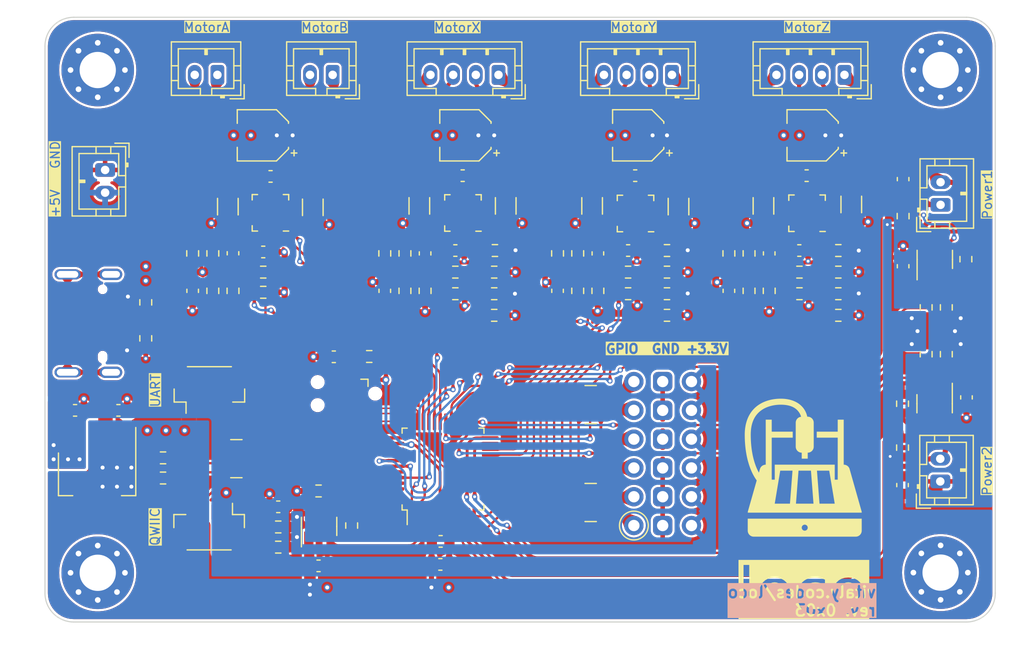
<source format=kicad_pcb>
(kicad_pcb (version 20221018) (generator pcbnew)
  (title_block (title "loco") (date "2023-02-18") (rev "0x04") (company "vitaly.codes"))
  (layers (0 "F.Cu" signal) (1 "In1.Cu" power) (2 "In2.Cu" power) (31 "B.Cu" mixed) (34 "B.Paste" user) (35 "F.Paste" user) (36 "B.SilkS" user "B.Silkscreen") (37 "F.SilkS" user "F.Silkscreen") (38 "B.Mask" user) (39 "F.Mask" user) (44 "Edge.Cuts" user))
  (net 0 "")
  (net 1 "GND")
  (net 2 "VDD")
  (net 3 "VCC")
  (net 4 "/RESET")
  (net 5 "/M_FAULT")
  (net 6 "Net-(U4-REF)")
  (net 7 "Net-(C12-Pad1)")
  (net 8 "Net-(U3-REF)")
  (net 9 "/S1_FAULT")
  (net 10 "Net-(C15-Pad1)")
  (net 11 "Net-(U6-VIN)")
  (net 12 "Net-(U5-VIN)")
  (net 13 "Net-(J12-Pin_2)")
  (net 14 "Net-(J13-Pin_2)")
  (net 15 "Net-(C30-Pad1)")
  (net 16 "Net-(U8-REF)")
  (net 17 "/S2_FAULT")
  (net 18 "Net-(U9-REF)")
  (net 19 "/S3_FAULT")
  (net 20 "Net-(C31-Pad1)")
  (net 21 "Net-(J3-Pin_1)")
  (net 22 "Net-(J1-Pin_3)")
  (net 23 "Net-(J1-Pin_4)")
  (net 24 "Net-(J6-CC1)")
  (net 28 "Net-(J6-CC2)")
  (net 32 "unconnected-(J6-SHIELD-PadS1)")
  (net 33 "Net-(J7-Pin_2)")
  (net 34 "Net-(J7-Pin_3)")
  (net 35 "Net-(J7-Pin_4)")
  (net 36 "Net-(J8-Pin_2)")
  (net 37 "Net-(J8-Pin_4)")
  (net 39 "/M_A1")
  (net 40 "/M_A2")
  (net 41 "/S1_A1")
  (net 42 "/S1_A2")
  (net 43 "/S1_B2")
  (net 44 "/S1_B1")
  (net 45 "/M_B1")
  (net 46 "/M_B2")
  (net 47 "/S2_A1")
  (net 48 "/S2_A2")
  (net 49 "/S2_B2")
  (net 50 "/S2_B1")
  (net 51 "/S3_A1")
  (net 52 "/S3_A2")
  (net 53 "/S3_B2")
  (net 54 "/S3_B1")
  (net 55 "/GPIO1")
  (net 56 "/GPIO2")
  (net 57 "/GPIO3")
  (net 58 "/GPIO4")
  (net 59 "/GPIO5")
  (net 60 "Net-(J3-Pin_2)")
  (net 61 "Net-(J3-Pin_3)")
  (net 62 "/M_S1")
  (net 63 "/S1_S1")
  (net 64 "/M_EN")
  (net 65 "/S1_EN")
  (net 66 "/M_S2")
  (net 67 "/S1_S2")
  (net 68 "/M_REF")
  (net 69 "/S1_REF")
  (net 70 "Net-(J3-Pin_4)")
  (net 71 "Net-(U3-TOFF)")
  (net 72 "/M_STBY")
  (net 73 "/S1_STBY")
  (net 74 "/PWR1_SENSE")
  (net 75 "/PWR2_SENSE")
  (net 76 "Net-(J3-Pin_5)")
  (net 77 "Net-(U5-ILIM)")
  (net 78 "Net-(U8-MODE2)")
  (net 79 "Net-(U8-MODE1)")
  (net 80 "Net-(U9-MODE2)")
  (net 81 "Net-(U9-MODE1)")
  (net 82 "/GPIO_PWR_SENSE")
  (net 83 "/S2_S1")
  (net 84 "/S3_S1")
  (net 85 "Net-(J1-Pin_2)")
  (net 86 "/S2_EN")
  (net 87 "/S3_EN")
  (net 88 "Net-(U6-ILIM)")
  (net 89 "/GPIO_PWR ")
  (net 90 "/S2_S2")
  (net 91 "/S3_S2")
  (net 92 "/S2_REF")
  (net 93 "/S3_REF")
  (net 94 "Net-(U8-TOFF)")
  (net 95 "Net-(U9-TOFF)")
  (net 96 "/S2_STBY")
  (net 97 "/S3_STBY")
  (net 98 "/UART_RX")
  (net 99 "/UART_TX")
  (net 100 "/I2C_SCL")
  (net 101 "/I2C_SDA")
  (net 102 "/PWR1_SWITCH")
  (net 103 "/S2_STEP")
  (net 104 "/S2_DIR")
  (net 105 "/PWR2_SWITCH")
  (net 106 "/S3_DIR")
  (net 107 "/S3_STEP")
  (net 108 "/M2_PWM")
  (net 109 "/M1_PWM")
  (net 110 "/M1_PHASE")
  (net 111 "/M2_PHASE")
  (net 112 "/S1_STEP")
  (net 113 "/S1_DIR")
  (net 114 "/GPIO_PWR_SWITCH")
  (net 115 "Net-(J3-Pin_6)")
  (net 116 "Net-(U4-MODE2)")
  (net 117 "Net-(U4-MODE1)")
  (net 118 "Net-(U4-TOFF)")
  (net 119 "Net-(U7-ILIM)")
  (net 121 "/GPIO6")
  (footprint "Resistor_SMD:R_0603_1608Metric" (layer "F.Cu") (at 124.3584 66.8782 90)
    (fp_text reference "R30" hide)
    (fp_text value "DNP")
  )
  (footprint "Capacitor_SMD:C_0603_1608Metric" (layer "F.Cu") (at 120.5484 51.435 -90)
    (fp_text reference "C18" hide)
    (fp_text value "10uF")
  )
  (footprint "Resistor_SMD:R_0603_1608Metric" (layer "F.Cu") (at 73.4568 67.0814 180)
    (fp_text reference "R7" hide)
    (fp_text value "10KΩ")
  )
  (footprint "Capacitor_SMD:C_0603_1608Metric" (layer "F.Cu") (at 105.1814 61.2902 90)
    (fp_text reference "C31" hide)
    (fp_text value "22nF")
  )
  (footprint "Connector_JST:JST_PH_B2B-PH-K_1x02_P2.00mm_Vertical" (layer "F.Cu") (at 60.0644 42.2402 180)
    (fp_text reference "J11" hide)
    (fp_text value "Motor2")
  )
  (footprint "Library:Header_03x06_P2.54mm_Vertical" (layer "F.Cu") (at 96.7994 69.2912)
    (fp_text reference "J3" hide)
    (fp_text value "GPIO")
  )
  (footprint "Resistor_SMD:R_0603_1608Metric" (layer "F.Cu") (at 74.8284 57.9882 90)
    (fp_text reference "R19" hide)
    (fp_text value "10KΩ")
  )
  (footprint "Capacitor_SMD:C_0603_1608Metric" (layer "F.Cu") (at 108.7374 57.9882 -90)
    (fp_text reference "C28" hide)
    (fp_text value "10uF")
  )
  (footprint "Resistor_SMD:R_0603_1608Metric" (layer "F.Cu") (at 99.7204 63.4492 180)
    (fp_text reference "R36" hide)
    (fp_text value "DNP")
  )
  (footprint "Capacitor_SMD:C_0603_1608Metric" (layer "F.Cu") (at 81.6994 51.1302 180)
    (fp_text reference "C8" hide)
    (fp_text value "10uF")
  )
  (footprint "Capacitor_SMD:C_0603_1608Metric" (layer "F.Cu") (at 120.4976 78.422 -90)
    (fp_text reference "C19" hide)
    (fp_text value "10uF")
  )
  (footprint "MountingHole:MountingHole_3.2mm_M3_Pad_Via" (layer "F.Cu") (at 49.509344 41.813144)
    (fp_text reference "H1" hide)
    (fp_text value "MountingHole")
  )
  (footprint "Resistor_SMD:R_0603_1608Metric" (layer "F.Cu") (at 106.9594 61.2902 -90)
    (fp_text reference "R57" hide)
    (fp_text value "1KΩ")
  )
  (footprint "Resistor_SMD:R_0603_1608Metric" (layer "F.Cu") (at 120.5484 54.6984 90)
    (fp_text reference "R31" hide)
    (fp_text value "10KΩ")
  )
  (footprint "Resistor_SMD:R_0603_1608Metric" (layer "F.Cu") (at 122.5804 66.8782 -90)
    (fp_text reference "R29" hide)
    (fp_text value "0Ω")
  )
  (footprint "Resistor_SMD:R_0603_1608Metric" (layer "F.Cu") (at 91.8464 61.2902 -90)
    (fp_text reference "R55" hide)
    (fp_text value "1KΩ")
  )
  (footprint "Resistor_SMD:R_0603_1608Metric" (layer "F.Cu") (at 126.0856 58.4962 90)
    (fp_text reference "R34" hide)
    (fp_text value "150KΩ")
  )
  (footprint "Resistor_SMD:R_Array_Convex_4x0603" (layer "F.Cu") (at 92.9894 71.3232 180)
    (fp_text reference "RN3" hide)
    (fp_text value "190Ω")
  )
  (footprint "Connector_JST:JST_PH_B2B-PH-K_1x02_P2.00mm_Vertical" (layer "F.Cu") (at 50.160153 50.6288 -90)
    (fp_text reference "J2" hide)
    (fp_text value "EXT")
  )
  (footprint "Package_DFN_QFN:VQFN-16-1EP_3x3mm_P0.5mm_EP1.8x1.8mm" (layer "F.Cu") (at 64.7418 54.4072 180)
    (fp_text reference "U3" hide)
    (fp_text value "STSPIN240")
  )
  (footprint "Capacitor_SMD:C_0603_1608Metric" (layer "F.Cu") (at 79.7306 85.4202)
    (fp_text reference "C1" hide)
    (fp_text value "10uF")
  )
  (footprint "Resistor_SMD:R_0603_1608Metric" (layer "F.Cu") (at 111.4044 59.6392 180)
    (fp_text reference "R49" hide)
    (fp_text value "10KΩ")
  )
  (footprint "Resistor_SMD:R_0603_1608Metric" (layer "F.Cu") (at 120.4976 75.12 90)
    (fp_text reference "R28" hide)
    (fp_text value "10KΩ")
  )
  (footprint "Resistor_SMD:R_0603_1608Metric" (layer "F.Cu") (at 71.9074 81.9912 90)
    (fp_text reference "R44" hide)
    (fp_text value "10KΩ")
  )
  (footprint "MountingHole:MountingHole_3.2mm_M3_Pad_Via" (layer "F.Cu") (at 123.8564 41.813144)
    (fp_text reference "H2" hide)
    (fp_text value "MountingHole")
  )
  (footprint "Resistor_SMD:R_1206_3216Metric" (layer "F.Cu") (at 60.9854 53.8627 90)
    (fp_text reference "R16" hide)
    (fp_text value "0.3Ω")
  )
  (footprint "Capacitor_SMD:CP_Elec_4x4.5" (layer "F.Cu") (at 112.566581 47.5742 180)
    (fp_text reference "C23" hide)
    (fp_text value "22uF")
  )
  (footprint "Capacitor_SMD:C_0603_1608Metric" (layer "F.Cu") (at 61.439737 57.9752 -90)
    (fp_text reference "C11" hide)
    (fp_text value "10uF")
  )
  (footprint "Resistor_SMD:R_0603_1608Metric" (layer "F.Cu") (at 114.8334 59.6392)
    (fp_text reference "R41" hide)
    (fp_text value "DNP")
  )
  (footprint "Resistor_SMD:R_0603_1608Metric" (layer "F.Cu") (at 114.8334 63.4492 180)
    (fp_text reference "R40" hide)
    (fp_text value "DNP")
  )
  (footprint "Connector_JST:JST_SH_BM04B-SRSS-TB_1x04-1MP_P1.00mm_Vertical" (layer "F.Cu") (at 59.3344 82.132459 180)
    (fp_text reference "J1" hide)
    (fp_text value "I2C")
  )
  (footprint "Resistor_SMD:R_0603_1608Metric" (layer "F.Cu") (at 55.2704 76.0222)
    (fp_text reference "R2" hide)
    (fp_text value "4.7KΩ")
  )
  (footprint "Package_TO_SOT_SMD:SOT-23-6" (layer "F.Cu") (at 69.0344 82.0682 90)
    (fp_text reference "U7" hide)
    (fp_text value "AP22652_3x")
  )
  (footprint "Resistor_SMD:R_0603_1608Metric" (layer "F.Cu") (at 108.7374 61.2902 -90)
    (fp_text reference "R56" hide)
    (fp_text value "47KΩ")
  )
  (footprint "Resistor_SMD:R_0603_1608Metric" (layer "F.Cu") (at 78.3844 61.2902 -90)
    (fp_text reference "R22" hide)
    (fp_text value "47KΩ")
  )
  (footprint "Capacitor_SMD:C_0603_1608Metric" (layer "F.Cu") (at 70.3326 67.1068 180)
    (fp_text reference "C5" hide)
    (fp_text value "1uF")
  )
  (footprint "Resistor_SMD:R_0603_1608Metric" (layer "F.Cu") (at 90.0684 57.9882 90)
    (fp_text reference "R52" hide)
    (fp_text value "10KΩ")
  )
  (footprint "Resistor_SMD:R_0603_1608Metric" (layer "F.Cu") (at 55.2704 77.8002)
    (fp_text reference "R3" hide)
    (fp_text value "4.7KΩ")
  )
  (footprint "Resistor_SMD:R_0603_1608Metric" (layer "F.Cu") (at 65.4304 83.8962)
    (fp_text reference "R1" hide)
    (fp_text value "DNP")
  )
  (footprint "Resistor_SMD:R_0603_1608Metric" (layer "F.Cu") (at 120.4976 71.247 -90)
    (fp_text reference "R35" hide)
    (fp_text value "150KΩ")
  )
  (footprint "Resistor_SMD:R_0603_1608Metric" (layer "F.Cu") (at 93.6244 61.2902 -90)
    (fp_text reference "R54" hide)
    (fp_text value "47KΩ")
  )
  (footprint "Capacitor_SMD:C_0603_1608Metric" (layer "F.Cu") (at 64.106737 57.8612)
    (fp_text reference "C10" hide)
    (fp_text value "22nF")
  )
  (footprint "Capacitor_SMD:CP_Elec_4x4.5" (layer "F.Cu") (at 81.9404 47.5742 180)
    (fp_text reference "C9" hide)
    (fp_text value "22uF")
  )
  (footprint "Package_TO_SOT_SMD:SOT-23-6" (layer "F.Cu") (at 123.3272 71.247 -90)
    (fp_text reference "U6" hide)
    (fp_text value "AP22652_3x")
  )
  (footprint "Connector_JST:JST_PH_B2B-PH-K_1x02_P2.00mm_Vertical" (layer "F.Cu") (at 123.8504 53.704684 90)
    (fp_text reference "J12" hide)
    (fp_text value "PWR1")
  )
  (footprint "Package_DFN_QFN:VQFN-16-1EP_3x3mm_P0.5mm_EP1.8x1.8mm" (layer "F.Cu") (at 112.074859 54.4442 180)
    (fp_text reference "U9" hide)
    (fp_text value "STSPIN220")
  )
  (footprint "MountingHole:MountingHole_3.2mm_M3_Pad_Via" (layer "F.Cu") (at 123.854507 86.143621)
    (fp_text reference "H3" hide)
    (fp_text value "MountingHole")
  )
  (footprint "Resistor_SMD:R_0603_1608Metric" (layer "F.Cu") (at 114.8334 61.5442 180)
    (fp_text reference "R42" hide)
    (fp_text value "DNP")
  )
  (footprint "Capacitor_SMD:CP_Elec_4x4.5" (layer "F.Cu") (at 97.180399 47.5742 180)
    (fp_text reference "C21" hide)
    (fp_text value "22uF")
  )
  (footprint "Resistor_SMD:R_0603_1608Metric" (layer "F.Cu") (at 81.0514 59.6392 180)
    (fp_text reference "R15" hide)
    (fp_text value "10KΩ")
  )
  (footprint "Package_TO_SOT_SMD:SOT-223-3_TabPin2" (layer "F.Cu") (at 49.4544 77.4442 -90)
    (fp_text reference "U1" hide)
    (fp_text value "LD1117S33TR_SOT223")
  )
  (footprint "Resistor_SMD:R_0603_1608Metric" (layer "F.Cu") (at 99.7204 59.6392)
    (fp_text reference "R37" hide)
    (fp_text value "DNP")
  )
  (footprint "Resistor_SMD:R_0603_1608Metric" (layer "F.Cu") (at 68.9864 78.9432)
    (fp_text reference "R47" hide)
    (fp_text value "150KΩ")
  )
  (footprint "Resistor_SMD:R_0603_1608Metric" (layer "F.Cu") (at 65.4304 82.1182)
    (fp_text reference "R6" hide)
    (fp_text value "DNP")
  )
  (footprint "Capacitor_SMD:C_0603_1608Metric" (layer "F.Cu") (at 93.6244 57.9882 -90)
    (fp_text reference "C26" hide)
    (fp_text value "10uF")
  )
  (footprint "Capacitor_SMD:C_0603_1608Metric" (layer "F.Cu") (at 79.756 83.3882)
    (fp_text reference "C2" hide)
    (fp_text value "100nF")
  )
  (footprint "Capacitor_SMD:C_0603_1608Metric" (layer "F.Cu") (at 64.7538 51.1957 180)
    (fp_text reference "C6" hide)
    (fp_text value "10uF")
  )
  (footprint "Connector_JST:JST_PH_B2B-PH-K_1x02_P2.00mm_Vertical" (layer "F.Cu") (at 70.231303 42.2402 180)
    (fp_text reference "J9" hide)
    (fp_text value "Motor1")
  )
  (footprint "Resistor_SMD:R_Array_Convex_4x0603" (layer "F.Cu") (at 92.9894 79.9592 180)
    (fp_text reference "RN1" hide)
    (fp_text value "190Ω")
  )
  (footprint "Capacitor_SMD:C_0603_1608Metric" (layer "F.Cu") (at 90.0684 61.2902 90)
    (fp_text reference "C30" hide)
    (fp_text value "22nF")
  )
  (footprint "Resistor_SMD:R_0603_1608Metric" (layer "F.Cu") (at 111.4044 61.5442)
    (fp_text reference "R61" hide)
    (fp_text value "10KΩ")
  )
  (footprint "Resistor_SMD:R_1206_3216Metric" (layer "F.Cu") (at 77.8764 53.7972 90)
    (fp_text reference "R17" hide)
    (fp_text value "0.3Ω")
  )
  (footprint "Resistor_SMD:R_0603_1608Metric" (layer "F.Cu") (at 53.7464 62.3062 -90)
    (fp_text reference "R5" hide)
    (fp_text value "5.1KΩ")
  )
  (footprint "Resistor_SMD:R_0603_1608Metric" (layer "F.Cu") (at 64.106737 59.6392 180)
    (fp_text reference "R14" hide)
    (fp_text value "10KΩ")
  )
  (footprint "@jb:USB_C_Receptacle_JAE_DX07S016JA3R1500" (layer "F.Cu") (at 49.9464 64.1572 -90)
    (fp_text reference "J6" hide)
    (fp_text value "USB_C_Receptacle_USB2.0")
  )
  (footprint "Capacitor_SMD:C_0603_1608Metric" (layer "F.Cu") (at 65.4304 80.3402 180)
    (fp_text reference "C25" hide)
    (fp_text value "10uF")
  )
  (footprint "Resistor_SMD:R_0603_1608Metric" (layer "F.Cu") (at 81.0514 61.5442)
    (fp_text reference "R27" hide)
    (fp_text value "10KΩ")
  )
  (footprint "Connector_JST:JST_PH_B2B-PH-K_1x02_P2.00mm_Vertical" (layer "F.Cu") (at 123.825 78.101948 90)
    (fp_text reference "J13" hide)
    (fp_text value "PWR2")
  )
  (footprint "Resistor_SMD:R_1206_3216Metric" (layer "F.Cu") (at 93.1164 53.7972 90)
    (fp_text reference "R50" hide)
    (fp_text value "0.3Ω")
  )
  (footprint "Resistor_SMD:R_1206_3216Metric" (layer "F.Cu") (at 68.4784 53.9242 90)
    (fp_text reference "R12" hide)
    (fp_text value "0.3Ω")
  )
  (footprint "Resistor_SMD:R_1206_3216Metric" (layer "F.Cu") (at 100.7364 53.8587 90)
    (fp_text reference "R45" hide)
    (fp_text value "0.3Ω")
  )
  (footprint "Capacitor_SMD:C_0603_1608Metric" (layer "F.Cu") (at 68.9864 85.5472)
    (fp_text reference "C24" hide)
    (fp_text value "10uF")
  )
  (footprint "Resistor_SMD:R_0603_1608Metric" (layer "F.Cu") (at 84.4804 61.5442 180)
    (fp_text reference "R10" hide)
    (fp_text value "DNP")
  )
  (footprint "Resistor_SMD:R_0603_1608Metric" (layer "F.Cu") (at 106.9594 57.9882 -90)
    (fp_text reference "R60" hide)
    (fp_text value "1KΩ")
  )
  (footprint "Resistor_SMD:R_0603_1608Metric" (layer "F.Cu") (at 76.6064 57.9882 -90)
    (fp_text reference "R26" hide)
    (fp_text value "1KΩ")
  )
  (footprint "Capacitor_SMD:C_0603_1608Metric" (layer "F.Cu") (at 78.3844 57.9882 -90)
    (fp_text reference "C13" hide)
    (fp_text value "10uF")
  )
  (footprint "Capacitor_SMD:C_0603_1608Metric" (layer "F.Cu") (at 74.8284 61.2902 90)
    (fp_text reference "C15" hide)
    (fp_text value "22nF")
  )
  (footprint "Package_QFP:LQFP-48_7x7mm_P0.5mm" (layer "F.Cu") (at 79.9654 77.0097 90)
    (fp_text reference "U2" hide)
    (fp_text value "STM32C031CxTx")
  )
  (footprint "Package_DFN_QFN:VQFN-16-1EP_3x3mm_P0.5mm_EP1.8x1.8mm" (layer "F.Cu") (at 81.7229 54.4202 180)
    (fp_text reference "U4" hide)
    (fp_text value "STSPIN220")
  )
  (footprint "Capacitor_SMD:C_0603_1608Metric" (layer "F.Cu") (at 111.3914 57.7342)
    (fp_text reference "C29" hide)
    (fp_text value "22nF")
  )
  (footprint "Resistor_SMD:R_0603_1608Metric" (layer "F.Cu") (at 84.5434 57.7342)
    (fp_text reference "R11" hide)
    (fp_text value "DNP")
  )
  (footprint "Resistor_SMD:R_0603_1608Metric" (layer "F.Cu") (at 122.5804 62.7512 90)
    (fp_text reference "R32" hide)
    (fp_text value "0Ω")
  )
  (footprint "Capacitor_SMD:C_0603_1608Metric" (layer "F.Cu") (at 47.5104 71.8312)
    (fp_text reference "C4" hide)
    (fp_text value "10uF")
  )
  (footprint "Resistor_SMD:R_Array_Convex_4x0603" (layer "F.Cu") (at 61.7364 76.0922 180)
    (fp_text reference "RN2" hide)
    (fp_text value "190Ω")
  )
  (footprint "Connector:Tag-Connect_TC2030-IDC-NL_2x03_P1.27mm_Vertical" (layer "F.Cu") (at 71.444192 70.356231 180)
    (fp_text reference "J8" hide)
    (fp_text value "TagConnect")
  )
  (footprint "Resistor_SMD:R_0603_1608Metric" (layer "F.Cu") (at 124.3584 62.7512 -90)
    (fp_text reference "R33" hide)
    (fp_text value "DNP")
  )
  (footprint "Resistor_SMD:R_1206_3216Metric" (layer "F.Cu") (at 85.4964 53.7972 90)
    (fp_text reference "R13" hide)
    (fp_text value "0.3Ω")
  )
  (footprint "Resistor_SMD:R_1206_3216Metric" (layer "F.Cu") (at 108.2294 53.7972 90)
    (fp_text reference "R51" hide)
    (fp_text value "0.3Ω")
  )
  (footprint "Resistor_SMD:R_0603_1608Metric" (layer "F.Cu") (at 64.106737 61.4172)
    (fp_text reference "R25" hide)
    (fp_text value "10KΩ")
  )
  (footprint "Capacitor_SMD:C_0603_1608Metric" (layer "F.Cu") (at 96.2914 57.7342)
    (fp_text reference "C27" hide)
    (fp_text value "22nF")
  )
  (footprint "Resistor_SMD:R_0603_1608Metric" (layer "F.Cu") (at 59.661737 57.9882 -90)
    (fp_text reference "R24" hide)
    (fp_text value "1KΩ")
  )
  (footprint "Capacitor_SMD:CP_Elec_4x4.5" (layer "F.Cu") (at 64.075319 47.5742 180)
    (fp_text reference "C7" hide)
    (fp_text value "22uF")
  )
  (footprint "Resistor_SMD:R_0603_1608Metric" (layer "F.Cu") (at 99.7204 61.5442 180)
    (fp_text reference "R38" hide)
    (fp_text value "DNP")
  )
  (footprint "Resistor_SMD:R_0603_1608Metric" (layer "F.Cu") (at 96.2914 61.5442)
    (fp_text reference "R59" hide)
    (fp_text value "10KΩ")
  )
  (footprint "Resistor_SMD:R_0603_1608Metric" (layer "F.Cu") (at 99.7204 57.7342)
    (fp_text reference "R39" hide)
    (fp_text value "DNP")
  )
  (footprint "Resistor_SMD:R_0603_1608Metric" (layer "F.Cu") (at 84.4804 59.6392)
    (fp_text reference "R9" hide)
    (fp_text value "DNP")
  )
  (footprint "MountingHole:MountingHole_3.2mm_M3_Pad_Via" (layer "F.Cu") (at 49.509344 86.1602)
    (fp_text reference "H4" hide)
    (fp_text value "MountingHole")
  )
  (footprint "Resistor_SMD:R_0603_1608Metric" (layer "F.Cu") (at 96.2914 59.6392 180)
    (fp_text reference "R48" hide)
    (fp_text value "10KΩ")
  )
  (footprint "Connector_JST:JST_SH_BM04B-SRSS-TB_1x04-1MP_P1.00mm_Vertical" (layer "F.Cu") (at 59.3584 69.989069)
    (fp_text reference "J7" hide)
    (fp_text value "UART")
  )
  (footprint "Connector_JST:JST_PH_B4B-PH-K_1x04_P2.00mm_Vertical" (layer "F.Cu") (at 100.159981 42.2402 180)
    (fp_text reference "J14" hide)
    (fp_text value "Stepper1")
  )
  (footprint "Resistor_SMD:R_0603_1608Metric" (layer "F.Cu") (at 84.4804 63.4492 180)
    (fp_text reference "R8" hide)
    (fp_text value "DNP")
  )
  (footprint "Resistor_SMD:R_0603_1608Metric" (layer "F.Cu") (at 53.7464 65.4812 -90)
    (fp_text reference "R4" hide)
    (fp_text value "5.1KΩ")
  )
  (footprint "Resistor_SMD:R_0603_1608Metric" (layer "F.Cu") (at 105.1814 57.9882 90)
    (fp_text reference "R53" hide)
    (fp_text value "10KΩ")
  )
  (footprint "Capacitor_SMD:C_0603_1608Metric" (layer "F.Cu") (at 126.1364 70.6882 -90)
    (fp_text reference "C17" hide)
    (fp_text value "10uF")
  )
  (footprint "Resistor_SMD:R_0603_1608Metric" (layer "F.Cu") (at 76.6064 61.2902 -90)
    (fp_text reference "R23" hide)
    (fp_text value "1KΩ")
  )
  (footprint "Resistor_SMD:R_0603_1608Metric" (layer "F.Cu") (at 91.8464 57.9882 -90)
    (fp_text reference "R58" hide)
    (fp_text value "1KΩ")
  )
  (footprint "Resistor_SMD:R_0603_1608Metric" (layer "F.Cu") (at 59.661737 61.2902 90)
    (fp_text reference "R21" hide)
    (fp_text value "1KΩ")
  )
  (footprint "Package_DFN_QFN:VQFN-16-1EP_3x3mm_P0.5mm_EP1.8x1.8mm" (layer "F.Cu") (at 96.945001 54.4687 180)
    (fp_text reference "U8" hide)
    (fp_text value "STSPIN220")
  )
  (footprint "Capacitor_SMD:C_0603_1608Metric" (layer "F.Cu") (at 51.3334 71.8312)
    (fp_text reference "C3" hide)
    (fp_text value "10uF")
  )
  (footprint "Resistor_SMD:R_0603_1608Metric" (layer "F.Cu") (at 61.439737 61.2902 90)
    (fp_text reference "R20" hide)
    (fp_text value "47KΩ")
  )
  (footprint "Capacitor_SMD:C_0603_1608Metric" (layer "F.Cu") (at 112.0394 51.1302 180)
    (fp_text reference "C22" hide)
    (fp_text value "10uF")
  )
  (footprint "Connector_JST:JST_PH_B4B-PH-K_1x04_P2.00mm_Vertical" (layer "F.Cu") (at 84.858945 42.2402 180)
    (fp_text reference "J10" hide)
    (fp_text value "Stepper1")
  )
  (footprint "Capacitor_SMD:C_0603_1608Metric" (layer "F.Cu") (at 57.883737 61.2902 -90)
    (fp_text reference "C12" hide)
    (fp_text value "22nF")
  )
  (footprint "Resistor_SMD:R_0603_1608Metric" (layer "F.Cu") (at 114.8334 57.7342)
    (fp_text reference "R43" hide)
    (fp_text value "DNP")
  )
  (footprint "Package_TO_SOT_SMD:SOT-23-6" (layer "F.Cu") (at 123.3424 58.5161 90)
    (fp_text reference "U5" hide)
    (fp_text value "AP22652_3x")
  )
  (footprint "Resistor_SMD:R_0603_1608Metric" (layer "F.Cu") (at 57.883737 57.9882 90)
    (fp_text reference "R18" hide)
    (fp_text value "10KΩ")
  )
  (footprint "Capacitor_SMD:C_0603_1608Metric" (layer "F.Cu") (at 81.0514 57.7342)
    (fp_text reference "C14" hide)
    (fp_text value "22nF")
  )
  (footprint "Connector_JST:JST_PH_B4B-PH-K_1x04_P2.00mm_Vertical" (layer "F.Cu") (at 115.376655 42.2402 180)
    (fp_text reference "J15" hide)
    (fp_text value "Stepper1")
  )
  (footprint "Capacitor_SMD:C_0603_1608Metric" (layer "F.Cu") (at 96.915203 51.1302 180)
    (fp_text reference "C20" hide)
    (fp_text value "10uF")
  )
  (footprint "Resistor_SMD:R_1206_3216Metric" (layer "F.Cu") (at 115.9764 53.6702 90)
    (fp_text reference "R46" hide)
    (fp_text value "0.3Ω")
  )
  (footprint "Capacitor_SMD:C_0603_1608Metric" (layer "F.Cu") (at 120.5484 59.1182 90)
    (fp_text reference "C16" hide)
    (fp_text value "10uF")
  )
  (gr_poly (pts (xy 116.896907 82.444109) (xy 116.896218 82.471303) (xy 116.894171 82.498144) (xy 116.8908 82.5246) (xy 116.88614 82.550635) (xy 116.880222 82.576217) (xy 116.873082 82.601313) (xy 116.864751 82.625888) (xy 116.855264 82.649909) (xy 116.844655 82.673343) (xy 116.832956 82.696157) (xy 116.820202 82.718316) (xy 116.806425 82.739788) (xy 116.791659 82.760539) (xy 116.775937 82.780535) (xy 116.759294 82.799743) (xy 116.741762 82.81813) (xy 116.723376 82.835662) (xy 116.704167 82.852305) (xy 116.684171 82.868026) (xy 116.66342 82.882792) (xy 116.641948 82.896569) (xy 116.619789 82.909324) (xy 116.596975 82.921023) (xy 116.573541 82.931632) (xy 116.549519 82.941119) (xy 116.524944 82.949449) (xy 116.499849 82.95659) (xy 116.474267 82.962507) (xy 116.448231 82.967168) (xy 116.421776 82.970538) (xy 116.394935 82.972585) (xy 116.36774 82.973275) (xy 107.371908 82.973275) (xy 107.344713 82.972585) (xy 107.317872 82.970538) (xy 107.291417 82.967168) (xy 107.265381 82.962507) (xy 107.239799 82.95659) (xy 107.214704 82.949449) (xy 107.190129 82.941119) (xy 107.166107 82.931632) (xy 107.142673 82.921023) (xy 107.119859 82.909324) (xy 107.0977 82.896569) (xy 107.076228 82.882792) (xy 107.055477 82.868026) (xy 107.035481 82.852305) (xy 107.016273 82.835662) (xy 106.997886 82.81813) (xy 106.980354 82.799743) (xy 106.963711 82.780535) (xy 106.94799 82.760539) (xy 106.933224 82.739788) (xy 106.919447 82.718316) (xy 106.906692 82.696157) (xy 106.894993 82.673343) (xy 106.884384 82.649909) (xy 106.874897 82.625888) (xy 106.866567 82.601313) (xy 106.859426 82.576217) (xy 106.853509 82.550635) (xy 106.848848 82.5246) (xy 106.845477 82.498144) (xy 106.843431 82.471303) (xy 106.842741 82.444109) (xy 106.842741 82.179525) (xy 111.60524 82.179525) (xy 111.605585 82.193134) (xy 111.606607 82.206565) (xy 111.608291 82.219801) (xy 111.610619 82.232826) (xy 111.613575 82.245623) (xy 111.617142 82.258176) (xy 111.621304 82.270467) (xy 111.626043 82.282481) (xy 111.631344 82.2942) (xy 111.637189 82.305608) (xy 111.643563 82.316688) (xy 111.650447 82.327423) (xy 111.657826 82.337797) (xy 111.665683 82.347793) (xy 111.674001 82.357395) (xy 111.682763 82.366585) (xy 111.691954 82.375348) (xy 111.701556 82.383666) (xy 111.711552 82.391523) (xy 111.721926 82.398902) (xy 111.732661 82.405786) (xy 111.743741 82.41216) (xy 111.755149 82.418005) (xy 111.766868 82.423306) (xy 111.778882 82.428045) (xy 111.791173 82.432207) (xy 111.803726 82.435774) (xy 111.816523 82.43873) (xy 111.829548 82.441058) (xy 111.842784 82.442742) (xy 111.856215 82.443764) (xy 111.869824 82.444109) (xy 111.883433 82.443764) (xy 111.896864 82.442742) (xy 111.9101 82.441058) (xy 111.923125 82.43873) (xy 111.935922 82.435774) (xy 111.948475 82.432207) (xy 111.960766 82.428045) (xy 111.97278 82.423306) (xy 111.984499 82.418005) (xy 111.995907 82.41216) (xy 112.006987 82.405786) (xy 112.017722 82.398902) (xy 112.028096 82.391523) (xy 112.038092 82.383666) (xy 112.047694 82.375348) (xy 112.056884 82.366585) (xy 112.065647 82.357395) (xy 112.073965 82.347793) (xy 112.081822 82.337797) (xy 112.089201 82.327423) (xy 112.096085 82.316688) (xy 112.102458 82.305608) (xy 112.108304 82.2942) (xy 112.113604 82.282481) (xy 112.118344 82.270467) (xy 112.122506 82.258176) (xy 112.126073 82.245623) (xy 112.129029 82.232826) (xy 112.131357 82.219801) (xy 112.13304 82.206565) (xy 112.134063 82.193134) (xy 112.134407 82.179525) (xy 112.134063 82.165916) (xy 112.13304 82.152485) (xy 112.131357 82.139249) (xy 112.129029 82.126224) (xy 112.126073 82.113427) (xy 112.122506 82.100874) (xy 112.118344 82.088583) (xy 112.113604 82.076569) (xy 112.108304 82.06485) (xy 112.102458 82.053443) (xy 112.096085 82.042363) (xy 112.089201 82.031628) (xy 112.081822 82.021253) (xy 112.073965 82.011257) (xy 112.065647 82.001656) (xy 112.056884 81.992465) (xy 112.047694 81.983703) (xy 112.038092 81.975385) (xy 112.028096 81.967528) (xy 112.017722 81.960149) (xy 112.006987 81.953264) (xy 111.995907 81.946891) (xy 111.984499 81.941046) (xy 111.97278 81.935745) (xy 111.960766 81.931006) (xy 111.948475 81.926844) (xy 111.935922 81.923277) (xy 111.923125 81.920321) (xy 111.9101 81.917993) (xy 111.896864 81.916309) (xy 111.883433 81.915287) (xy 111.869824 81.914942) (xy 111.856215 81.915287) (xy 111.842784 81.916309) (xy 111.829548 81.917993) (xy 111.816523 81.920321) (xy 111.803726 81.923277) (xy 111.791173 81.926844) (xy 111.778882 81.931006) (xy 111.766868 81.935745) (xy 111.755149 81.941046) (xy 111.743741 81.946891) (xy 111.732661 81.953264) (xy 111.721926 81.960149) (xy 111.711552 81.967528) (xy 111.701556 81.975385) (xy 111.691954 81.983703) (xy 111.682763 81.992465) (xy 111.674001 82.001656) (xy 111.665683 82.011257) (xy 111.657826 82.021253) (xy 111.650447 82.031628) (xy 111.643563 82.042363) (xy 111.637189 82.053443) (xy 111.631344 82.06485) (xy 111.626043 82.076569) (xy 111.621304 82.088583) (xy 111.617142 82.100874) (xy 111.613575 82.113427) (xy 111.610619 82.126224) (xy 111.608291 82.139249) (xy 111.606607 82.152485) (xy 111.605585 82.165916) (xy 111.60524 82.179525) (xy 106.842741 82.179525) (xy 106.842741 81.385775) (xy 116.896907 81.385775)) (fill solid) (layer "F.SilkS"))
  (gr_poly (pts (xy 109.85517 70.803741) (xy 109.954475 70.807583) (xy 110.051097 70.81389) (xy 110.145063 70.822583) (xy 110.2364 70.83358) (xy 110.325135 70.846805) (xy 110.411294 70.862176) (xy 110.494905 70.879614) (xy 110.575993 70.899041) (xy 110.654586 70.920377) (xy 110.73071 70.943541) (xy 110.804391 70.968456) (xy 110.875658 70.995041) (xy 110.944535 71.023218) (xy 111.01105 71.052906) (xy 111.07523 71.084026) (xy 111.137101 71.116499) (xy 111.19669 71.150246) (xy 111.254024 71.185186) (xy 111.309129 71.221242) (xy 111.362032 71.258333) (xy 111.412759 71.296379) (xy 111.461338 71.335302) (xy 111.507795 71.375022) (xy 111.59445 71.456536) (xy 111.672937 71.540285) (xy 111.74347 71.625634) (xy 111.806262 71.711948) (xy 111.837264 71.75896) (xy 111.866176 71.805785) (xy 111.893076 71.85233) (xy 111.918041 71.898505) (xy 111.94115 71.944215) (xy 111.962481 71.989368) (xy 111.982112 72.033873) (xy 112.00012 72.077635) (xy 112.016583 72.120564) (xy 112.03158 72.162566) (xy 112.045189 72.203549) (xy 112.057487 72.243421) (xy 112.078464 72.31946) (xy 112.095133 72.389943) (xy 112.134407 72.389943) (xy 112.161601 72.390632) (xy 112.188443 72.392679) (xy 112.214898 72.39605) (xy 112.240934 72.40071) (xy 112.266516 72.406628) (xy 112.291611 72.413768) (xy 112.316186 72.422099) (xy 112.340208 72.431586) (xy 112.363642 72.442195) (xy 112.386456 72.453894) (xy 112.408615 72.466648) (xy 112.430087 72.480425) (xy 112.450838 72.495191) (xy 112.470834 72.510913) (xy 112.490042 72.527556) (xy 112.508429 72.545088) (xy 112.525961 72.563474) (xy 112.542604 72.582683) (xy 112.558325 72.602679) (xy 112.573091 72.62343) (xy 112.586868 72.644902) (xy 112.599623 72.667061) (xy 112.611321 72.689875) (xy 112.621931 72.713309) (xy 112.631418 72.73733) (xy 112.639748 72.761906) (xy 112.646889 72.787001) (xy 112.652806 72.812583) (xy 112.657467 72.838618) (xy 112.660837 72.865073) (xy 112.662884 72.891915) (xy 112.663574 72.919109) (xy 112.663574 75.035776) (xy 112.662884 75.06297) (xy 112.660837 75.089812) (xy 112.657467 75.116267) (xy 112.652806 75.142302) (xy 112.646889 75.167884) (xy 112.639748 75.19298) (xy 112.631418 75.217555) (xy 112.621931 75.241576) (xy 112.611321 75.26501) (xy 112.599623 75.287824) (xy 112.586868 75.309984) (xy 112.573091 75.331455) (xy 112.558325 75.352206) (xy 112.542604 75.372202) (xy 112.525961 75.391411) (xy 112.508429 75.409797) (xy 112.490042 75.427329) (xy 112.470834 75.443972) (xy 112.450838 75.459694) (xy 112.430087 75.47446) (xy 112.408615 75.488237) (xy 112.386456 75.500991) (xy 112.363642 75.51269) (xy 112.340208 75.5233) (xy 112.316186 75.532786) (xy 112.291611 75.541117) (xy 112.266516 75.548257) (xy 112.240934 75.554175) (xy 112.214898 75.558835) (xy 112.188443 75.562206) (xy 112.161601 75.564253) (xy 112.134407 75.564943) (xy 112.134407 76.094109) (xy 111.60524 76.094109) (xy 111.60524 75.564943) (xy 111.578046 75.564253) (xy 111.551205 75.562206) (xy 111.52475 75.558835) (xy 111.498714 75.554175) (xy 111.473132 75.548257) (xy 111.448037 75.541117) (xy 111.423462 75.532786) (xy 111.39944 75.5233) (xy 111.376006 75.51269) (xy 111.353192 75.500991) (xy 111.331033 75.488237) (xy 111.309561 75.47446) (xy 111.28881 75.459694) (xy 111.268814 75.443972) (xy 111.249606 75.427329) (xy 111.231219 75.409797) (xy 111.213687 75.391411) (xy 111.197044 75.372202) (xy 111.181323 75.352206) (xy 111.166557 75.331455) (xy 111.15278 75.309984) (xy 111.140025 75.287824) (xy 111.128327 75.26501) (xy 111.117717 75.241576) (xy 111.10823 75.217555) (xy 111.0999 75.19298) (xy 111.092759 75.167884) (xy 111.086842 75.142302) (xy 111.082181 75.116267) (xy 111.078811 75.089812) (xy 111.076764 75.06297) (xy 111.076074 75.035776) (xy 111.076074 72.919109) (xy 111.076681 72.893662) (xy 111.078482 72.868537) (xy 111.08145 72.843761) (xy 111.085557 72.81936) (xy 111.090775 72.795361) (xy 111.097077 72.771789) (xy 111.104435 72.748672) (xy 111.112821 72.726036) (xy 111.122207 72.703907) (xy 111.132566 72.682311) (xy 111.143871 72.661275) (xy 111.156092 72.640826) (xy 111.169203 72.620989) (xy 111.183176 72.601791) (xy 111.197984 72.583259) (xy 111.213597 72.565419) (xy 111.229989 72.548297) (xy 111.247133 72.53192) (xy 111.264999 72.516315) (xy 111.283561 72.501506) (xy 111.302791 72.487522) (xy 111.322661 72.474388) (xy 111.343143 72.462131) (xy 111.36421 72.450777) (xy 111.385833 72.440352) (xy 111.407986 72.430884) (xy 111.430641 72.422398) (xy 111.453769 72.41492) (xy 111.477343 72.408478) (xy 111.501335 72.403098) (xy 111.525718 72.398805) (xy 111.550464 72.395627) (xy 111.536852 72.352372) (xy 111.521257 72.307402) (xy 111.503375 72.26086) (xy 111.482905 72.21289) (xy 111.471604 72.188414) (xy 111.459543 72.163635) (xy 111.446683 72.138571) (xy 111.432986 72.11324) (xy 111.418415 72.08766) (xy 111.402932 72.061849) (xy 111.3865 72.035824) (xy 111.369079 72.009604) (xy 111.324287 71.947284) (xy 111.274386 71.885161) (xy 111.218866 71.823764) (xy 111.157215 71.76362) (xy 111.088923 71.705256) (xy 111.013477 71.649199) (xy 110.930367 71.595978) (xy 110.839082 71.54612) (xy 110.739111 71.500152) (xy 110.629942 71.458601) (xy 110.511065 71.421996) (xy 110.381967 71.390863) (xy 110.242139 71.365731) (xy 110.091069 71.347126) (xy 109.928245 71.335576) (xy 109.753157 71.331609) (xy 109.648496 71.333177) (xy 109.541359 71.338001) (xy 109.432158 71.346258) (xy 109.321305 71.358128) (xy 109.209212 71.373789) (xy 109.096292 71.39342) (xy 108.982955 71.417198) (xy 108.869615 71.445304) (xy 108.756682 71.477915) (xy 108.644569 71.515209) (xy 108.533689 71.557367) (xy 108.424451 71.604565) (xy 108.31727 71.656983) (xy 108.212556 71.714799) (xy 108.110721 71.778192) (xy 108.012179 71.84734) (xy 107.916974 71.922331) (xy 107.825135 72.003376) (xy 107.737044 72.090839) (xy 107.653085 72.185083) (xy 107.573642 72.286473) (xy 107.499096 72.395373) (xy 107.429832 72.512146) (xy 107.366232 72.637156) (xy 107.308679 72.770767) (xy 107.257557 72.913343) (xy 107.213249 73.065248) (xy 107.176138 73.226846) (xy 107.146607 73.3985) (xy 107.125038 73.580575) (xy 107.111817 73.773435) (xy 107.107324 73.977442) (xy 107.110625 74.244018) (xy 107.120238 74.499796) (xy 107.135731 74.744923) (xy 107.156671 74.979547) (xy 107.182626 75.203815) (xy 107.213161 75.417875) (xy 107.247845 75.621874) (xy 107.286244 75.81596) (xy 107.327925 76.000279) (xy 107.372457 76.174981) (xy 107.419405 76.34021) (xy 107.468337 76.496117) (xy 107.518821 76.642846) (xy 107.570422 76.780547) (xy 107.622709 76.909367) (xy 107.675248 77.029452) (xy 107.695054 77.07223) (xy 107.714605 77.112849) (xy 107.73393 77.151612) (xy 107.75306 77.18882) (xy 107.790851 77.259779) (xy 107.82821 77.328142) (xy 107.917094 77.016017) (xy 107.922958 76.994861) (xy 107.929702 76.974095) (xy 107.937304 76.953739) (xy 107.945741 76.933809) (xy 107.95499 76.914325) (xy 107.96503 76.895305) (xy 107.987393 76.858728) (xy 108.012648 76.824225) (xy 108.040618 76.791941) (xy 108.071124 76.762022) (xy 108.103986 76.734615) (xy 108.139025 76.709865) (xy 108.176063 76.687918) (xy 108.214921 76.66892) (xy 108.25542 76.653017) (xy 108.29738 76.640355) (xy 108.340623 76.63108) (xy 108.362669 76.627759) (xy 108.384969 76.625339) (xy 108.407501 76.623838) (xy 108.430241 76.623275) (xy 108.430241 72.654526) (xy 108.959407 72.654526) (xy 108.959407 73.712859) (xy 110.811491 73.712859) (xy 110.811491 74.242026) (xy 108.959407 74.242026) (xy 108.959407 77.946192) (xy 109.226058 77.946192) (xy 109.226058 76.623275) (xy 114.517725 76.623275) (xy 114.517725 77.946192) (xy 114.780241 77.946192) (xy 114.780241 74.242026) (xy 112.928157 74.242026) (xy 112.928157 73.712859) (xy 114.780241 73.712859) (xy 114.780241 72.654526) (xy 115.309407 72.654526) (xy 115.309407 76.623275) (xy 115.315092 76.623275) (xy 115.337915 76.623754) (xy 115.360532 76.625177) (xy 115.38292 76.627529) (xy 115.405057 76.630792) (xy 115.42692 76.634949) (xy 115.448488 76.639983) (xy 115.469737 76.645877) (xy 115.490646 76.652614) (xy 115.511192 76.660176) (xy 115.531353 76.668547) (xy 115.551107 76.67771) (xy 115.570431 76.687647) (xy 115.589304 76.698342) (xy 115.607702 76.709777) (xy 115.625604 76.721935) (xy 115.642987 76.7348) (xy 115.659829 76.748353) (xy 115.676107 76.762579) (xy 115.6918 76.777459) (xy 115.706885 76.792977) (xy 115.72134 76.809117) (xy 115.735142 76.825859) (xy 115.74827 76.843189) (xy 115.7607 76.861088) (xy 115.772411 76.879539) (xy 115.78338 76.898526) (xy 115.793586 76.918031) (xy 115.803005 76.938038) (xy 115.811615 76.958528) (xy 115.819395 76.979486) (xy 115.826321 77.000894) (xy 115.832372 77.022734) (xy 116.880371 80.720183) (xy 116.884413 80.737418) (xy 116.887829 80.754597) (xy 116.890649 80.771721) (xy 116.892905 80.788793) (xy 116.894628 80.805816) (xy 116.895849 80.822791) (xy 116.896598 80.839721) (xy 116.896907 80.856609) (xy 106.845841 80.856609) (xy 106.846128 80.840422) (xy 106.846813 80.824213) (xy 106.847933 80.807988) (xy 106.849525 80.791755) (xy 106.851626 80.775523) (xy 106.854271 80.759298) (xy 106.857499 80.743088) (xy 106.861344 80.726901) (xy 107.050258 80.062859) (xy 109.223991 80.062859) (xy 110.566545 80.062859) (xy 111.096745 80.062859) (xy 112.642903 80.062859) (xy 112.418628 77.152442) (xy 112.948828 77.152442) (xy 113.173103 80.062859) (xy 114.515657 80.062859) (xy 114.030415 77.152442) (xy 112.948828 77.152442) (xy 112.418628 77.152442) (xy 111.32102 77.152442) (xy 111.096745 80.062859) (xy 110.566545 80.062859) (xy 110.79082 77.152442) (xy 109.708716 77.152442) (xy 109.223991 80.062859) (xy 107.050258 80.062859) (xy 107.633907 78.011305) (xy 107.585844 77.944328) (xy 107.53472 77.869328) (xy 107.481059 77.786255) (xy 107.425388 77.695059) (xy 107.368231 77.59569) (xy 107.310115 77.488097) (xy 107.251565 77.372232) (xy 107.193107 77.248044) (xy 107.077288 76.97285) (xy 106.965665 76.661368) (xy 106.861704 76.312652) (xy 106.81368 76.124035) (xy 106.768871 75.925755) (xy 106.727712 75.717694) (xy 106.690634 75.499732) (xy 106.658072 75.271753) (xy 106.630458 75.033637) (xy 106.608227 74.785266) (xy 106.591811 74.526522) (xy 106.581643 74.257287) (xy 106.578158 73.977442) (xy 106.579539 73.861742) (xy 106.583648 73.748486) (xy 106.590426 73.637662) (xy 106.599818 73.529256) (xy 106.611769 73.423256) (xy 106.626221 73.319648) (xy 106.64312 73.21842) (xy 106.662408 73.119559) (xy 106.68403 73.023051) (xy 106.707929 72.928883) (xy 106.73405 72.837044) (xy 106.762337 72.747519) (xy 106.792732 72.660295) (xy 106.825181 72.57536) (xy 106.859628 72.492701) (xy 106.896015 72.412305) (xy 106.934287 72.334158) (xy 106.974388 72.258248) (xy 107.059853 72.113085) (xy 107.151961 71.976713) (xy 107.250263 71.849028) (xy 107.35431 71.729926) (xy 107.463653 71.619303) (xy 107.577845 71.517054) (xy 107.696436 71.423077) (xy 107.818621 71.337113) (xy 107.943616 71.258785) (xy 108.071 71.187803) (xy 108.200352 71.12388) (xy 108.331253 71.066727) (xy 108.463283 71.016056) (xy 108.596019 70.971578) (xy 108.729044 70.933006) (xy 108.861936 70.900052) (xy 108.994274 70.872426) (xy 109.12564 70.849841) (xy 109.255612 70.832009) (xy 109.38377 70.818641) (xy 109.509693 70.80945) (xy 109.632963 70.804146) (xy 109.753157 70.802443)) (fill solid) (layer "F.SilkS"))
  (gr_line (start 47.3964 37.1602) (end 126.1364 37.1602) (stroke (width 0.1)) (layer "Edge.Cuts"))
  (gr_arc (start 126.1364 37.1602) (mid 127.932451 37.904149) (end 128.6764 39.7002) (stroke (width 0.1)) (layer "Edge.Cuts"))
  (gr_arc (start 128.6764 87.9602) (mid 127.932451 89.756251) (end 126.1364 90.5002) (stroke (width 0.1)) (layer "Edge.Cuts"))
  (gr_line (start 128.6764 39.7002) (end 128.6764 87.9602) (stroke (width 0.1)) (layer "Edge.Cuts"))
  (gr_arc (start 47.3964 90.5002) (mid 45.600349 89.756251) (end 44.8564 87.9602) (stroke (width 0.1)) (layer "Edge.Cuts"))
  (gr_line (start 44.8564 87.9602) (end 44.8564 39.7002) (stroke (width 0.1)) (layer "Edge.Cuts"))
  (gr_line (start 126.1364 90.5002) (end 47.3964 90.5002) (stroke (width 0.1)) (layer "Edge.Cuts"))
  (gr_arc (start 44.8564 39.7002) (mid 45.600349 37.904149) (end 47.3964 37.1602) (stroke (width 0.1)) (layer "Edge.Cuts"))
  (gr_text "vitaly.codes/loco\nrev. 0x03" (at 118.2624 90.0684) (layer "B.SilkS" knockout) (effects (font (size 1 1) (thickness 0.2) bold) (justify left bottom mirror)))
  (gr_text "MotorZ" (at 109.9312 38.5064) (layer "F.SilkS" knockout) (effects (font (size 0.8 0.8) (thickness 0.12)) (justify left bottom)))
  (gr_text "QWIIC" (at 55.0418 83.8454 90) (layer "F.SilkS" knockout) (effects (font (size 0.8 0.8) (thickness 0.12)) (justify left bottom)))
  (gr_text "MotorB" (at 67.3862 38.5318) (layer "F.SilkS" knockout) (effects (font (size 0.8 0.8) (thickness 0.12)) (justify left bottom)))
  (gr_text "MotorX" (at 79.0956 38.5318) (layer "F.SilkS" knockout) (effects (font (size 0.8 0.8) (thickness 0.12)) (justify left bottom)))
  (gr_text "loco" (at 111.6838 90.3986) (layer "F.SilkS" knockout) (effects (font (size 4 4) (thickness 0.12)) (justify bottom)))
  (gr_text "UART" (at 55.0672 71.628 90) (layer "F.SilkS" knockout) (effects (font (size 0.8 0.8) (thickness 0.12)) (justify left bottom)))
  (gr_text "Power2" (at 128.4224 79.4258 90) (layer "F.SilkS" knockout) (effects (font (size 0.8 0.8) (thickness 0.12)) (justify left bottom)))
  (gr_text "MotorA" (at 57.023 38.5064) (layer "F.SilkS" knockout) (effects (font (size 0.8 0.8) (thickness 0.12)) (justify left bottom)))
  (gr_text "GPIO  GND +3.3V" (at 94.234 66.8782) (layer "F.SilkS" knockout) (effects (font (size 0.8 0.8) (thickness 0.2) bold) (justify left bottom)))
  (gr_text "MotorY" (at 94.6658 38.5064) (layer "F.SilkS" knockout) (effects (font (size 0.8 0.8) (thickness 0.12)) (justify left bottom)))
  (gr_text "+5V   GND" (at 46.228 54.864 90) (layer "F.SilkS" knockout) (effects (font (size 0.8 0.8) (thickness 0.12)) (justify left bottom)))
  (gr_text "Power1" (at 128.4478 55.0418 90) (layer "F.SilkS" knockout) (effects (font (size 0.8 0.8) (thickness 0.12)) (justify left bottom)))
  (segment (start 80.5056 83.4136) (end 80.5056 85.4202) (width 0.45) (layer "F.Cu") (net 1))
  (segment (start 111.824859 52.9567) (end 111.824859 52.602608) (width 0.35) (layer "F.Cu") (net 1))
  (segment (start 59.724737 58.7502) (end 59.661737 58.8132) (width 0.45) (layer "F.Cu") (net 1))
  (segment (start 115.6584 63.4492) (end 116.6368 63.4492) (width 0.35) (layer "F.Cu") (net 1))
  (segment (start 120.7014 58.4962) (end 120.5484 58.3432) (width 0.35) (layer "F.Cu") (net 1))
  (segment (start 78.3844 58.7632) (end 76.6564 58.7632) (width 0.35) (layer "F.Cu") (net 1))
  (segment (start 63.9788 51.1957) (end 63.9788 49.56763) (width 0.45) (layer "F.Cu") (net 1))
  (segment (start 80.531 83.3882) (end 80.5056 83.4136) (width 0.45) (layer "F.Cu") (net 1))
  (segment (start 52.1084 70.8282) (end 52.0954 70.8152) (width 0.45) (layer "F.Cu") (net 1))
  (segment (start 123.3424 58.674) (end 123.1646 58.4962) (width 0.35) (layer "F.Cu") (net 1))
  (segment (start 97.0664 57.7342) (end 97.0664 58.661) (width 0.2) (layer "F.Cu") (net 1))
  (segment (start 64.6554 79.2102) (end 64.6684 79.1972) (width 0.45) (layer "F.Cu") (net 1))
  (segment (start 81.8264 57.7342) (end 81.8264 58.6616) (width 0.2) (layer "F.Cu") (net 1))
  (segment (start 81.8764 61.5442) (end 81.8764 62.5978) (width 0.35) (layer "F.Cu") (net 1))
  (segment (start 121.791174 71.016574) (end 121.401625 70.627025) (width 0.35) (layer "F.Cu") (net 1))
  (segment (start 111.4044 48.212019) (end 111.4044 47.5742) (width 0.35) (layer "F.Cu") (net 1))
  (segment (start 126.1364 71.4632) (end 126.1364 72.4916) (width 0.35) (layer "F.Cu") (net 1))
  (segment (start 80.4164 85.484) (end 80.4802 85.4202) (width 0.45) (layer "F.Cu") (net 1))
  (segment (start 93.6244 62.1152) (end 93.6244 63.0428) (width 0.35) (layer "F.Cu") (net 1))
  (segment (start 120.4976 79.197) (end 122.439999 79.197) (width 0.45) (layer "F.Cu") (net 1))
  (segment (start 80.9244 51.348251) (end 80.9244 51.1302) (width 0.35) (layer "F.Cu") (net 1))
  (segment (start 120.5484 52.21) (end 121.058851 52.21) (width 0.45) (layer "F.Cu") (net 1))
  (segment (start 63.773774 49.072655) (end 62.275319 47.5742) (width 0.45) (layer "F.Cu") (net 1))
  (segment (start 57.883737 63.020263) (end 57.8612 63.0428) (width 0.35) (layer "F.Cu") (net 1))
  (segment (start 58.835737 59.6392) (end 59.661737 58.8132) (width 0.45) (layer "F.Cu") (net 1))
  (segment (start 116.6114 59.6392) (end 116.6368 59.6138) (width 0.35) (layer "F.Cu") (net 1))
  (segment (start 102.1588 55.3212) (end 100.7364 55.3212) (width 0.45) (layer "F.Cu") (net 1))
  (segment (start 85.5579 55.3212) (end 85.4964 55.2597) (width 0.45) (layer "F.Cu") (net 1))
  (segment (start 93.6244 58.7632) (end 91.8964 58.7632) (width 0.35) (layer "F.Cu") (net 1))
  (segment (start 68.5399 55.4482) (end 68.4784 55.3867) (width 0.45) (layer "F.Cu") (net 1))
  (segment (start 100.5454 59.6392) (end 101.5492 59.6392) (width 0.35) (layer "F.Cu") (net 1))
  (segment (start 86.9442 55.3212) (end 85.5579 55.3212) (width 0.45) (layer "F.Cu") (net 1))
  (segment (start 76.4286 55.3212) (end 77.8149 55.3212) (width 0.45) (layer "F.Cu") (net 1))
  (segment (start 100.5454 63.4492) (end 101.473 63.4492) (width 0.35) (layer "F.Cu") (net 1))
  (segment (start 91.6432 55.3212) (end 93.0549 55.3212) (width 0.45) (layer "F.Cu") (net 1))
  (segment (start 112.2294 62.5988) (end 112.2172 62.611) (width 0.35) (layer "F.Cu") (net 1))
  (segment (start 120.5484 58.3432) (end 120.5484 57.3278) (width 0.35) (layer "F.Cu") (net 1))
  (segment (start 123.1646 58.4962) (end 120.7014 58.4962) (width 0.35) (layer "F.Cu") (net 1))
  (segment (start 90.0684 60.5152) (end 89.04 60.5152) (width 0.35) (layer "F.Cu") (net 1))
  (segment (start 80.420426 83.277626) (end 80.531 83.3882) (width 0.25) (layer "F.Cu") (net 1))
  (segment (start 59.661737 58.8132) (end 61.376737 58.8132) (width 0.45) (layer "F.Cu") (net 1))
  (segment (start 69.7484 85.5602) (end 69.7614 85.5472) (width 0.45) (layer "F.Cu") (net 1))
  (segment (start 61.376737 58.8132) (end 61.439737 58.7502) (width 0.45) (layer "F.Cu") (net 1))
  (segment (start 76.6564 58.7632) (end 76.6064 58.8132) (width 0.35) (layer "F.Cu") (net 1))
  (segment (start 68.1614 78.9432) (end 67.0814 78.9432) (width 0.45) (layer "F.Cu") (net 1))
  (segment (start 115.6584 59.6392) (end 116.6114 59.6392) (width 0.35) (layer "F.Cu") (net 1))
  (segment (start 123.3424 58.6486) (end 123.4948 58.4962) (width 0.35) (layer "F.Cu") (net 1))
  (segment (start 80.2154 81.1722) (end 80.2154 82.782651) (width 0.25) (layer "F.Cu") (net 1))
  (segment (start 96.140203 51.451054) (end 96.140203 51.1302) (width 0.35) (layer "F.Cu") (net 1))
  (segment (start 57.883737 62.0652) (end 57.883737 63.020263) (width 0.35) (layer "F.Cu") (net 1))
  (segment (start 104.153 60.5152) (end 104.14 60.5282) (width 0.35) (layer "F.Cu") (net 1))
  (segment (start 85.3054 63.4492) (end 86.3092 63.4492) (width 0.35) (layer "F.Cu") (net 1))
  (segment (start 64.6554 80.3402) (end 64.6554 79.2102) (width 0.45) (layer "F.Cu") (net 1))
  (segment (start 111.2644 51.1302) (end 111.2644 48.072019) (width 0.45) (layer "F.Cu") (net 1))
  (segment (start 73.774 60.5152) (end 73.7616 60.5028) (width 0.35) (layer "F.Cu") (net 1))
  (segment (start 111.619833 52.107633) (end 111.469425 51.957225) (width 0.35) (layer "F.Cu") (net 1))
  (segment (start 78.3844 62.1152) (end 78.3844 63.119) (width 0.35) (layer "F.Cu") (net 1))
  (segment (start 91.8964 58.7632) (end 91.8464 58.8132) (width 0.35) (layer "F.Cu") (net 1))
  (segment (start 76.6064 58.8132) (end 76.5304 58.8132) (width 0.35) (layer "F.Cu") (net 1))
  (segment (start 106.9594 58.8132) (end 106.8834 58.8132) (width 0.35) (layer "F.Cu") (net 1))
  (segment (start 69.7484 87.4522) (end 69.7484 85.5602) (width 0.45) (layer "F.Cu") (net 1))
  (segment (start 112.1664 57.7342) (end 112.1664 58.674) (width 0.2) (layer "F.Cu") (net 1))
  (segment (start 70.174192 69.721231) (end 70.174192 69.219541) (width 0.45) (layer "F.Cu") (net 1))
  (segment (start 80.9244 51.1302) (end 80.345425 50.551225) (width 0.45) (layer "F.Cu") (net 1))
  (segment (start 112.2294 61.5442) (end 112.2294 62.5988) (width 0.35) (layer "F.Cu") (net 1))
  (segment (start 121.553826 52.415026) (end 122.638459 53.499659) (width 0.45) (layer "F.Cu") (net 1))
  (segment (start 69.239426 85.025226) (end 69.7614 85.5472) (width 0.45) (layer "F.Cu") (net 1))
  (segment (start 53.7464 66.3062) (end 53.7464 67.2592) (width 0.25) (layer "F.Cu") (net 1))
  (segment (start 123.3424 59.6536) (end 123.3424 58.674) (width 0.35) (layer "F.Cu") (net 1))
  (segment (start 126.1364 71.4632) (end 126.099825 71.426625) (width 0.35) (layer "F.Cu") (net 1))
  (segment (start 96.140203 51.1302) (end 96.140203 48.623953) (width 0.45) (layer "F.Cu") (net 1))
  (segment (start 64.881737 57.8612) (end 65.9638 57.8612) (width 0.35) (layer "F.Cu") (net 1))
  (segment (start 101.473 63.4492) (end 101.4984 63.4238) (width 0.35) (layer "F.Cu") (net 1))
  (segment (start 63.9788 51.547651) (end 63.9788 51.1957) (width 0.35) (layer "F.Cu") (net 1))
  (segment (start 80.4672 87.4522) (end 80.4672 85.484) (width 0.45) (layer "F.Cu") (net 1))
  (segment (start 97.1164 61.5442) (end 97.1164 62.5734) (width 0.35) (layer "F.Cu") (net 1))
  (segment (start 107.0094 58.7632) (end 106.9594 58.8132) (width 0.35) (layer "F.Cu") (net 1))
  (segment (start 125.604851 71.2216) (end 123.5202 71.2216) (width 0.35) (layer "F.Cu") (net 1))
  (segment (start 111.2644 51.462251) (end 111.2644 51.1302) (width 0.35) (layer "F.Cu") (net 1))
  (segment (start 81.8764 62.5978) (end 81.8896 62.611) (width 0.35) (layer "F.Cu") (net 1))
  (segment (start 120.906651 70.422) (end 120.4976 70.422) (width 0.35) (layer "F.Cu") (net 1))
  (segment (start 108.7374 58.7632) (end 107.0094 58.7632) (width 0.35) (layer "F.Cu") (net 1))
  (segment (start 81.4729 52.9327) (end 81.4729 53.880251) (width 0.35) (layer "F.Cu") (net 1))
  (segment (start 123.4948 58.4962) (end 125.465451 58.4962) (width 0.35) (layer "F.Cu") (net 1))
  (segment (start 48.2854 71.8312) (end 48.2854 70.8152) (width 0.45) (layer "F.Cu") (net 1))
  (segment (start 123.133433 53.704684) (end 123.8504 53.704684) (width 0.45) (layer "F.Cu") (net 1))
  (segment (start 123.5202 71.2216) (end 123.3272 71.0286) (width 0.35) (layer "F.Cu") (net 1))
  (segment (start 97.0664 58.661) (end 97.0534 58.674) (width 0.2) (layer "F.Cu") (net 1))
  (segment (start 85.3054 59.6392) (end 86.3346 59.6392) (width 0.35) (layer "F.Cu") (net 1))
  (segment (start 81.267874 51.981674) (end 81.129425 51.843225) (width 0.35) (layer "F.Cu") (net 1))
  (segment (start 93.0549 55.3212) (end 93.1164 55.2597) (width 0.45) (layer "F.Cu") (net 1))
  (segment (start 52.1084 71.8312) (end 52.1084 70.8282) (width 0.45) (layer "F.Cu") (net 1))
  (segment (start 61.439737 58.7502) (end 61.439737 60.4652) (width 0.45) (layer "F.Cu") (net 1))
  (segment (start 69.969166 68.724566) (end 69.762625 68.518025) (width 0.45) (layer "F.Cu") (net 1))
  (segment (start 64.931737 61.4172) (end 65.9384 61.4172) (width 0.35) (layer "F.Cu") (net 1))
  (segment (start 96.489975 52.090775) (end 96.345228 51.946028) (width 0.35) (layer "F.Cu") (net 1))
  (segment (start 69.0344 83.2057) (end 69.0344 84.530251) (width 0.45) (layer "F.Cu") (net 1))
  (segment (start 60.8344 79.0942) (end 60.8344 80.807459) (width 0.45) (layer "F.Cu") (net 1))
  (segment (start 81.8264 58.6616) (end 81.8388 58.674) (width 0.2) (layer "F.Cu") (net 1))
  (segment (start 123.3272 71.0286) (end 123.3272 70.1095) (width 0.35) (layer "F.Cu") (net 1))
  (segment (start 122.934974 78.991974) (end 123.825 78.101948) (width 0.45) (layer "F.Cu") (net 1))
  (segment (start 58.7502 59.6392) (end 58.835737 59.6392) (width 0.45) (layer "F.Cu") (net 1))
  (segment (start 96.695001 52.9812) (end 96.695001 52.58575) (width 0.35) (layer "F.Cu") (net 1))
  (segment (start 105.1814 60.5152) (end 104.153 60.5152) (width 0.35) (layer "F.Cu") (net 1))
  (segment (start 91.7704 58.8132) (end 90.0684 60.5152) (width 0.35) (layer "F.Cu") (net 1))
  (segment (start 111.824859 52.9567) (end 111.824859 53.904251) (width 0.35) (layer "F.Cu") (net 1))
  (segment (start 117.4496 55.1942) (end 116.0379 55.1942) (width 0.45) (layer "F.Cu") (net 1))
  (segment (start 69.9262 55.4482) (end 68.5399 55.4482) (width 0.45) (layer "F.Cu") (net 1))
  (segment (start 106.7816 55.3212) (end 108.1679 55.3212) (width 0.45) (layer "F.Cu") (net 1))
  (segment (start 59.5416 55.3252) (end 59.5376 55.3212) (width 0.45) (layer "F.Cu") (net 1))
  (segment (start 111.4044 47.5742) (end 110.766581 47.5742) (width 0.35) (layer "F.Cu") (net 1))
  (segment (start 51.0564 61.1072) (end 53.082451 61.1072) (width 0.45) (layer "F.Cu") (net 1))
  (segment (start 89.04 60.5152) (end 89.027 60.5282) (width 0.35) (layer "F.Cu") (net 1))
  (segment (start 81.677926 54.375226) (end 81.7229 54.4202) (width 0.35) (layer "F.Cu") (net 1))
  (segment (start 95.935177 48.128978) (end 95.380399 47.5742) (width 0.35) (layer "F.Cu") (net 1))
  (segment (start 106.8834 58.8132) (end 105.1814 60.5152) (width 0.35) (layer "F.Cu") (net 1))
  (segment (start 123.3424 59.6536) (end 123.3424 58.6486) (width 0.35) (layer "F.Cu") (net 1))
  (segment (start 81.4729 52.9327) (end 81.4729 52.476649) (width 0.35) (layer "F.Cu") (net 1))
  (segment (start 61.439737 60.4652) (end 61.4304 60.4652) (width 0.45) (layer "F.Cu") (net 1))
  (segment (start 110.766581 47.5742) (end 110.766581 47.5742) (width 0.35) (layer "F.Cu") (net 1))
  (segment (start 69.5576 68.023051) (end 69.5576 67.1068) (width 0.45) (layer "F.Cu") (net 1))
  (segment (start 112.029885 54.399226) (end 112.074859 54.4442) (width 0.35) (layer "F.Cu") (net 1))
  (segment (start 123.3272 70.1095) (end 123.3272 71.0336) (width 0.35) (layer "F.Cu") (net 1))
  (segment (start 111.2644 48.072019) (end 111.4044 48.212019) (width 0.35) (layer "F.Cu") (net 1))
  (segment (start 91.8464 58.8132) (end 91.7704 58.8132) (width 0.35) (layer "F.Cu") (net 1))
  (segment (start 93.6244 63.0428) (end 93.599 63.0682) (width 0.35) (layer "F.Cu") (net 1))
  (segment (start 74.8284 60.5152) (end 73.774 60.5152) (width 0.35) (layer "F.Cu") (net 1))
  (segment (start 64.4918 52.9197) (end 64.4918 52.640549) (width 0.35) (layer "F.Cu") (net 1))
  (segment (start 64.4918 52.9197) (end 64.4918 53.867251) (width 0.35) (layer "F.Cu") (net 1))
  (segment (start 96.695001 52.9812) (end 96.695001 53.928751) (width 0.35) (layer "F.Cu") (net 1))
  (segment (start 60.9854 55.3252) (end 59.5416 55.3252) (width 0.45) (layer "F.Cu") (net 1))
  (segment (start 123.1392 71.2216) (end 122.286149 71.2216) (width 0.35) (layer "F.Cu") (net 1))
  (segment (start 96.900027 54.423726) (end 96.945001 54.4687) (width 0.35) (layer "F.Cu") (net 1))
  (segment (start 80.1404 50.056251) (end 80.1404 47.5742) (width 0.45) (layer "F.Cu") (net 1))
  (segment (start 108.7374 62.1152) (end 108.7374 63.119) (width 0.35) (layer "F.Cu") (net 1))
  (segment (start 68.5292 67.1068) (end 69.5576 67.1068) (width 0.45) (layer "F.Cu") (net 1))
  (segment (start 77.8149 55.3212) (end 77.8764 55.2597) (width 0.45) (layer "F.Cu") (net 1))
  (segment (start 123.3272 71.0336) (end 123.1392 71.2216) (width 0.35) (layer "F.Cu") (net 1))
  (segment (start 108.1679 55.3212) (end 108.2294 55.2597) (width 0.45) (layer "F.Cu") (net 1))
  (segment (start 53.577426 61.312226) (end 53.7464 61.4812) (width 0.45) (layer "F.Cu") (net 1))
  (segment (start 64.286774 52.145574) (end 64.183825 52.042625) (width 0.35) (layer "F.Cu") (net 1))
  (segment (start 64.696826 54.362226) (end 64.7418 54.4072) (width 0.35) (layer "F.Cu") (net 1))
  (segment (start 76.5304 58.8132) (end 74.8284 60.5152) (width 0.35) (layer "F.Cu") (net 1))
  (segment (start 116.0379 55.1942) (end 115.9764 55.1327) (width 0.45) (layer "F.Cu") (net 1))
  (segment (start 126.0856 58.8264) (end 126.0856 59.3212) (width 0.35) (layer "F.Cu") (net 1))
  (segment (start 80.4802 85.4202) (end 80.5056 85.4202) (width 0.45) (layer "F.Cu") (net 1))
  (segment (start 97.1164 62.5734) (end 97.1042 62.5856) (width 0.35) (layer "F.Cu") (net 1))
  (segment (start 125.960426 58.701226) (end 126.0856 58.8264) (width 0.35) (layer "F.Cu") (net 1))
  (via (at 101.5492 59.6392) (size 0.6) (drill 0.35) (layers "F.Cu" "B.Cu") (net 1))
  (via (at 106.7816 55.3212) (size 0.6) (drill 0.35) (layers "F.Cu" "B.Cu") (net 1))
  (via (at 67.0814 78.9432) (size 0.6) (drill 0.35) (layers "F.Cu" "B.Cu") (net 1))
  (via (at 101.4984 63.4238) (size 0.6) (drill 0.35) (layers "F.Cu" "B.Cu") (net 1))
  (via (at 53.8734 73.6092) (size 0.6) (drill 0.35) (layers "F.Cu" "B.Cu") (net 1))
  (via (at 91.6432 55.3212) (size 0.6) (drill 0.35) (layers "F.Cu" "B.Cu") (net 1))
  (via (at 117.4496 55.1942) (size 0.6) (drill 0.35) (layers "F.Cu" "B.Cu") (net 1))
  (via (at 57.1754 73.6092) (size 0.6) (drill 0.35) (layers "F.Cu" "B.Cu") (net 1))
  (via (at 81.8388 58.674) (size 0.4572) (drill 0.254) (layers "F.Cu" "B.Cu") (net 1))
  (via (at 86.9442 55.3212) (size 0.6) (drill 0.35) (layers "F.Cu" "B.Cu") (net 1))
  (via (at 86.3092 63.4492) (size 0.6) (drill 0.35) (layers "F.Cu" "B.Cu") (net 1))
  (via (at 110.0074 47.5742) (size 0.6) (drill 0.35) (layers "F.Cu" "B.Cu") (net 1))
  (via (at 55.5244 73.6092) (size 0.6) (drill 0.35) (layers "F.Cu" "B.Cu") (net 1))
  (via (at 48.2854 70.8152) (size 0.6) (drill 0.35) (layers "F.Cu" "B.Cu") (net 1))
  (via (at 53.7464 59.1312) (size 0.6) (drill 0.35) (layers "F.Cu" "B.Cu") (net 1))
  (via (at 65.9638 57.8612) (size 0.6) (drill 0.35) (layers "F.Cu" "B.Cu") (net 1))
  (via (at 64.6684 79.1972) (size 0.6) (drill 0.35) (layers "F.Cu" "B.Cu") (net 1))
  (via (at 63.0174 47.5742) (size 0.6) (drill 0.35) (layers "F.Cu" "B.Cu") (net 1))
  (via (at 58.7502 59.6392) (size 0.6) (drill 0.35) (layers "F.Cu" "B.Cu") (net 1))
  (via (at 60.8344 79.0942) (size 0.6) (drill 0.35) (layers "F.Cu" "B.Cu") (net 1))
  (via (at 102.1588 55.3212) (size 0.6) (drill 0.35) (layers "F.Cu" "B.Cu") (net 1))
  (via (at 116.6368 63.4492) (size 0.6) (drill 0.35) (layers "F.Cu" "B.Cu") (net 1))
  (via (at 111.4044 47.5742) (size 0.6) (drill 0.35) (layers "F.Cu" "B.Cu") (net 1))
  (via (at 80.4672 87.4522) (size 0.6) (drill 0.35) (layers "F.Cu" "B.Cu") (net 1))
  (via (at 80.7974 47.5742) (size 0.6) (drill 0.35) (layers "F.Cu" "B.Cu") (net 1))
  (via (at 97.1042 62.5856) (size 0.6) (drill 0.35) (layers "F.Cu" "B.Cu") (net 1))
  (via (at 53.7464 67.2592) (size 0.4572) (drill 0.254) (layers "F.Cu" "B.Cu") (net 1))
  (via (at 120.5484 57.3278) (size 0.6) (drill 0.35) (layers "F.Cu" "B.Cu") (net 1))
  (via (at 61.4934 47.5742) (size 0.6) (drill 0.35) (layers "F.Cu" "B.Cu") (net 1))
  (via (at 53.7464 60.4012) (size 0.6) (drill 0.35) (layers "F.Cu" "B.Cu") (net 1))
  (via (at 65.9384 61.4172) (size 0.6) (drill 0.35) (layers "F.Cu" "B.Cu") (net 1))
  (via (at 69.7484 87.4522) (size 0.6) (drill 0.35) (layers "F.Cu" "B.Cu") (net 1))
  (via (at 93.599 63.0682) (size 0.6) (drill 0.35) (layers "F.Cu" "B.Cu") (net 1))
  (via (at 89.027 60.5282) (size 0.6) (drill 0.35) (layers "F.Cu" "B.Cu") (net 1))
  (via (at 126.1364 72.4916) (size 0.6) (drill 0.35) (layers "F.Cu" "B.Cu") (net 1))
  (via (at 116.6368 59.6138) (size 0.6) (drill 0.35) (layers "F.Cu" "B.Cu") (net 1))
  (via (at 97.0534 58.674) (size 0.4572) (drill 0.254) (layers "F.Cu" "B.Cu") (net 1))
  (via (at 96.0374 47.5742) (size 0.6) (drill 0.35) (layers "F.Cu" "B.Cu") (net 1))
  (via (at 94.7674 47.5742) (size 0.6) (drill 0.35) (layers "F.Cu" "B.Cu") (net 1))
  (via (at 78.3844 63.119) (size 0.6) (drill 0.35) (layers "F.Cu" "B.Cu") (net 1))
  (via (at 76.4286 55.3212) (size 0.6) (drill 0.35) (layers "F.Cu" "B.Cu") (net 1))
  (via (at 86.3346 59.6392) (size 0.6) (drill 0.35) (layers "F.Cu" "B.Cu") (net 1))
  (via (at 79.4004 47.5742) (size 0.6) (drill 0.35) (layers "F.Cu" "B.Cu") (net 1))
  (via (at 68.5292 67.1068) (size 0.6) (drill 0.35) (layers "F.Cu" "B.Cu") (net 1))
  (via (at 81.8896 62.611) (size 0.6) (drill 0.35) (layers "F.Cu" "B.Cu") (net 1))
  (via (at 73.7616 60.5028) (size 0.6) (drill 0.35) (layers "F.Cu" "B.Cu") (net 1))
  (via (at 52.0954 70.8152) (size 0.6) (drill 0.35) (layers "F.Cu" "B.Cu") (net 1))
  (via (at 59.5376 55.3212) (size 0.6) (drill 0.35) (layers "F.Cu" "B.Cu") (net 1))
  (via (at 108.7374 63.119) (size 0.6) (drill 0.35) (layers "F.Cu" "B.Cu") (net 1))
  (via (at 112.1664 58.674) (size 0.4572) (drill 0.254) (layers "F.Cu" "B.Cu") (net 1))
  (via (at 69.9262 55.4482) (size 0.6) (drill 0.35) (layers "F.Cu" "B.Cu") (net 1))
  (via (at 112.2172 62.611) (size 0.6) (drill 0.35) (layers "F.Cu" "B.Cu") (net 1))
  (via (at 104.14 60.5282) (size 0.6) (drill 0.35) (layers "F.Cu" "B.Cu") (net 1))
  (via (at 57.8612 63.0428) (size 0.6) (drill 0.35) (layers "F.Cu" "B.Cu") (net 1))
  (arc (start 125.465451 58.4962) (mid 125.73333 58.549484) (end 125.960426 58.701226) (width 0.35) (layer "F.Cu") (net 1))
  (arc (start 122.286149 71.2216) (mid 122.01827 71.168316) (end 121.791174 71.016574) (width 0.35) (layer "F.Cu") (net 1))
  (arc (start 53.082451 61.1072) (mid 53.35033 61.160484) (end 53.577426 61.312226) (width 0.45) (layer "F.Cu") (net 1))
  (arc (start 81.267874 51.981674) (mid 81.419615 52.20877) (end 81.4729 52.476649) (width 0.35) (layer "F.Cu") (net 1))
  (arc (start 81.4729 53.880251) (mid 81.526184 54.14813) (end 81.677926 54.375226) (width 0.35) (layer "F.Cu") (net 1))
  (arc (start 122.638459 53.499659) (mid 122.865555 53.651399) (end 123.133433 53.704684) (width 0.45) (layer "F.Cu") (net 1))
  (arc (start 111.824859 52.602608) (mid 111.771575 52.334729) (end 111.619833 52.107633) (width 0.35) (layer "F.Cu") (net 1))
  (arc (start 69.239426 85.025226) (mid 69.087685 84.79813) (end 69.0344 84.530251) (width 0.45) (layer "F.Cu") (net 1))
  (arc (start 80.420426 83.277626) (mid 80.268685 83.05053) (end 80.2154 82.782651) (width 0.25) (layer "F.Cu") (net 1))
  (arc (start 64.4918 52.640549) (mid 64.438516 52.37267) (end 64.286774 52.145574) (width 0.35) (layer "F.Cu") (net 1))
  (arc (start 70.174192 69.219541) (mid 70.120908 68.951662) (end 69.969166 68.724566) (width 0.45) (layer "F.Cu") (net 1))
  (arc (start 111.824859 53.904251) (mid 111.878143 54.17213) (end 112.029885 54.399226) (width 0.35) (layer "F.Cu") (net 1))
  (arc (start 96.140203 48.623953) (mid 96.086919 48.356074) (end 95.935177 48.128978) (width 0.45) (layer "F.Cu") (net 1))
  (arc (start 96.489975 52.090775) (mid 96.641716 52.317871) (end 96.695001 52.58575) (width 0.35) (layer "F.Cu") (net 1))
  (arc (start 96.695001 53.928751) (mid 96.748285 54.19663) (end 96.900027 54.423726) (width 0.35) (layer "F.Cu") (net 1))
  (arc (start 81.129425 51.843225) (mid 80.977685 51.616129) (end 80.9244 51.348251) (width 0.35) (layer "F.Cu") (net 1))
  (arc (start 96.345228 51.946028) (mid 96.193488 51.718932) (end 96.140203 51.451054) (width 0.35) (layer "F.Cu") (net 1))
  (arc (start 63.9788 51.547651) (mid 64.032084 51.815529) (end 64.183825 52.042625) (width 0.35) (layer "F.Cu") (net 1))
  (arc (start 122.934974 78.991974) (mid 122.707878 79.143715) (end 122.439999 79.197) (width 0.45) (layer "F.Cu") (net 1))
  (arc (start 80.345425 50.551225) (mid 80.193685 50.324129) (end 80.1404 50.056251) (width 0.45) (layer "F.Cu") (net 1))
  (arc (start 121.553826 52.415026) (mid 121.32673 52.263285) (end 121.058851 52.21) (width 0.45) (layer "F.Cu") (net 1))
  (arc (start 120.906651 70.422) (mid 121.174529 70.475284) (end 121.401625 70.627025) (width 0.35) (layer "F.Cu") (net 1))
  (arc (start 64.4918 53.867251) (mid 64.545084 54.13513) (end 64.696826 54.362226) (width 0.35) (layer "F.Cu") (net 1))
  (arc (start 69.762625 68.518025) (mid 69.610885 68.290929) (end 69.5576 68.023051) (width 0.45) (layer "F.Cu") (net 1))
  (arc (start 63.9788 49.56763) (mid 63.925516 49.299751) (end 63.773774 49.072655) (width 0.45) (layer "F.Cu") (net 1))
  (arc (start 126.099825 71.426625) (mid 125.872729 71.274885) (end 125.604851 71.2216) (width 0.35) (layer "F.Cu") (net 1))
  (arc (start 111.2644 51.462251) (mid 111.317684 51.730129) (end 111.469425 51.957225) (width 0.35) (layer "F.Cu") (net 1))
  (segment (start 78.9432 87.4522) (end 78.9432 85.458) (width 0.45) (layer "F.Cu") (net 2))
  (segment (start 70.817851 82.0166) (end 68.819149 82.0166) (width 0.2) (layer "F.Cu") (net 2))
  (segment (start 119.2266 55.5234) (end 119.1514 55.4482) (width 0.2) (layer "F.Cu") (net 2))
  (segment (start 68.2114 87.1852) (end 68.2244 87.1982) (width 0.2) (layer "F.Cu") (net 2))
  (segment (start 78.8924 85.458) (end 78.9302 85.4202) (width 0.45) (layer "F.Cu") (net 2))
  (segment (start 120.4976 75.945) (end 119.4552 75.945) (width 0.2) (layer "F.Cu") (net 2))
  (segment (start 74.93 69.1388) (end 73.586572 69.1388) (width 0.25) (layer "F.Cu") (net 2))
  (segment (start 79.7052 81.1722) (end 79.2154 81.1722) (width 0.25) (layer "F.Cu") (net 2))
  (segment (start 119.4552 75.945) (end 119.4054 75.8952) (width 0.2) (layer "F.Cu") (net 2))
  (segment (start 79.2154 81.1722) (end 79.2154 82.863851) (width 0.25) (layer "F.Cu") (net 2))
  (segment (start 68.0844 82.751349) (end 68.0844 83.2057) (width 0.2) (layer "F.Cu") (net 2))
  (segment (start 68.324174 82.221626) (end 68.289425 82.256375) (width 0.2) (layer "F.Cu") (net 2))
  (segment (start 73.091597 69.343826) (end 72.714192 69.721231) (width 0.25) (layer "F.Cu") (net 2))
  (segment (start 78.9302 85.4202) (end 78.9556 85.4202) (width 0.45) (layer "F.Cu") (net 2))
  (segment (start 71.9074 82.8162) (end 71.312825 82.221625) (width 0.2) (layer "F.Cu") (net 2))
  (segment (start 77.700426 75.058826) (end 79.500175 76.858575) (width 0.25) (layer "F.Cu") (net 2))
  (segment (start 79.7052 77.353549) (end 79.7052 81.1722) (width 0.25) (layer "F.Cu") (net 2))
  (segment (start 74.93 68.019549) (end 74.93 69.1388) (width 0.25) (layer "F.Cu") (net 2))
  (segment (start 78.981 83.3882) (end 78.9556 83.4136) (width 0.45) (layer "F.Cu") (net 2))
  (segment (start 78.9556 83.4136) (end 78.9556 85.4202) (width 0.45) (layer "F.Cu") (net 2))
  (segment (start 120.5484 55.5234) (end 119.2266 55.5234) (width 0.2) (layer "F.Cu") (net 2))
  (segment (start 79.7154 81.1722) (end 79.2154 81.1722) (width 0.25) (layer "F.Cu") (net 2))
  (segment (start 77.1652 74.8538) (end 77.205451 74.8538) (width 0.25) (layer "F.Cu") (net 2))
  (segment (start 74.2818 67.0814) (end 74.724975 67.524575) (width 0.25) (layer "F.Cu") (net 2))
  (segment (start 79.010374 83.358826) (end 78.981 83.3882) (width 0.25) (layer "F.Cu") (net 2))
  (via (at 74.93 69.1388) (size 0.6) (drill 0.35) (layers "F.Cu" "B.Cu") (net 2))
  (via (at 49.9364 76.878927) (size 0.6) (drill 0.35) (layers "F.Cu" "B.Cu") (net 2))
  (via (at 119.4054 75.8952) (size 0.4572) (drill 0.254) (layers "F.Cu" "B.Cu") (net 2))
  (via (at 51.2064 76.878927) (size 0.6) (drill 0.35) (layers "F.Cu" "B.Cu") (net 2))
  (via (at 49.9364 78.563761) (size 0.6) (drill 0.35) (layers "F.Cu" "B.Cu") (net 2))
  (via (at 68.2244 87.1982) (size 0.6) (drill 0.35) (layers "F.Cu" "B.Cu") (net 2))
  (via (at 68.2244 88.0872) (size 0.6) (drill 0.35) (layers "F.Cu" "B.Cu") (net 2))
  (via (at 78.9432 87.4522) (size 0.6) (drill 0.35) (layers "F.Cu" "B.Cu") (net 2))
  (via (at 121.8184 64.8462) (size 0.6) (drill 0.35) (layers "F.Cu" "B.Cu") (net 2))
  (via (at 121.3104 65.9892) (size 0.6) (drill 0.35) (layers "F.Cu" "B.Cu") (net 2))
  (via (at 51.2064 78.5622) (size 0.6) (drill 0.35) (layers "F.Cu" "B.Cu") (net 2))
  (via (at 121.3104 63.7032) (size 0.6) (drill 0.35) (layers "F.Cu" "B.Cu") (net 2))
  (via (at 52.4764 78.5622) (size 0.6) (drill 0.35) (layers "F.Cu" "B.Cu") (net 2))
  (via (at 52.4764 76.878927) (size 0.6) (drill 0.35) (layers "F.Cu" "B.Cu") (net 2))
  (via (at 77.1652 74.8538) (size 0.6) (drill 0.35) (layers "F.Cu" "B.Cu") (net 2))
  (via (at 119.1514 55.4482) (size 0.4572) (drill 0.254) (layers "F.Cu" "B.Cu") (net 2))
  (arc (start 68.819149 82.0166) (mid 68.55127 82.069884) (end 68.324174 82.221626) (width 0.2) (layer "F.Cu") (net 2))
  (arc (start 79.2154 82.863851) (mid 79.162116 83.13173) (end 79.010374 83.358826) (width 0.25) (layer "F.Cu") (net 2))
  (arc (start 68.0844 82.751349) (mid 68.137684 82.483471) (end 68.289425 82.256375) (width 0.2) (layer "F.Cu") (net 2))
  (arc (start 74.93 68.019549) (mid 74.876716 67.751671) (end 74.724975 67.524575) (width 0.25) (layer "F.Cu") (net 2))
  (arc (start 70.817851 82.0166) (mid 71.085729 82.069884) (end 71.312825 82.221625) (width 0.2) (layer "F.Cu") (net 2))
  (arc (start 79.7052 77.353549) (mid 79.651916 77.085671) (end 79.500175 76.858575) (width 0.25) (layer "F.Cu") (net 2))
  (arc (start 77.205451 74.8538) (mid 77.47333 74.907084) (end 77.700426 75.058826) (width 0.25) (layer "F.Cu") (net 2))
  (arc (start 73.586572 69.1388) (mid 73.318693 69.192084) (end 73.091597 69.343826) (width 0.25) (layer "F.Cu") (net 2))
  (segment (start 76.198174 74.648774) (end 75.135025 73.585625) (width 0.25) (layer "B.Cu") (net 2))
  (segment (start 77.1652 74.8538) (end 76.693149 74.8538) (width 0.25) (layer "B.Cu") (net 2))
  (segment (start 74.93 73.090651) (end 74.93 69.1388) (width 0.25) (layer "B.Cu") (net 2))
  (arc (start 74.93 73.090651) (mid 74.983284 73.358529) (end 75.135025 73.585625) (width 0.25) (layer "B.Cu") (net 2))
  (arc (start 76.693149 74.8538) (mid 76.42527 74.800516) (end 76.198174 74.648774) (width 0.25) (layer "B.Cu") (net 2))
  (segment (start 115.6584 61.5442) (end 116.6114 61.5442) (width 0.35) (layer "F.Cu") (net 3))
  (segment (start 116.6114 61.5442) (end 116.6368 61.5188) (width 0.35) (layer "F.Cu") (net 3))
  (segment (start 113.019426 49.007174) (end 113.485375 48.541225) (width 0.45) (layer "F.Cu") (net 3))
  (segment (start 97.690203 51.1302) (end 97.690203 49.154345) (width 0.45) (layer "F.Cu") (net 3))
  (segment (start 100.5454 57.7342) (end 101.5238 57.7342) (width 0.35) (layer "F.Cu") (net 3))
  (segment (start 101.5238 57.7342) (end 101.5492 57.7088) (width 0.35) (layer "F.Cu") (net 3))
  (segment (start 112.8144 51.589251) (end 112.8144 51.1302) (width 0.35) (layer "F.Cu") (net 3))
  (segment (start 112.324859 52.9567) (end 112.324859 52.65869) (width 0.35) (layer "F.Cu") (net 3))
  (segment (start 82.4744 51.1302) (end 82.4744 48.981149) (width 0.45) (layer "F.Cu") (net 3))
  (segment (start 97.195001 52.9812) (end 97.195001 52.548548) (width 0.35) (layer "F.Cu") (net 3))
  (segment (start 46.7354 73.8752) (end 47.1544 74.2942) (width 0.45) (layer "F.Cu") (net 3))
  (segment (start 113.6904 47.5742) (end 114.0714 47.5742) (width 0.35) (layer "F.Cu") (net 3))
  (segment (start 65.733826 47.715693) (end 65.875319 47.5742) (width 0.35) (layer "F.Cu") (net 3))
  (segment (start 82.4484 51.602251) (end 82.4484 51.1562) (width 0.35) (layer "F.Cu") (net 3))
  (segment (start 65.5288 51.1957) (end 65.5288 48.210668) (width 0.45) (layer "F.Cu") (net 3))
  (segment (start 82.4484 51.1562) (end 82.4744 51.1302) (width 0.35) (layer "F.Cu") (net 3))
  (segment (start 83.0834 47.5742) (end 83.5914 47.5742) (width 0.35) (layer "F.Cu") (net 3))
  (segment (start 86.3346 57.7342) (end 86.36 57.7088) (width 0.35) (layer "F.Cu") (net 3))
  (segment (start 52.0954 66.5372) (end 51.0564 66.5372) (width 0.45) (layer "F.Cu") (net 3))
  (segment (start 85.3054 61.5442) (end 86.3092 61.5442) (width 0.35) (layer "F.Cu") (net 3))
  (segment (start 81.9729 52.9327) (end 81.9729 52.657649) (width 0.35) (layer "F.Cu") (net 3))
  (segment (start 52.1526 61.8172) (end 52.1716 61.7982) (width 0.45) (layer "F.Cu") (net 3))
  (segment (start 97.400027 52.053573) (end 97.483375 51.970225) (width 0.35) (layer "F.Cu") (net 3))
  (segment (start 65.196826 52.125774) (end 65.323775 51.998825) (width 0.35) (layer "F.Cu") (net 3))
  (segment (start 47.1544 74.2942) (end 47.1544 74.283) (width 0.45) (layer "F.Cu") (net 3))
  (segment (start 85.3684 57.7342) (end 86.3346 57.7342) (width 0.35) (layer "F.Cu") (net 3))
  (segment (start 65.5288 51.503851) (end 65.5288 51.1957) (width 0.35) (layer "F.Cu") (net 3))
  (segment (start 113.6904 48.046251) (end 113.6904 47.5742) (width 0.45) (layer "F.Cu") (net 3))
  (segment (start 97.6884 51.475251) (end 97.6884 51.132003) (width 0.35) (layer "F.Cu") (net 3))
  (segment (start 83.0834 47.792251) (end 83.0834 47.5742) (width 0.35) (layer "F.Cu") (net 3))
  (segment (start 112.529885 52.163715) (end 112.609375 52.084225) (width 0.35) (layer "F.Cu") (net 3))
  (segment (start 114.0714 47.5742) (end 114.0714 47.5742) (width 0.35) (layer "F.Cu") (net 3))
  (segment (start 51.0564 61.8172) (end 52.1526 61.8172) (width 0.45) (layer "F.Cu") (net 3))
  (segment (start 64.9918 52.9197) (end 64.9918 52.620749) (width 0.35) (layer "F.Cu") (net 3))
  (segment (start 83.5914 47.5742) (end 83.7404 47.5742) (width 0.35) (layer "F.Cu") (net 3))
  (segment (start 47.1552 74.295) (end 47.1544 74.2942) (width 0.45) (layer "F.Cu") (net 3))
  (segment (start 115.6584 57.7342) (end 116.6368 57.7342) (width 0.35) (layer "F.Cu") (net 3))
  (segment (start 82.177926 52.162674) (end 82.243375 52.097225) (width 0.35) (layer "F.Cu") (net 3))
  (segment (start 101.5238 61.5442) (end 101.5492 61.5188) (width 0.35) (layer "F.Cu") (net 3))
  (segment (start 47.1544 74.283) (end 47.498 73.9394) (width 0.45) (layer "F.Cu") (net 3))
  (segment (start 82.679426 48.486174) (end 82.878375 48.287225) (width 0.45) (layer "F.Cu") (net 3))
  (segment (start 83.5914 47.5742) (end 83.5914 47.5742) (width 0.35) (layer "F.Cu") (net 3))
  (segment (start 97.6884 51.132003) (end 97.690203 51.1302) (width 0.35) (layer "F.Cu") (net 3))
  (segment (start 114.0714 47.5742) (end 114.366581 47.5742) (width 0.35) (layer "F.Cu") (net 3))
  (segment (start 100.5454 61.5442) (end 101.5238 61.5442) (width 0.35) (layer "F.Cu") (net 3))
  (segment (start 97.895229 48.65937) (end 98.980399 47.5742) (width 0.45) (layer "F.Cu") (net 3))
  (segment (start 112.8144 51.1302) (end 112.8144 49.502149) (width 0.45) (layer "F.Cu") (net 3))
  (via (at 65.3034 47.5742) (size 0.6) (drill 0.35) (layers "F.Cu" "B.Cu") (net 3))
  (via (at 98.4504 47.5742) (size 0.6) (drill 0.35) (layers "F.Cu" "B.Cu") (net 3))
  (via (at 86.36 57.7088) (size 0.6) (drill 0.35) (layers "F.Cu" "B.Cu") (net 3))
  (via (at 101.5492 57.7088) (size 0.6) (drill 0.35) (layers "F.Cu" "B.Cu") (net 3))
  (via (at 115.0874 47.5742) (size 0.6) (drill 0.35) (layers "F.Cu" "B.Cu") (net 3))
  (via (at 125.6284 65.9892) (size 0.6) (drill 0.35) (layers "F.Cu" "B.Cu") (net 3))
  (via (at 52.1716 61.7982) (size 0.6) (drill 0.35) (layers "F.Cu" "B.Cu") (net 3))
  (via (at 86.3092 61.5442) (size 0.6) (drill 0.35) (layers "F.Cu" "B.Cu") (net 3))
  (via (at 47.9044 76.1492) (size 0.6) (drill 0.35) (layers "F.Cu" "B.Cu") (net 3))
  (via (at 116.6368 61.5188) (size 0.6) (drill 0.35) (layers "F.Cu" "B.Cu") (net 3))
  (via (at 83.0834 47.5742) (size 0.6) (drill 0.35) (layers "F.Cu" "B.Cu") (net 3))
  (via (at 99.7204 47.5742) (size 0.6) (drill 0.35) (layers "F.Cu" "B.Cu") (net 3))
  (via (at 66.7004 47.5742) (size 0.6) (drill 0.35) (layers "F.Cu" "B.Cu") (net 3))
  (via (at 101.5492 61.5188) (size 0.6) (drill 0.35) (layers "F.Cu" "B.Cu") (net 3))
  (via (at 125.1204 64.8462) (size 0.6) (drill 0.35) (layers "F.Cu" "B.Cu") (net 3))
  (via (at 116.6368 57.7342) (size 0.6) (drill 0.35) (layers "F.Cu" "B.Cu") (net 3))
  (via (at 52.0954 66.5372) (size 0.6) (drill 0.35) (layers "F.Cu" "B.Cu") (net 3))
  (via (at 113.6904 47.5742) (size 0.6) (drill 0.35) (layers "F.Cu" "B.Cu") (net 3))
  (via (at 45.6184 74.897397) (size 0.6) (drill 0.35) (layers "F.Cu" "B.Cu") (net 3))
  (via (at 84.4804 47.5742) (size 0.6) (drill 0.35) (layers "F.Cu" "B.Cu") (net 3))
  (via (at 46.8884 76.1492) (size 0.6) (drill 0.35) (layers "F.Cu" "B.Cu") (net 3))
  (via (at 45.6184 76.1492) (size 0.6) (drill 0.35) (layers "F.Cu" "B.Cu") (net 3))
  (via (at 125.6284 63.7032) (size 0.6) (drill 0.35) (layers "F.Cu" "B.Cu") (net 3))
  (arc (start 81.9729 52.657649) (mid 82.026184 52.38977) (end 82.177926 52.162674) (width 0.35) (layer "F.Cu") (net 3))
  (arc (start 112.529885 52.163715) (mid 112.378144 52.390811) (end 112.324859 52.65869) (width 0.35) (layer "F.Cu") (net 3))
  (arc (start 97.895229 48.65937) (mid 97.743488 48.886466) (end 97.690203 49.154345) (width 0.45) (layer "F.Cu") (net 3))
  (arc (start 65.5288 48.210668) (mid 65.582084 47.942789) (end 65.733826 47.715693) (width 0.45) (layer "F.Cu") (net 3))
  (arc (start 82.679426 48.486174) (mid 82.527685 48.71327) (end 82.4744 48.981149) (width 0.45) (layer "F.Cu") (net 3))
  (arc (start 65.323775 51.998825) (mid 65.475515 51.771729) (end 65.5288 51.503851) (width 0.35) (layer "F.Cu") (net 3))
  (arc (start 113.6904 48.046251) (mid 113.637116 48.314129) (end 113.485375 48.541225) (width 0.45) (layer "F.Cu") (net 3))
  (arc (start 65.196826 52.125774) (mid 65.045085 52.35287) (end 64.9918 52.620749) (width 0.35) (layer "F.Cu") (net 3))
  (arc (start 112.609375 52.084225) (mid 112.761115 51.857129) (end 112.8144 51.589251) (width 0.35) (layer "F.Cu") (net 3))
  (arc (start 82.243375 52.097225) (mid 82.395115 51.870129) (end 82.4484 51.602251) (width 0.35) (layer "F.Cu") (net 3))
  (arc (start 97.400027 52.053573) (mid 97.248286 52.280669) (end 97.195001 52.548548) (width 0.35) (layer "F.Cu") (net 3))
  (arc (start 97.483375 51.970225) (mid 97.635115 51.743129) (end 97.6884 51.475251) (width 0.35) (layer "F.Cu") (net 3))
  (arc (start 112.8144 49.502149) (mid 112.867684 49.23427) (end 113.019426 49.007174) (width 0.45) (layer "F.Cu") (net 3))
  (arc (start 83.0834 47.792251) (mid 83.030116 48.060129) (end 82.878375 48.287225) (width 0.35) (layer "F.Cu") (net 3))
  (segment (start 70.8152 70.640172) (end 70.818179 70.548408) (width 0.132) (layer "F.Cu") (net 4))
  (segment (start 71.444192 69.721231) (end 71.444192 68.838541) (width 0.132) (layer "F.Cu") (net 4))
  (segment (start 71.12 67.1192) (end 71.1076 67.1068) (width 0.132) (layer "F.Cu") (net 4))
  (segment (start 81.7154 81.1722) (end 81.7154 79.9374) (width 0.132) (layer "F.Cu") (net 4))
  (segment (start 75.988076 72.798225) (end 72.097574 72.798225) (width 0.132) (layer "F.Cu") (net 4))
  (segment (start 72.6318 67.0814) (end 71.133 67.0814) (width 0.25) (layer "F.Cu") (net 4))
  (segment (start 80.8736 77.683749) (end 75.988076 72.798225) (width 0.132) (layer "F.Cu") (net 4))
  (segment (start 71.239166 68.343566) (end 71.12 68.2244) (width 0.132) (layer "F.Cu") (net 4))
  (segment (start 72.097574 72.798225) (end 70.8152 71.515851) (width 0.132) (layer "F.Cu") (net 4))
  (segment (start 71.12 68.2244) (end 71.12 67.1192) (width 0.132) (layer "F.Cu") (net 4))
  (segment (start 71.133 67.0814) (end 71.1076 67.1068) (width 0.25) (layer "F.Cu") (net 4))
  (segment (start 70.865686 70.371136) (end 70.865686 70.299737) (width 0.132) (layer "F.Cu") (net 4))
  (segment (start 70.8152 71.515851) (end 70.8152 70.640172) (width 0.132) (layer "F.Cu") (net 4))
  (segment (start 80.8736 79.0956) (end 80.8736 77.683749) (width 0.132) (layer "F.Cu") (net 4))
  (segment (start 70.818179 70.548408) (end 70.865686 70.371136) (width 0.132) (layer "F.Cu") (net 4))
  (segment (start 81.7154 79.9374) (end 80.8736 79.0956) (width 0.132) (layer "F.Cu") (net 4))
  (segment (start 70.865686 70.299737) (end 71.444192 69.721231) (width 0.132) (layer "F.Cu") (net 4))
  (arc (start 71.444192 68.838541) (mid 71.390908 68.570662) (end 71.239166 68.343566) (width 0.132) (layer "F.Cu") (net 4))
  (segment (start 69.162374 75.563174) (end 65.000425 71.401225) (width 0.2) (layer "F.Cu") (net 5))
  (segment (start 62.5856 62.371851) (end 62.5856 60.625286) (width 0.2) (layer "F.Cu") (net 5))
  (segment (start 63.786774 56.761626) (end 63.486762 57.061638) (width 0.2) (layer "F.Cu") (net 5))
  (segment (start 63.281737 57.556612) (end 63.281737 59.6392) (width 0.2) (layer "F.Cu") (net 5))
  (segment (start 64.7954 70.906251) (end 64.7954 65.161549) (width 0.2) (layer "F.Cu") (net 5))
  (segment (start 64.590374 64.666574) (end 62.790625 62.866825) (width 0.2) (layer "F.Cu") (net 5))
  (segment (start 63.9918 55.8947) (end 63.9918 56.266651) (width 0.2) (layer "F.Cu") (net 5))
  (segment (start 75.8029 75.7597) (end 75.7944 75.7682) (width 0.2) (layer "F.Cu") (net 5))
  (segment (start 62.790626 60.130311) (end 63.281737 59.6392) (width 0.2) (layer "F.Cu") (net 5))
  (segment (start 75.7944 75.7682) (end 69.657349 75.7682) (width 0.2) (layer "F.Cu") (net 5))
  (arc (start 65.000425 71.401225) (mid 64.848685 71.174129) (end 64.7954 70.906251) (width 0.2) (layer "F.Cu") (net 5))
  (arc (start 62.5856 62.371851) (mid 62.638884 62.639729) (end 62.790625 62.866825) (width 0.2) (layer "F.Cu") (net 5))
  (arc (start 63.486762 57.061638) (mid 63.335022 57.288734) (end 63.281737 57.556612) (width 0.2) (layer "F.Cu") (net 5))
  (arc (start 64.7954 65.161549) (mid 64.742116 64.89367) (end 64.590374 64.666574) (width 0.2) (layer "F.Cu") (net 5))
  (arc (start 63.786774 56.761626) (mid 63.938515 56.53453) (end 63.9918 56.266651) (width 0.2) (layer "F.Cu") (net 5))
  (arc (start 69.162374 75.563174) (mid 69.38947 75.714915) (end 69.657349 75.7682) (width 0.2) (layer "F.Cu") (net 5))
  (arc (start 62.790626 60.130311) (mid 62.638885 60.357407) (end 62.5856 60.625286) (width 0.2) (layer "F.Cu") (net 5))
  (segment (start 80.2354 54.6702) (end 79.757149 54.6702) (width 0.2) (layer "F.Cu") (net 6))
  (segment (start 78.941374 56.656226) (end 78.3844 57.2132) (width 0.2) (layer "F.Cu") (net 6))
  (segment (start 79.262174 54.875226) (end 79.1464 54.991) (width 0.2) (layer "F.Cu") (net 6))
  (segment (start 78.3844 57.2132) (end 74.8784 57.2132) (width 0.2) (layer "F.Cu") (net 6))
  (segment (start 79.1464 54.991) (end 79.1464 56.161251) (width 0.2) (layer "F.Cu") (net 6))
  (segment (start 74.8784 57.2132) (end 74.8284 57.1632) (width 0.2) (layer "F.Cu") (net 6))
  (arc (start 78.941374 56.656226) (mid 79.093115 56.42913) (end 79.1464 56.161251) (width 0.2) (layer "F.Cu") (net 6))
  (arc (start 79.757149 54.6702) (mid 79.48927 54.723484) (end 79.262174 54.875226) (width 0.2) (layer "F.Cu") (net 6))
  (segment (start 57.933737 60.4652) (end 57.883737 60.5152) (width 0.2) (layer "F.Cu") (net 7))
  (segment (start 59.661737 60.4652) (end 57.933737 60.4652) (width 0.2) (layer "F.Cu") (net 7))
  (segment (start 63.2543 54.6572) (end 62.955349 54.6572) (width 0.2) (layer "F.Cu") (net 8))
  (segment (start 61.439737 57.2002) (end 59.698737 57.2002) (width 0.2) (layer "F.Cu") (net 8))
  (segment (start 59.698737 57.2002) (end 59.661737 57.1632) (width 0.2) (layer "F.Cu") (net 8))
  (segment (start 57.883737 57.1632) (end 59.661737 57.1632) (width 0.2) (layer "F.Cu") (net 8))
  (segment (start 62.2554 55.0672) (end 62.2554 56.094588) (width 0.2) (layer "F.Cu") (net 8))
  (segment (start 62.050374 56.589563) (end 61.439737 57.2002) (width 0.2) (layer "F.Cu") (net 8))
  (segment (start 62.460374 54.862226) (end 62.2554 55.0672) (width 0.2) (layer "F.Cu") (net 8))
  (arc (start 62.2554 56.094588) (mid 62.202116 56.362467) (end 62.050374 56.589563) (width 0.2) (layer "F.Cu") (net 8))
  (arc (start 62.955349 54.6572) (mid 62.68747 54.710484) (end 62.460374 54.862226) (width 0.2) (layer "F.Cu") (net 8))
  (segment (start 77.2154 79.030549) (end 77.2154 81.1722) (width 0.2) (layer "F.Cu") (net 9))
  (segment (start 79.605426 60.399374) (end 80.2264 59.7784) (width 0.2) (layer "F.Cu") (net 9))
  (segment (start 80.9729 55.9077) (end 80.8205 55.9077) (width 0.2) (layer "F.Cu") (net 9))
  (segment (start 79.4004 67.1322) (end 79.4004 60.894349) (width 0.2) (layer "F.Cu") (net 9))
  (segment (start 79.4766 67.2084) (end 79.4004 67.1322) (width 0.2) (layer "F.Cu") (net 9))
  (segment (start 80.2264 59.7784) (end 80.2264 59.6392) (width 0.2) (layer "F.Cu") (net 9))
  (segment (start 80.8205 55.9077) (end 80.431425 56.296775) (width 0.2) (layer "F.Cu") (net 9))
  (segment (start 77.6224 78.3336) (end 77.420425 78.535575) (width 0.2) (layer "F.Cu") (net 9))
  (segment (start 80.2264 56.791749) (end 80.2264 59.6392) (width 0.2) (layer "F.Cu") (net 9))
  (via (at 77.6224 78.3336) (size 0.4572) (drill 0.254) (layers "F.Cu" "B.Cu") (net 9))
  (via (at 79.4766 67.2084) (size 0.4572) (drill 0.254) (layers "F.Cu" "B.Cu") (net 9))
  (arc (start 79.4004 60.894349) (mid 79.453684 60.62647) (end 79.605426 60.399374) (width 0.2) (layer "F.Cu") (net 9))
  (arc (start 77.420425 78.535575) (mid 77.268685 78.762671) (end 77.2154 79.030549) (width 0.2) (layer "F.Cu") (net 9))
  (arc (start 80.431425 56.296775) (mid 80.279685 56.523871) (end 80.2264 56.791749) (width 0.2) (layer "F.Cu") (net 9))
  (segment (start 79.169974 70.309026) (end 78.081425 71.397575) (width 0.2) (layer "B.Cu") (net 9))
  (segment (start 79.375 67.31) (end 79.375 69.814051) (width 0.2) (layer "B.Cu") (net 9))
  (segment (start 77.671374 78.284626) (end 77.6224 78.3336) (width 0.2) (layer "B.Cu") (net 9))
  (segment (start 79.4766 67.2084) (end 79.375 67.31) (width 0.2) (layer "B.Cu") (net 9))
  (segment (start 77.8764 71.892549) (end 77.8764 77.789651) (width 0.2) (layer "B.Cu") (net 9))
  (arc (start 79.169974 70.309026) (mid 79.321715 70.08193) (end 79.375 69.814051) (width 0.2) (layer "B.Cu") (net 9))
  (arc (start 77.8764 77.789651) (mid 77.823116 78.05753) (end 77.671374 78.284626) (width 0.2) (layer "B.Cu") (net 9))
  (arc (start 77.8764 71.892549) (mid 77.929684 71.624671) (end 78.081425 71.397575) (width 0.2) (layer "B.Cu") (net 9))
  (segment (start 76.5564 62.0652) (end 76.6064 62.1152) (width 0.127) (layer "F.Cu") (net 10))
  (segment (start 74.8284 62.0652) (end 76.5564 62.0652) (width 0.127) (layer "F.Cu") (net 10))
  (segment (start 122.5804 67.7032) (end 124.3584 67.7032) (width 0.45) (layer "F.Cu") (net 11))
  (segment (start 123.8504 51.704684) (end 123.010741 50.865025) (width 0.45) (layer "F.Cu") (net 13))
  (segment (start 125.194774 51.941174) (end 125.163309 51.909709) (width 0.45) (layer "F.Cu") (net 13))
  (segment (start 125.274626 54.684374) (end 125.3998 54.5592) (width 0.45) (layer "F.Cu") (net 13))
  (segment (start 125.3998 54.5592) (end 125.3998 52.436149) (width 0.45) (layer "F.Cu") (net 13))
  (segment (start 122.515767 50.66) (end 120.5484 50.66) (width 0.45) (layer "F.Cu") (net 13))
  (segment (start 122.3924 57.3786) (end 122.3924 55.875349) (width 0.45) (layer "F.Cu") (net 13))
  (segment (start 123.378349 54.8894) (end 124.779651 54.8894) (width 0.45) (layer "F.Cu") (net 13))
  (segment (start 124.668335 51.704684) (end 123.8504 51.704684) (width 0.45) (layer "F.Cu") (net 13))
  (segment (start 122.597426 55.380374) (end 122.883375 55.094425) (width 0.45) (layer "F.Cu") (net 13))
  (arc (start 122.3924 55.875349) (mid 122.445684 55.60747) (end 122.597426 55.380374) (width 0.45) (layer "F.Cu") (net 13))
  (arc (start 124.779651 54.8894) (mid 125.04753 54.836116) (end 125.274626 54.684374) (width 0.45) (layer "F.Cu") (net 13))
  (arc (start 125.3998 52.436149) (mid 125.346516 52.16827) (end 125.194774 51.941174) (width 0.45) (layer "F.Cu") (net 13))
  (arc (start 125.163309 51.909709) (mid 124.936213 51.757969) (end 124.668335 51.704684) (width 0.45) (layer "F.Cu") (net 13))
  (arc (start 123.378349 54.8894) (mid 123.110471 54.942684) (end 122.883375 55.094425) (width 0.45) (layer "F.Cu") (net 13))
  (arc (start 123.010741 50.865025) (mid 122.783645 50.713285) (end 122.515767 50.66) (width 0.45) (layer "F.Cu") (net 13))
  (segment (start 121.389226 77.441974) (end 122.524227 76.306973) (width 0.45) (layer "F.Cu") (net 14))
  (segment (start 120.4976 77.647) (end 120.894251 77.647) (width 0.45) (layer "F.Cu") (net 14))
  (segment (start 124.072174 75.854774) (end 123.825 76.101948) (width 0.45) (layer "F.Cu") (net 14))
  (segment (start 123.019201 76.101948) (end 123.825 76.101948) (width 0.45) (layer "F.Cu") (net 14))
  (segment (start 124.2772 72.3845) (end 124.2772 75.359799) (width 0.45) (layer "F.Cu") (net 14))
  (arc (start 122.524227 76.306973) (mid 122.751323 76.155233) (end 123.019201 76.101948) (width 0.45) (layer "F.Cu") (net 14))
  (arc (start 124.072174 75.854774) (mid 124.223915 75.627678) (end 124.2772 75.359799) (width 0.45) (layer "F.Cu") (net 14))
  (arc (start 121.389226 77.441974) (mid 121.16213 77.593715) (end 120.894251 77.647) (width 0.45) (layer "F.Cu") (net 14))
  (segment (start 91.8464 62.1152) (end 90.1184 62.1152) (width 0.127) (layer "F.Cu") (net 15))
  (segment (start 90.1184 62.1152) (end 90.0684 62.0652) (width 0.127) (layer "F.Cu") (net 15))
  (segment (start 94.5388 55.280949) (end 94.5388 55.640851) (width 0.2) (layer "F.Cu") (net 16))
  (segment (start 93.6244 57.135149) (end 93.6244 57.2132) (width 0.2) (layer "F.Cu") (net 16))
  (segment (start 94.8111 54.7187) (end 94.743825 54.785975) (width 0.2) (layer "F.Cu") (net 16))
  (segment (start 93.5744 57.1632) (end 93.6244 57.2132) (width 0.2) (layer "F.Cu") (net 16))
  (segment (start 95.457501 54.7187) (end 94.8111 54.7187) (width 0.2) (layer "F.Cu") (net 16))
  (segment (start 94.333774 56.135826) (end 93.829425 56.640175) (width 0.2) (layer "F.Cu") (net 16))
  (segment (start 90.0684 57.1632) (end 93.5744 57.1632) (width 0.2) (layer "F.Cu") (net 16))
  (arc (start 93.6244 57.135149) (mid 93.677684 56.867271) (end 93.829425 56.640175) (width 0.2) (layer "F.Cu") (net 16))
  (arc (start 94.5388 55.640851) (mid 94.485516 55.90873) (end 94.333774 56.135826) (width 0.2) (layer "F.Cu") (net 16))
  (arc (start 94.5388 55.280949) (mid 94.592084 55.013071) (end 94.743825 54.785975) (width 0.2) (layer "F.Cu") (net 16))
  (segment (start 95.989975 56.841825) (end 95.671425 57.160375) (width 0.2) (layer "F.Cu") (net 17))
  (segment (start 86.641726 75.054674) (end 86.8172 74.8792) (width 0.2) (layer "F.Cu") (net 17))
  (segment (start 93.450018 61.3156) (end 93.740851 61.3156) (width 0.2) (layer "F.Cu") (net 17))
  (segment (start 87.022226 69.953683) (end 92.530375 64.445534) (width 0.2) (layer "F.Cu") (net 17))
  (segment (start 86.8172 74.8792) (end 86.8172 70.448658) (width 0.2) (layer "F.Cu") (net 17))
  (segment (start 84.1279 75.2597) (end 86.146751 75.2597) (width 0.2) (layer "F.Cu") (net 17))
  (segment (start 95.4664 57.655349) (end 95.4664 59.6392) (width 0.2) (layer "F.Cu") (net 17))
  (segment (start 94.235826 61.110574) (end 95.4664 59.88) (width 0.2) (layer "F.Cu") (net 17))
  (segment (start 96.195001 55.9562) (end 96.195001 56.34685) (width 0.2) (layer "F.Cu") (net 17))
  (segment (start 95.4664 59.88) (end 95.4664 59.6392) (width 0.2) (layer "F.Cu") (net 17))
  (segment (start 92.940426 61.535243) (end 92.955044 61.520625) (width 0.2) (layer "F.Cu") (net 17))
  (segment (start 92.7354 63.95056) (end 92.7354 62.030218) (width 0.2) (layer "F.Cu") (net 17))
  (arc (start 93.740851 61.3156) (mid 94.00873 61.262316) (end 94.235826 61.110574) (width 0.2) (layer "F.Cu") (net 17))
  (arc (start 87.022226 69.953683) (mid 86.870485 70.180779) (end 86.8172 70.448658) (width 0.2) (layer "F.Cu") (net 17))
  (arc (start 95.671425 57.160375) (mid 95.519685 57.387471) (end 95.4664 57.655349) (width 0.2) (layer "F.Cu") (net 17))
  (arc (start 92.940426 61.535243) (mid 92.788685 61.762339) (end 92.7354 62.030218) (width 0.2) (layer "F.Cu") (net 17))
  (arc (start 93.450018 61.3156) (mid 93.18214 61.368884) (end 92.955044 61.520625) (width 0.2) (layer "F.Cu") (net 17))
  (arc (start 95.989975 56.841825) (mid 96.141716 56.614729) (end 96.195001 56.34685) (width 0.2) (layer "F.Cu") (net 17))
  (arc (start 86.641726 75.054674) (mid 86.41463 75.206415) (end 86.146751 75.2597) (width 0.2) (layer "F.Cu") (net 17))
  (arc (start 92.530375 64.445534) (mid 92.682115 64.218438) (end 92.7354 63.95056) (width 0.2) (layer "F.Cu") (net 17))
  (segment (start 108.7374 57.2132) (end 108.6874 57.1632) (width 0.2) (layer "F.Cu") (net 18))
  (segment (start 108.6874 57.1632) (end 105.1814 57.1632) (width 0.2) (layer "F.Cu") (net 18))
  (segment (start 109.5248 55.331749) (end 109.5248 56.135851) (width 0.2) (layer "F.Cu") (net 18))
  (segment (start 109.8724 54.6942) (end 109.729825 54.836775) (width 0.2) (layer "F.Cu") (net 18))
  (segment (start 110.587359 54.6942) (end 109.8724 54.6942) (width 0.2) (layer "F.Cu") (net 18))
  (segment (start 109.319774 56.630826) (end 108.7374 57.2132) (width 0.2) (layer "F.Cu") (net 18))
  (arc (start 109.5248 56.135851) (mid 109.471516 56.40373) (end 109.319774 56.630826) (width 0.2) (layer "F.Cu") (net 18))
  (arc (start 109.5248 55.331749) (mid 109.578084 55.063871) (end 109.729825 54.836775) (width 0.2) (layer "F.Cu") (net 18))
  (segment (start 95.502174 66.753026) (end 94.386625 67.868575) (width 0.2) (layer "F.Cu") (net 19))
  (segment (start 110.6164 57.7342) (end 110.6164 59.6022) (width 0.2) (layer "F.Cu") (net 19))
  (segment (start 109.497574 63.679626) (end 106.834225 66.342975) (width 0.2) (layer "F.Cu") (net 19))
  (segment (start 94.1816 68.363549) (end 94.1816 68.5054) (width 0.2) (layer "F.Cu") (net 19))
  (segment (start 94.1816 68.5054) (end 93.143625 69.543375) (width 0.2) (layer "F.Cu") (net 19))
  (segment (start 111.119833 56.774167) (end 110.821425 57.072575) (width 0.2) (layer "F.Cu") (net 19))
  (segment (start 80.2154 74.3182) (end 80.2154 72.8472) (width 0.2) (layer "F.Cu") (net 19))
  (segment (start 111.324859 55.9317) (end 111.324859 56.279192) (width 0.2) (layer "F.Cu") (net 19))
  (segment (start 110.6164 59.6022) (end 110.5794 59.6392) (width 0.2) (layer "F.Cu") (net 19))
  (segment (start 110.5794 59.6392) (end 109.907625 60.310975) (width 0.2) (layer "F.Cu") (net 19))
  (segment (start 109.7026 60.805949) (end 109.7026 63.184651) (width 0.2) (layer "F.Cu") (net 19))
  (segment (start 106.339251 66.548) (end 95.997149 66.548) (width 0.2) (layer "F.Cu") (net 19))
  (segment (start 110.6164 57.567549) (end 110.6164 57.7342) (width 0.2) (layer "F.Cu") (net 19))
  (segment (start 92.9386 70.038349) (end 92.9386 74.3458) (width 0.2) (layer "F.Cu") (net 19))
  (via (at 92.9386 74.3458) (size 0.4572) (drill 0.254) (layers "F.Cu" "B.Cu") (net 19))
  (via (at 80.2154 74.3182) (size 0.4572) (drill 0.254) (layers "F.Cu" "B.Cu") (net 19))
  (arc (start 109.497574 63.679626) (mid 109.649315 63.45253) (end 109.7026 63.184651) (width 0.2) (layer "F.Cu") (net 19))
  (arc (start 109.7026 60.805949) (mid 109.755884 60.538071) (end 109.907625 60.310975) (width 0.2) (layer "F.Cu") (net 19))
  (arc (start 106.834225 66.342975) (mid 106.607129 66.494715) (end 106.339251 66.548) (width 0.2) (layer "F.Cu") (net 19))
  (arc (start 92.9386 70.038349) (mid 92.991884 69.770471) (end 93.143625 69.543375) (width 0.2) (layer "F.Cu") (net 19))
  (arc (start 111.119833 56.774167) (mid 111.271574 56.547071) (end 111.324859 56.279192) (width 0.2) (layer "F.Cu") (net 19))
  (arc (start 94.386625 67.868575) (mid 94.234885 68.095671) (end 94.1816 68.363549) (width 0.2) (layer "F.Cu") (net 19))
  (arc (start 95.502174 66.753026) (mid 95.72927 66.601285) (end 95.997149 66.548) (width 0.2) (layer "F.Cu") (net 19))
  (arc (start 110.821425 57.072575) (mid 110.669685 57.299671) (end 110.6164 57.567549) (width 0.2) (layer "F.Cu") (net 19))
  (segment (start 80.243 74.3458) (end 92.9386 74.3458) (width 0.2) (layer "B.Cu") (net 19))
  (segment (start 80.2154 74.3182) (end 80.243 74.3458) (width 0.2) (layer "B.Cu") (net 19))
  (segment (start 106.9594 62.1152) (end 105.2314 62.1152) (width 0.2) (layer "F.Cu") (net 20))
  (segment (start 105.2314 62.1152) (end 105.1814 62.0652) (width 0.2) (layer "F.Cu") (net 20))
  (segment (start 96.7994 81.9912) (end 95.372425 80.564225) (width 0.25) (layer "F.Cu") (net 21))
  (segment (start 94.877451 80.3592) (end 93.8894 80.3592) (width 0.25) (layer "F.Cu") (net 21))
  (arc (start 95.372425 80.564225) (mid 95.145329 80.412485) (end 94.877451 80.3592) (width 0.25) (layer "F.Cu") (net 21))
  (segment (start 56.0954 77.8002) (end 56.398375 77.497225) (width 0.2) (layer "F.Cu") (net 22))
  (segment (start 56.893349 77.2922) (end 59.9186 77.2922) (width 0.2) (layer "F.Cu") (net 22))
  (segment (start 60.8364 77.2922) (end 59.9186 77.2922) (width 0.2) (layer "F.Cu") (net 22))
  (segment (start 58.8344 80.088749) (end 58.8344 80.807459) (width 0.2) (layer "F.Cu") (net 22))
  (segment (start 59.9186 77.2922) (end 59.9186 78.424651) (width 0.2) (layer "F.Cu") (net 22))
  (segment (start 59.713574 78.919626) (end 59.039425 79.593775) (width 0.2) (layer "F.Cu") (net 22))
  (arc (start 59.9186 78.424651) (mid 59.865316 78.69253) (end 59.713574 78.919626) (width 0.2) (layer "F.Cu") (net 22))
  (arc (start 59.039425 79.593775) (mid 58.887685 79.820871) (end 58.8344 80.088749) (width 0.2) (layer "F.Cu") (net 22))
  (arc (start 56.893349 77.2922) (mid 56.625471 77.345484) (end 56.398375 77.497225) (width 0.2) (layer "F.Cu") (net 22))
  (segment (start 57.8344 79.587349) (end 57.8344 80.807459) (width 0.2) (layer "F.Cu") (net 23))
  (segment (start 56.0954 76.0222) (end 55.450025 76.667575) (width 0.2) (layer "F.Cu") (net 23))
  (segment (start 55.245 77.162549) (end 55.245 78.221451) (width 0.2) (layer "F.Cu") (net 23))
  (segment (start 55.966749 78.9432) (end 57.4802 78.9432) (width 0.2) (layer "F.Cu") (net 23))
  (segment (start 60.8364 76.4922) (end 56.855349 76.4922) (width 0.2) (layer "F.Cu") (net 23))
  (segment (start 57.4802 78.9432) (end 57.629375 79.092375) (width 0.2) (layer "F.Cu") (net 23))
  (segment (start 55.450026 78.716426) (end 55.471775 78.738175) (width 0.2) (layer "F.Cu") (net 23))
  (segment (start 56.360374 76.287174) (end 56.0954 76.0222) (width 0.2) (layer "F.Cu") (net 23))
  (arc (start 57.8344 79.587349) (mid 57.781116 79.319471) (end 57.629375 79.092375) (width 0.2) (layer "F.Cu") (net 23))
  (arc (start 55.245 78.221451) (mid 55.298284 78.48933) (end 55.450026 78.716426) (width 0.2) (layer "F.Cu") (net 23))
  (arc (start 56.855349 76.4922) (mid 56.58747 76.438916) (end 56.360374 76.287174) (width 0.2) (layer "F.Cu") (net 23))
  (arc (start 55.966749 78.9432) (mid 55.698871 78.889916) (end 55.471775 78.738175) (width 0.2) (layer "F.Cu") (net 23))
  (arc (start 55.450025 76.667575) (mid 55.298285 76.894671) (end 55.245 77.162549) (width 0.2) (layer "F.Cu") (net 23))
  (segment (start 52.147426 62.612226) (end 52.461375 62.926175) (width 0.2) (layer "F.Cu") (net 24))
  (segment (start 52.956349 63.1312) (end 53.7464 63.1312) (width 0.2) (layer "F.Cu") (net 24))
  (segment (start 51.0564 62.4072) (end 51.652451 62.4072) (width 0.2) (layer "F.Cu") (net 24))
  (arc (start 52.147426 62.612226) (mid 51.92033 62.460485) (end 51.652451 62.4072) (width 0.2) (layer "F.Cu") (net 24))
  (arc (start 52.461375 62.926175) (mid 52.688471 63.077915) (end 52.956349 63.1312) (width 0.2) (layer "F.Cu") (net 24))
  (segment (start 51.0564 65.4072) (end 51.752451 65.4072) (width 0.2) (layer "F.Cu") (net 28))
  (segment (start 52.247426 65.202174) (end 52.588375 64.861225) (width 0.2) (layer "F.Cu") (net 28))
  (segment (start 53.083349 64.6562) (end 53.7464 64.6562) (width 0.2) (layer "F.Cu") (net 28))
  (arc (start 52.247426 65.202174) (mid 52.02033 65.353915) (end 51.752451 65.4072) (width 0.2) (layer "F.Cu") (net 28))
  (arc (start 53.083349 64.6562) (mid 52.815471 64.709484) (end 52.588375 64.861225) (width 0.2) (layer "F.Cu") (net 28))
  (segment (start 46.8464 59.8372) (end 46.8464 62.7572) (width 0.127) (layer "F.Cu") (net 32))
  (segment (start 46.8464 62.7572) (end 46.8464 65.5572) (width 0.127) (layer "F.Cu") (net 32))
  (segment (start 50.6714 59.8372) (end 46.8464 59.8372) (width 0.127) (layer "F.Cu") (net 32))
  (segment (start 50.6714 68.4772) (end 46.8464 68.4772) (width 0.127) (layer "F.Cu") (net 32))
  (segment (start 46.8464 65.5572) (end 46.8464 68.4772) (width 0.127) (layer "F.Cu") (net 32))
  (segment (start 59.764374 67.616626) (end 59.063425 68.317575) (width 0.35) (layer "F.Cu") (net 33))
  (segment (start 63.2968 69.407651) (end 63.2968 68.158749) (width 0.35) (layer "F.Cu") (net 33))
  (segment (start 64.6054 82.1182) (end 63.942349 82.1182) (width 0.35) (layer "F.Cu") (net 33))
  (segment (start 63.447374 81.913174) (end 61.952425 80.418225) (width 0.35) (layer "F.Cu") (net 33))
  (segment (start 61.7474 79.923251) (end 61.7474 74.076949) (width 0.35) (layer "F.Cu") (net 33))
  (segment (start 62.2046 73.039851) (end 62.2046 71.079749) (width 0.35) (layer "F.Cu") (net 33))
  (segment (start 61.952426 73.581974) (end 61.999575 73.534825) (width 0.35) (layer "F.Cu") (net 33))
  (segment (start 62.549651 67.4116) (end 60.259349 67.4116) (width 0.35) (layer "F.Cu") (net 33))
  (segment (start 62.409626 70.584774) (end 63.091775 69.902625) (width 0.35) (layer "F.Cu") (net 33))
  (segment (start 58.8584 68.812549) (end 58.8584 71.314069) (width 0.35) (layer "F.Cu") (net 33))
  (segment (start 63.091774 67.663774) (end 63.044625 67.616625) (width 0.35) (layer "F.Cu") (net 33))
  (arc (start 61.7474 74.076949) (mid 61.800684 73.80907) (end 61.952426 73.581974) (width 0.35) (layer "F.Cu") (net 33))
  (arc (start 59.764374 67.616626) (mid 59.99147 67.464885) (end 60.259349 67.4116) (width 0.35) (layer "F.Cu") (net 33))
  (arc (start 62.409626 70.584774) (mid 62.257885 70.81187) (end 62.2046 71.079749) (width 0.35) (layer "F.Cu") (net 33))
  (arc (start 63.2968 68.158749) (mid 63.243516 67.89087) (end 63.091774 67.663774) (width 0.35) (layer "F.Cu") (net 33))
  (arc (start 63.447374 81.913174) (mid 63.67447 82.064915) (end 63.942349 82.1182) (width 0.35) (layer "F.Cu") (net 33))
  (arc (start 59.063425 68.317575) (mid 58.911685 68.544671) (end 58.8584 68.812549) (width 0.35) (layer "F.Cu") (net 33))
  (arc (start 63.044625 67.616625) (mid 62.817529 67.464885) (end 62.549651 67.4116) (width 0.35) (layer "F.Cu") (net 33))
  (arc (start 61.952425 80.418225) (mid 61.800685 80.191129) (end 61.7474 79.923251) (width 0.35) (layer "F.Cu") (net 33))
  (arc (start 63.2968 69.407651) (mid 63.243516 69.675529) (end 63.091775 69.902625) (width 0.35) (layer "F.Cu") (net 33))
  (arc (start 62.2046 73.039851) (mid 62.151316 73.307729) (end 61.999575 73.534825) (width 0.35) (layer "F.Cu") (net 33))
  (segment (start 61.041426 73.502374) (end 61.389975 73.153825) (width 0.2) (layer "F.Cu") (net 34))
  (segment (start 60.8364 74.8922) (end 60.8364 73.997349) (width 0.2) (layer "F.Cu") (net 34))
  (segment (start 61.595 72.658851) (end 61.595 70.597149) (width 0.2) (layer "F.Cu") (net 34))
  (segment (start 61.2648 69.977) (end 60.487949 69.977) (width 0.2) (layer "F.Cu") (net 34))
  (segment (start 61.389974 70.102174) (end 61.2648 69.977) (width 0.2) (layer "F.Cu") (net 34))
  (segment (start 59.992974 70.182026) (end 59.8584 70.3166) (width 0.2) (layer "F.Cu") (net 34))
  (segment (start 59.8584 70.3166) (end 59.8584 71.314069) (width 0.2) (layer "F.Cu") (net 34))
  (arc (start 61.389975 73.153825) (mid 61.541715 72.926729) (end 61.595 72.658851) (width 0.2) (layer "F.Cu") (net 34))
  (arc (start 61.041426 73.502374) (mid 60.889685 73.72947) (end 60.8364 73.997349) (width 0.2) (layer "F.Cu") (net 34))
  (arc (start 60.487949 69.977) (mid 60.22007 70.030284) (end 59.992974 70.182026) (width 0.2) (layer "F.Cu") (net 34))
  (arc (start 61.595 70.597149) (mid 61.541716 70.32927) (end 61.389974 70.102174) (width 0.2) (layer "F.Cu") (net 34))
  (segment (start 60.8584 72.379451) (end 60.8584 71.314069) (width 0.2) (layer "F.Cu") (net 35))
  (segment (start 60.043974 75.487174) (end 59.9694 75.4126) (width 0.2) (layer "F.Cu") (net 35))
  (segment (start 60.174426 73.353374) (end 60.653375 72.874425) (width 0.2) (layer "F.Cu") (net 35))
  (segment (start 60.8364 75.6922) (end 60.538949 75.6922) (width 0.2) (layer "F.Cu") (net 35))
  (segment (start 59.9694 75.4126) (end 59.9694 73.848349) (width 0.2) (layer "F.Cu") (net 35))
  (arc (start 60.174426 73.353374) (mid 60.022685 73.58047) (end 59.9694 73.848349) (width 0.2) (layer "F.Cu") (net 35))
  (arc (start 60.8584 72.379451) (mid 60.805116 72.647329) (end 60.653375 72.874425) (width 0.2) (layer "F.Cu") (net 35))
  (arc (start 60.043974 75.487174) (mid 60.27107 75.638915) (end 60.538949 75.6922) (width 0.2) (layer "F.Cu") (net 35))
  (segment (start 77.700426 71.858426) (end 77.7154 71.8734) (width 0.132) (layer "F.Cu") (net 36))
  (segment (start 77.7154 71.8734) (end 77.7154 72.8472) (width 0.132) (layer "F.Cu") (net 36))
  (segment (start 72.714192 71.240992) (end 72.921575 71.448375) (width 0.132) (layer "F.Cu") (net 36))
  (segment (start 73.416549 71.6534) (end 77.205451 71.6534) (width 0.132) (layer "F.Cu") (net 36))
  (segment (start 72.714192 70.991231) (end 72.714192 71.240992) (width 0.132) (layer "F.Cu") (net 36))
  (arc (start 77.700426 71.858426) (mid 77.47333 71.706685) (end 77.205451 71.6534) (width 0.132) (layer "F.Cu") (net 36))
  (arc (start 72.921575 71.448375) (mid 73.148671 71.600115) (end 73.416549 71.6534) (width 0.132) (layer "F.Cu") (net 36))
  (segment (start 76.354226 72.315626) (end 76.680775 72.642175) (width 0.132) (layer "F.Cu") (net 37))
  (segment (start 71.649218 71.903218) (end 71.651575 71.905575) (width 0.132) (layer "F.Cu") (net 37))
  (segment (start 77.175749 72.8472) (end 77.2154 72.8472) (width 0.132) (layer "F.Cu") (net 37))
  (segment (start 71.444192 70.991231) (end 71.444192 71.408243) (width 0.132) (layer "F.Cu") (net 37))
  (segment (start 72.146549 72.1106) (end 75.859251 72.1106) (width 0.132) (layer "F.Cu") (net 37))
  (arc (start 72.146549 72.1106) (mid 71.878671 72.057316) (end 71.651575 71.905575) (width 0.132) (layer "F.Cu") (net 37))
  (arc (start 77.175749 72.8472) (mid 76.907871 72.793916) (end 76.680775 72.642175) (width 0.132) (layer "F.Cu") (net 37))
  (arc (start 75.859251 72.1106) (mid 76.12713 72.163884) (end 76.354226 72.315626) (width 0.132) (layer "F.Cu") (net 37))
  (arc (start 71.444192 71.408243) (mid 71.497476 71.676122) (end 71.649218 71.903218) (width 0.132) (layer "F.Cu") (net 37))
  (segment (start 69.872826 53.952174) (end 70.254575 53.570425) (width 0.35) (layer "F.Cu") (net 39))
  (segment (start 66.2293 54.1572) (end 69.377851 54.1572) (width 0.35) (layer "F.Cu") (net 39))
  (segment (start 70.254574 42.263471) (end 70.231303 42.2402) (width 0.35) (layer "F.Cu") (net 39))
  (segment (start 70.4596 53.075451) (end 70.4596 42.758446) (width 0.35) (layer "F.Cu") (net 39))
  (arc (start 70.254574 42.263471) (mid 70.406315 42.490567) (end 70.4596 42.758446) (width 0.35) (layer "F.Cu") (net 39))
  (arc (start 69.872826 53.952174) (mid 69.64573 54.103915) (end 69.377851 54.1572) (width 0.35) (layer "F.Cu") (net 39))
  (arc (start 70.254575 53.570425) (mid 70.406315 53.343329) (end 70.4596 53.075451) (width 0.35) (layer "F.Cu") (net 39))
  (segment (start 67.159426 50.925174) (end 68.026278 50.058322) (width 0.35) (layer "F.Cu") (net 40))
  (segment (start 68.231303 49.563348) (end 68.231303 42.2402) (width 0.35) (layer "F.Cu") (net 40))
  (segment (start 66.9544 51.919751) (end 66.9544 51.420149) (width 0.35) (layer "F.Cu") (net 40))
  (segment (start 65.4918 52.9197) (end 65.954451 52.9197) (width 0.35) (layer "F.Cu") (net 40))
  (segment (start 66.449426 52.714674) (end 66.749375 52.414725) (width 0.35) (layer "F.Cu") (net 40))
  (arc (start 65.954451 52.9197) (mid 66.22233 52.866416) (end 66.449426 52.714674) (width 0.35) (layer "F.Cu") (net 40))
  (arc (start 66.9544 51.919751) (mid 66.901116 52.187629) (end 66.749375 52.414725) (width 0.35) (layer "F.Cu") (net 40))
  (arc (start 67.159426 50.925174) (mid 67.007685 51.15227) (end 66.9544 51.420149) (width 0.35) (layer "F.Cu") (net 40))
  (arc (start 68.026278 50.058322) (mid 68.178018 49.831226) (end 68.231303 49.563348) (width 0.35) (layer "F.Cu") (net 40))
  (segment (start 83.2104 54.1702) (end 85.976451 54.1702) (width 0.35) (layer "F.Cu") (net 41))
  (segment (start 87.120174 44.501429) (end 84.858945 42.2402) (width 0.35) (layer "F.Cu") (net 41))
  (segment (start 86.471426 53.965174) (end 87.120175 53.316425) (width 0.35) (layer "F.Cu") (net 41))
  (segment (start 87.3252 52.821451) (end 87.3252 44.996404) (width 0.35) (layer "F.Cu") (net 41))
  (arc (start 87.120174 44.501429) (mid 87.271915 44.728525) (end 87.3252 44.996404) (width 0.35) (layer "F.Cu") (net 41))
  (arc (start 85.976451 54.1702) (mid 86.24433 54.116916) (end 86.471426 53.965174) (width 0.35) (layer "F.Cu") (net 41))
  (arc (start 87.120175 53.316425) (mid 87.271915 53.089329) (end 87.3252 52.821451) (width 0.35) (layer "F.Cu") (net 41))
  (segment (start 83.7184 52.110251) (end 83.7184 51.928149) (width 0.35) (layer "F.Cu") (net 42))
  (segment (start 83.923426 51.433174) (end 85.799375 49.557225) (width 0.35) (layer "F.Cu") (net 42))
  (segment (start 86.0044 49.062251) (end 86.0044 46.594149) (width 0.35) (layer "F.Cu") (net 42))
  (segment (start 82.858945 42.868796) (end 82.858945 42.2402) (width 0.35) (layer "F.Cu") (net 42))
  (segment (start 82.4729 52.9327) (end 82.895951 52.9327) (width 0.35) (layer "F.Cu") (net 42))
  (segment (start 85.799374 46.099174) (end 83.06397 43.36377) (width 0.35) (layer "F.Cu") (net 42))
  (segment (start 83.390926 52.727674) (end 83.513375 52.605225) (width 0.35) (layer "F.Cu") (net 42))
  (arc (start 85.799375 49.557225) (mid 85.951115 49.330129) (end 86.0044 49.062251) (width 0.35) (layer "F.Cu") (net 42))
  (arc (start 82.858945 42.868796) (mid 82.912229 43.136674) (end 83.06397 43.36377) (width 0.35) (layer "F.Cu") (net 42))
  (arc (start 83.7184 52.110251) (mid 83.665116 52.378129) (end 83.513375 52.605225) (width 0.35) (layer "F.Cu") (net 42))
  (arc (start 82.895951 52.9327) (mid 83.16383 52.879416) (end 83.390926 52.727674) (width 0.35) (layer "F.Cu") (net 42))
  (arc (start 86.0044 46.594149) (mid 85.951116 46.32627) (end 85.799374 46.099174) (width 0.35) (layer "F.Cu") (net 42))
  (arc (start 83.7184 51.928149) (mid 83.771684 51.66027) (end 83.923426 51.433174) (width 0.35) (layer "F.Cu") (net 42))
  (segment (start 79.423974 51.306174) (end 77.878225 49.760425) (width 0.35) (layer "F.Cu") (net 43))
  (segment (start 79.905674 52.727674) (end 79.834025 52.656025) (width 0.35) (layer "F.Cu") (net 43))
  (segment (start 77.878226 45.667374) (end 80.65392 42.89168) (width 0.35) (layer "F.Cu") (net 43))
  (segment (start 80.9729 52.9327) (end 80.400649 52.9327) (width 0.35) (layer "F.Cu") (net 43))
  (segment (start 77.6732 49.265451) (end 77.6732 46.162349) (width 0.35) (layer "F.Cu") (net 43))
  (segment (start 80.858945 42.396706) (end 80.858945 42.2402) (width 0.35) (layer "F.Cu") (net 43))
  (segment (start 79.629 52.161051) (end 79.629 51.801149) (width 0.35) (layer "F.Cu") (net 43))
  (arc (start 79.423974 51.306174) (mid 79.575715 51.53327) (end 79.629 51.801149) (width 0.35) (layer "F.Cu") (net 43))
  (arc (start 77.878226 45.667374) (mid 77.726485 45.89447) (end 77.6732 46.162349) (width 0.35) (layer "F.Cu") (net 43))
  (arc (start 79.905674 52.727674) (mid 80.13277 52.879415) (end 80.400649 52.9327) (width 0.35) (layer "F.Cu") (net 43))
  (arc (start 80.65392 42.89168) (mid 80.80566 42.664584) (end 80.858945 42.396706) (width 0.35) (layer "F.Cu") (net 43))
  (arc (start 79.834025 52.656025) (mid 79.682285 52.428929) (end 79.629 52.161051) (width 0.35) (layer "F.Cu") (net 43))
  (arc (start 77.878225 49.760425) (mid 77.726485 49.533329) (end 77.6732 49.265451) (width 0.35) (layer "F.Cu") (net 43))
  (segment (start 76.0984 53.177051) (end 76.0984 45.290694) (width 0.35) (layer "F.Cu") (net 44))
  (segment (start 80.2354 54.1702) (end 77.091549 54.1702) (width 0.35) (layer "F.Cu") (net 44))
  (segment (start 76.303426 44.795719) (end 78.858945 42.2402) (width 0.35) (layer "F.Cu") (net 44))
  (segment (start 76.596574 53.965174) (end 76.303425 53.672025) (width 0.35) (layer "F.Cu") (net 44))
  (arc (start 77.091549 54.1702) (mid 76.82367 54.116916) (end 76.596574 53.965174) (width 0.35) (layer "F.Cu") (net 44))
  (arc (start 76.0984 53.177051) (mid 76.151684 53.444929) (end 76.303425 53.672025) (width 0.35) (layer "F.Cu") (net 44))
  (arc (start 76.0984 45.290694) (mid 76.151684 45.022815) (end 76.303426 44.795719) (width 0.35) (layer "F.Cu") (net 44))
  (segment (start 58.0644 52.796051) (end 58.0644 42.2402) (width 0.35) (layer "F.Cu") (net 45))
  (segment (start 63.2543 54.1572) (end 59.425549 54.1572) (width 0.35) (layer "F.Cu") (net 45))
  (segment (start 58.930574 53.952174) (end 58.269425 53.291025) (width 0.35) (layer "F.Cu") (net 45))
  (arc (start 59.425549 54.1572) (mid 59.15767 54.103916) (end 58.930574 53.952174) (width 0.35) (layer "F.Cu") (net 45))
  (arc (start 58.0644 52.796051) (mid 58.117684 53.063929) (end 58.269425 53.291025) (width 0.35) (layer "F.Cu") (net 45))
  (segment (start 62.431374 51.560174) (end 60.022025 49.150825) (width 0.35) (layer "F.Cu") (net 46))
  (segment (start 63.9918 52.9197) (end 63.318849 52.9197) (width 0.35) (layer "F.Cu") (net 46))
  (segment (start 62.6364 52.5272) (end 62.6364 52.055149) (width 0.35) (layer "F.Cu") (net 46))
  (segment (start 59.817 48.655851) (end 59.817 42.777549) (width 0.35) (layer "F.Cu") (net 46))
  (segment (start 60.022026 42.282574) (end 60.0644 42.2402) (width 0.35) (layer "F.Cu") (net 46))
  (segment (start 62.823874 52.714674) (end 62.6364 52.5272) (width 0.35) (layer "F.Cu") (net 46))
  (arc (start 62.431374 51.560174) (mid 62.583115 51.78727) (end 62.6364 52.055149) (width 0.35) (layer "F.Cu") (net 46))
  (arc (start 60.022025 49.150825) (mid 59.870285 48.923729) (end 59.817 48.655851) (width 0.35) (layer "F.Cu") (net 46))
  (arc (start 59.817 42.777549) (mid 59.870284 42.50967) (end 60.022026 42.282574) (width 0.35) (layer "F.Cu") (net 46))
  (arc (start 63.318849 52.9197) (mid 63.05097 52.866416) (end 62.823874 52.714674) (width 0.35) (layer "F.Cu") (net 46))
  (segment (start 102.283974 44.364193) (end 100.159981 42.2402) (width 0.35) (layer "F.Cu") (net 47))
  (segment (start 98.432501 54.2187) (end 101.167951 54.2187) (width 0.35) (layer "F.Cu") (net 47))
  (segment (start 102.489 52.897651) (end 102.489 44.859168) (width 0.35) (layer "F.Cu") (net 47))
  (segment (start 101.662926 54.013674) (end 102.283975 53.392625) (width 0.35) (layer "F.Cu") (net 47))
  (arc (start 102.283974 44.364193) (mid 102.435715 44.591289) (end 102.489 44.859168) (width 0.35) (layer "F.Cu") (net 47))
  (arc (start 101.167951 54.2187) (mid 101.43583 54.165416) (end 101.662926 54.013674) (width 0.35) (layer "F.Cu") (net 47))
  (arc (start 102.489 52.897651) (mid 102.435716 53.165529) (end 102.283975 53.392625) (width 0.35) (layer "F.Cu") (net 47))
  (segment (start 99.163426 51.306174) (end 101.039375 49.430225) (width 0.35) (layer "F.Cu") (net 48))
  (segment (start 101.039374 46.124574) (end 98.365006 43.450206) (width 0.35) (layer "F.Cu") (net 48))
  (segment (start 98.159981 42.955232) (end 98.159981 42.2402) (width 0.35) (layer "F.Cu") (net 48))
  (segment (start 98.9584 52.110251) (end 98.9584 51.801149) (width 0.35) (layer "F.Cu") (net 48))
  (segment (start 101.2444 48.935251) (end 101.2444 46.619549) (width 0.35) (layer "F.Cu") (net 48))
  (segment (start 98.582426 52.776174) (end 98.753375 52.605225) (width 0.35) (layer "F.Cu") (net 48))
  (segment (start 97.695001 52.9812) (end 98.087451 52.9812) (width 0.35) (layer "F.Cu") (net 48))
  (arc (start 98.582426 52.776174) (mid 98.35533 52.927915) (end 98.087451 52.9812) (width 0.35) (layer "F.Cu") (net 48))
  (arc (start 101.039374 46.124574) (mid 101.191115 46.35167) (end 101.2444 46.619549) (width 0.35) (layer "F.Cu") (net 48))
  (arc (start 99.163426 51.306174) (mid 99.011685 51.53327) (end 98.9584 51.801149) (width 0.35) (layer "F.Cu") (net 48))
  (arc (start 98.9584 52.110251) (mid 98.905116 52.378129) (end 98.753375 52.605225) (width 0.35) (layer "F.Cu") (net 48))
  (arc (start 98.365006 43.450206) (mid 98.213266 43.22311) (end 98.159981 42.955232) (width 0.35) (layer "F.Cu") (net 48))
  (arc (start 101.039375 49.430225) (mid 101.191115 49.203129) (end 101.2444 48.935251) (width 0.35) (layer "F.Cu") (net 48))
  (segment (start 93.042026 46.175374) (end 95.954956 43.262444) (width 0.35) (layer "F.Cu") (net 49))
  (segment (start 94.8944 52.110251) (end 94.8944 51.775749) (width 0.35) (layer "F.Cu") (net 49))
  (segment (start 92.837 49.138451) (end 92.837 46.670349) (width 0.35) (layer "F.Cu") (net 49))
  (segment (start 96.159981 42.76747) (end 96.159981 42.2402) (width 0.35) (layer "F.Cu") (net 49))
  (segment (start 95.270374 52.776174) (end 95.099425 52.605225) (width 0.35) (layer "F.Cu") (net 49))
  (segment (start 94.689374 51.280774) (end 93.042025 49.633425) (width 0.35) (layer "F.Cu") (net 49))
  (segment (start 96.195001 52.9812) (end 95.765349 52.9812) (width 0.35) (layer "F.Cu") (net 49))
  (arc (start 94.8944 52.110251) (mid 94.947684 52.378129) (end 95.099425 52.605225) (width 0.35) (layer "F.Cu") (net 49))
  (arc (start 95.270374 52.776174) (mid 95.49747 52.927915) (end 95.765349 52.9812) (width 0.35) (layer "F.Cu") (net 49))
  (arc (start 94.8944 51.775749) (mid 94.841116 51.50787) (end 94.689374 51.280774) (width 0.35) (layer "F.Cu") (net 49))
  (arc (start 93.042026 46.175374) (mid 92.890285 46.40247) (end 92.837 46.670349) (width 0.35) (layer "F.Cu") (net 49))
  (arc (start 95.954956 43.262444) (mid 96.106696 43.035348) (end 96.159981 42.76747) (width 0.35) (layer "F.Cu") (net 49))
  (arc (start 92.837 49.138451) (mid 92.890284 49.406329) (end 93.042025 49.633425) (width 0.35) (layer "F.Cu") (net 49))
  (segment (start 91.594226 44.805955) (end 94.159981 42.2402) (width 0.35) (layer "F.Cu") (net 50))
  (segment (start 95.457501 54.2187) (end 92.684849 54.2187) (width 0.35) (layer "F.Cu") (net 50))
  (segment (start 92.189874 54.013674) (end 91.594225 53.418025) (width 0.35) (layer "F.Cu") (net 50))
  (segment (start 91.3892 52.923051) (end 91.3892 45.30093) (width 0.35) (layer "F.Cu") (net 50))
  (arc (start 92.684849 54.2187) (mid 92.41697 54.165416) (end 92.189874 54.013674) (width 0.35) (layer "F.Cu") (net 50))
  (arc (start 91.594225 53.418025) (mid 91.442485 53.190929) (end 91.3892 52.923051) (width 0.35) (layer "F.Cu") (net 50))
  (arc (start 91.594226 44.805955) (mid 91.442485 45.033051) (end 91.3892 45.30093) (width 0.35) (layer "F.Cu") (net 50))
  (segment (start 116.749626 53.989174) (end 117.600175 53.138625) (width 0.35) (layer "F.Cu") (net 51))
  (segment (start 117.8052 52.643651) (end 117.8052 44.958694) (width 0.35) (layer "F.Cu") (net 51))
  (segment (start 117.600174 44.463719) (end 115.376655 42.2402) (width 0.35) (layer "F.Cu") (net 51))
  (segment (start 113.562359 54.1942) (end 116.254651 54.1942) (width 0.35) (layer "F.Cu") (net 51))
  (arc (start 117.8052 44.958694) (mid 117.751916 44.690815) (end 117.600174 44.463719) (width 0.35) (layer "F.Cu") (net 51))
  (arc (start 116.749626 53.989174) (mid 116.52253 54.140915) (end 116.254651 54.1942) (width 0.35) (layer "F.Cu") (net 51))
  (arc (start 117.600175 53.138625) (mid 117.751915 52.911529) (end 117.8052 52.643651) (width 0.35) (layer "F.Cu") (net 51))
  (segment (start 114.1984 52.110251) (end 114.1984 51.369349) (width 0.35) (layer "F.Cu") (net 52))
  (segment (start 116.406374 46.099174) (end 113.58168 43.27448) (width 0.35) (layer "F.Cu") (net 52))
  (segment (start 114.403426 50.874374) (end 116.406375 48.871425) (width 0.35) (layer "F.Cu") (net 52))
  (segment (start 116.6114 48.376451) (end 116.6114 46.594149) (width 0.35) (layer "F.Cu") (net 52))
  (segment (start 112.824859 52.9567) (end 113.351951 52.9567) (width 0.35) (layer "F.Cu") (net 52))
  (segment (start 113.846926 52.751674) (end 113.993375 52.605225) (width 0.35) (layer "F.Cu") (net 52))
  (segment (start 113.376655 42.779506) (end 113.376655 42.2402) (width 0.35) (layer "F.Cu") (net 52))
  (arc (start 113.351951 52.9567) (mid 113.61983 52.903416) (end 113.846926 52.751674) (width 0.35) (layer "F.Cu") (net 52))
  (arc (start 116.406375 48.871425) (mid 116.558115 48.644329) (end 116.6114 48.376451) (width 0.35) (layer "F.Cu") (net 52))
  (arc (start 116.406374 46.099174) (mid 116.558115 46.32627) (end 116.6114 46.594149) (width 0.35) (layer "F.Cu") (net 52))
  (arc (start 114.1984 52.110251) (mid 114.145116 52.378129) (end 113.993375 52.605225) (width 0.35) (layer "F.Cu") (net 52))
  (arc (start 114.1984 51.369349) (mid 114.251684 51.10147) (end 114.403426 50.874374) (width 0.35) (layer "F.Cu") (net 52))
  (arc (start 113.58168 43.27448) (mid 113.42994 43.047384) (end 113.376655 42.779506) (width 0.35) (layer "F.Cu") (net 52))
  (segment (start 111.324859 52.9567) (end 110.853849 52.9567) (width 0.35) (layer "F.Cu") (net 53))
  (segment (start 110.358874 52.751674) (end 110.212425 52.605225) (width 0.35) (layer "F.Cu") (net 53))
  (segment (start 110.0074 52.110251) (end 110.0074 51.674149) (width 0.35) (layer "F.Cu") (net 53))
  (segment (start 108.180426 46.657974) (end 111.17163 43.66677) (width 0.35) (layer "F.Cu") (net 53))
  (segment (start 107.9754 49.062251) (end 107.9754 47.152949) (width 0.35) (layer "F.Cu") (net 53))
  (segment (start 111.376655 43.171796) (end 111.376655 42.2402) (width 0.35) (layer "F.Cu") (net 53))
  (segment (start 109.802374 51.179174) (end 108.180425 49.557225) (width 0.35) (layer "F.Cu") (net 53))
  (arc (start 110.0074 51.674149) (mid 109.954116 51.40627) (end 109.802374 51.179174) (width 0.35) (layer "F.Cu") (net 53))
  (arc (start 110.0074 52.110251) (mid 110.060684 52.378129) (end 110.212425 52.605225) (width 0.35) (layer "F.Cu") (net 53))
  (arc (start 108.180426 46.657974) (mid 108.028685 46.88507) (end 107.9754 47.152949) (width 0.35) (layer "F.Cu") (net 53))
  (arc (start 111.17163 43.66677) (mid 111.32337 43.439674) (end 111.376655 43.171796) (width 0.35) (layer "F.Cu") (net 53))
  (arc (start 110.853849 52.9567) (mid 110.58597 52.903416) (end 110.358874 52.751674) (width 0.35) (layer "F.Cu") (net 53))
  (arc (start 107.9754 49.062251) (mid 108.028684 49.330129) (end 108.180425 49.557225) (width 0.35) (layer "F.Cu") (net 53))
  (segment (start 106.1974 52.618251) (end 106.1974 45.709404) (width 0.35) (layer "F.Cu") (net 54))
  (segment (start 106.402426 45.214429) (end 109.376655 42.2402) (width 0.35) (layer "F.Cu") (net 54))
  (segment (start 107.278374 53.989174) (end 106.402425 53.113225) (width 0.35) (layer "F.Cu") (net 54))
  (segment (start 110.587359 54.1942) (end 107.773349 54.1942) (width 0.35) (layer "F.Cu") (net 54))
  (arc (start 106.1974 52.618251) (mid 106.250684 52.886129) (end 106.402425 53.113225) (width 0.35) (layer "F.Cu") (net 54))
  (arc (start 107.278374 53.989174) (mid 107.50547 54.140915) (end 107.773349 54.1942) (width 0.35) (layer "F.Cu") (net 54))
  (arc (start 106.1974 45.709404) (mid 106.250684 45.441525) (end 106.402426 45.214429) (width 0.35) (layer "F.Cu") (net 54))
  (segment (start 91.939549 80.3592) (end 92.0894 80.3592) (width 0.2) (layer "F.Cu") (net 55))
  (segment (start 83.771026 82.294174) (end 84.707175 81.358025) (width 0.2) (layer "F.Cu") (net 55))
  (segment (start 91.060826 80.947974) (end 91.444575 80.564225) (width 0.2) (layer "F.Cu") (net 55))
  (segment (start 82.2154 82.3424) (end 82.225754 82.352754) (width 0.2) (layer "F.Cu") (net 55))
  (segment (start 85.202149 81.153) (end 90.565851 81.153) (width 0.2) (layer "F.Cu") (net 55))
  (segment (start 82.2154 81.1722) (end 82.2154 82.3424) (width 0.2) (layer "F.Cu") (net 55))
  (segment (start 82.579307 82.4992) (end 83.276051 82.4992) (width 0.2) (layer "F.Cu") (net 55))
  (arc (start 90.565851 81.153) (mid 90.83373 81.099716) (end 91.060826 80.947974) (width 0.2) (layer "F.Cu") (net 55))
  (arc (start 83.276051 82.4992) (mid 83.54393 82.445916) (end 83.771026 82.294174) (width 0.2) (layer "F.Cu") (net 55))
  (arc (start 82.579307 82.4992) (mid 82.387966 82.46114) (end 82.225754 82.352754) (width 0.2) (layer "F.Cu") (net 55))
  (arc (start 91.444575 80.564225) (mid 91.671671 80.412484) (end 91.939549 80.3592) (width 0.2) (layer "F.Cu") (net 55))
  (arc (start 84.707175 81.358025) (mid 84.934271 81.206284) (end 85.202149 81.153) (width 0.2) (layer "F.Cu") (net 55))
  (segment (start 92.028349 79.5592) (end 92.0894 79.5592) (width 0.2) (layer "F.Cu") (net 56))
  (segment (start 82.7154 81.1722) (end 82.7216 81.1784) (width 0.2) (layer "F.Cu") (net 56))
  (segment (start 91.060826 80.236774) (end 91.533375 79.764225) (width 0.2) (layer "F.Cu") (net 56))
  (segment (start 82.7216 81.1784) (end 83.555451 81.1784) (width 0.2) (layer "F.Cu") (net 56))
  (segment (start 84.050426 80.973374) (end 84.376975 80.646825) (width 0.2) (layer "F.Cu") (net 56))
  (segment (start 84.871949 80.4418) (end 90.565851 80.4418) (width 0.2) (layer "F.Cu") (net 56))
  (arc (start 84.871949 80.4418) (mid 84.604071 80.495084) (end 84.376975 80.646825) (width 0.2) (layer "F.Cu") (net 56))
  (arc (start 91.533375 79.764225) (mid 91.760471 79.612485) (end 92.028349 79.5592) (width 0.2) (layer "F.Cu") (net 56))
  (arc (start 83.555451 81.1784) (mid 83.82333 81.125116) (end 84.050426 80.973374) (width 0.2) (layer "F.Cu") (net 56))
  (arc (start 90.565851 80.4418) (mid 90.83373 80.388516) (end 91.060826 80.236774) (width 0.2) (layer "F.Cu") (net 56))
  (segment (start 90.980926 79.554674) (end 91.571375 78.964225) (width 0.2) (layer "F.Cu") (net 57))
  (segment (start 92.066349 78.7592) (end 92.0894 78.7592) (width 0.2) (layer "F.Cu") (net 57))
  (segment (start 84.1279 79.7597) (end 90.485951 79.7597) (width 0.2) (layer "F.Cu") (net 57))
  (arc (start 91.571375 78.964225) (mid 91.798471 78.812485) (end 92.066349 78.7592) (width 0.2) (layer "F.Cu") (net 57))
  (arc (start 90.980926 79.554674) (mid 90.75383 79.706415) (end 90.485951 79.7597) (width 0.2) (layer "F.Cu") (net 57))
  (segment (start 91.9226 72.69) (end 92.0894 72.5232) (width 0.2) (layer "F.Cu") (net 58))
  (segment (start 90.591926 79.054674) (end 91.717575 77.929025) (width 0.2) (layer "F.Cu") (net 58))
  (segment (start 91.9226 77.434051) (end 91.9226 72.69) (width 0.2) (layer "F.Cu") (net 58))
  (segment (start 84.1279 79.2597) (end 90.096951 79.2597) (width 0.2) (layer "F.Cu") (net 58))
  (arc (start 90.591926 79.054674) (mid 90.36483 79.206415) (end 90.096951 79.2597) (width 0.2) (layer "F.Cu") (net 58))
  (arc (start 91.717575 77.929025) (mid 91.869315 77.701929) (end 91.9226 77.434051) (width 0.2) (layer "F.Cu") (net 58))
  (segment (start 90.025126 78.554674) (end 91.006375 77.573425) (width 0.2) (layer "F.Cu") (net 59))
  (segment (start 91.416426 71.778574) (end 91.4718 71.7232) (width 0.2) (layer "F.Cu") (net 59))
  (segment (start 91.2114 77.078451) (end 91.2114 72.273549) (width 0.2) (layer "F.Cu") (net 59))
  (segment (start 84.1279 78.7597) (end 89.530151 78.7597) (width 0.2) (layer "F.Cu") (net 59))
  (segment (start 91.4718 71.7232) (end 92.0894 71.7232) (width 0.2) (layer "F.Cu") (net 59))
  (arc (start 91.006375 77.573425) (mid 91.158115 77.346329) (end 91.2114 77.078451) (width 0.2) (layer "F.Cu") (net 59))
  (arc (start 90.025126 78.554674) (mid 89.79803 78.706415) (end 89.530151 78.7597) (width 0.2) (layer "F.Cu") (net 59))
  (arc (start 91.416426 71.778574) (mid 91.264685 72.00567) (end 91.2114 72.273549) (width 0.2) (layer "F.Cu") (net 59))
  (segment (start 96.7994 79.4512) (end 96.6724 79.5782) (width 0.25) (layer "F.Cu") (net 60))
  (segment (start 93.9084 79.5782) (end 93.8894 79.5592) (width 0.25) (layer "F.Cu") (net 60))
  (segment (start 96.6724 79.5782) (end 93.9084 79.5782) (width 0.25) (layer "F.Cu") (net 60))
  (segment (start 93.8894 77.799749) (end 93.8894 78.7592) (width 0.25) (layer "F.Cu") (net 61))
  (segment (start 96.7994 76.9112) (end 94.777949 76.9112) (width 0.25) (layer "F.Cu") (net 61))
  (segment (start 94.282974 77.116226) (end 94.094425 77.304775) (width 0.25) (layer "F.Cu") (net 61))
  (arc (start 94.094425 77.304775) (mid 93.942685 77.531871) (end 93.8894 77.799749) (width 0.25) (layer "F.Cu") (net 61))
  (arc (start 94.282974 77.116226) (mid 94.51007 76.964485) (end 94.777949 76.9112) (width 0.25) (layer "F.Cu") (net 61))
  (segment (start 67.487926 53.452174) (end 68.4784 52.4617) (width 0.35) (layer "F.Cu") (net 62))
  (segment (start 66.2293 53.6572) (end 66.992951 53.6572) (width 0.35) (layer "F.Cu") (net 62))
  (arc (start 67.487926 53.452174) (mid 67.26083 53.603915) (end 66.992951 53.6572) (width 0.35) (layer "F.Cu") (net 62))
  (segment (start 83.2104 53.6702) (end 83.870951 53.6702) (width 0.35) (layer "F.Cu") (net 63))
  (segment (start 84.365926 53.465174) (end 85.4964 52.3347) (width 0.35) (layer "F.Cu") (net 63))
  (arc (start 83.870951 53.6702) (mid 84.13883 53.616916) (end 84.365926 53.465174) (width 0.35) (layer "F.Cu") (net 63))
  (segment (start 65.405 70.753851) (end 65.405 64.958349) (width 0.2) (layer "F.Cu") (net 64))
  (segment (start 64.304737 63.278188) (end 64.304737 60.978612) (width 0.2) (layer "F.Cu") (net 64))
  (segment (start 69.415874 75.054674) (end 65.610025 71.248825) (width 0.2) (layer "F.Cu") (net 64))
  (segment (start 64.931737 59.771714) (end 64.931737 59.6392) (width 0.2) (layer "F.Cu") (net 64))
  (segment (start 75.8029 75.2597) (end 69.910849 75.2597) (width 0.2) (layer "F.Cu") (net 64))
  (segment (start 65.199974 64.463374) (end 64.509762 63.773162) (width 0.2) (layer "F.Cu") (net 64))
  (segment (start 64.509763 60.483637) (end 64.726712 60.266688) (width 0.2) (layer "F.Cu") (net 64))
  (arc (start 64.304737 60.978612) (mid 64.358021 60.710733) (end 64.509763 60.483637) (width 0.2) (layer "F.Cu") (net 64))
  (arc (start 64.931737 59.771714) (mid 64.878453 60.039592) (end 64.726712 60.266688) (width 0.2) (layer "F.Cu") (net 64))
  (arc (start 64.304737 63.278188) (mid 64.358021 63.546066) (end 64.509762 63.773162) (width 0.2) (layer "F.Cu") (net 64))
  (arc (start 65.405 70.753851) (mid 65.458284 71.021729) (end 65.610025 71.248825) (width 0.2) (layer "F.Cu") (net 64))
  (arc (start 69.415874 75.054674) (mid 69.64297 75.206415) (end 69.910849 75.2597) (width 0.2) (layer "F.Cu") (net 64))
  (arc (start 65.405 64.958349) (mid 65.351716 64.69047) (end 65.199974 64.463374) (width 0.2) (layer "F.Cu") (net 64))
  (segment (start 77.7154 80.486349) (end 77.7154 81.1722) (width 0.2) (layer "F.Cu") (net 65))
  (segment (start 81.053226 64.310974) (end 82.497375 62.866825) (width 0.2) (layer "F.Cu") (net 65))
  (segment (start 78.3505 78.5114) (end 78.3505 79.271351) (width 0.2) (layer "F.Cu") (net 65))
  (segment (start 82.497374 60.450174) (end 81.8764 59.8292) (width 0.2) (layer "F.Cu") (net 65))
  (segment (start 78.145474 79.766326) (end 77.920425 79.991375) (width 0.2) (layer "F.Cu") (net 65))
  (segment (start 82.7024 62.371851) (end 82.7024 60.945149) (width 0.2) (layer "F.Cu") (net 65))
  (segment (start 81.8764 59.8292) (end 81.8764 59.6392) (width 0.2) (layer "F.Cu") (net 65))
  (segment (start 80.8482 70.0024) (end 80.8482 64.805949) (width 0.2) (layer "F.Cu") (net 65))
  (via (at 80.8482 70.0024) (size 0.4572) (drill 0.254) (layers "F.Cu" "B.Cu") (net 65))
  (via (at 78.3505 78.5114) (size 0.4572) (drill 0.254) (layers "F.Cu" "B.Cu") (net 65))
  (arc (start 82.7024 62.371851) (mid 82.649116 62.639729) (end 82.497375 62.866825) (width 0.2) (layer "F.Cu") (net 65))
  (arc (start 82.7024 60.945149) (mid 82.649116 60.67727) (end 82.497374 60.450174) (width 0.2) (layer "F.Cu") (net 65))
  (arc (start 78.145474 79.766326) (mid 78.297215 79.53923) (end 78.3505 79.271351) (width 0.2) (layer "F.Cu") (net 65))
  (arc (start 77.920425 79.991375) (mid 77.768685 80.218471) (end 77.7154 80.486349) (width 0.2) (layer "F.Cu") (net 65))
  (arc (start 80.8482 64.805949) (mid 80.901484 64.53807) (end 81.053226 64.310974) (width 0.2) (layer "F.Cu") (net 65))
  (segment (start 78.3505 78.5114) (end 78.3082 78.4691) (width 0.2) (layer "B.Cu") (net 65))
  (segment (start 80.544633 70.0024) (end 80.8482 70.0024) (width 0.2) (layer "B.Cu") (net 65))
  (segment (start 78.513226 71.743858) (end 80.049659 70.207425) (width 0.2) (layer "B.Cu") (net 65))
  (segment (start 78.3082 78.4691) (end 78.3082 72.238833) (width 0.2) (layer "B.Cu") (net 65))
  (arc (start 80.049659 70.207425) (mid 80.276755 70.055685) (end 80.544633 70.0024) (width 0.2) (layer "B.Cu") (net 65))
  (arc (start 78.3082 72.238833) (mid 78.361484 71.970954) (end 78.513226 71.743858) (width 0.2) (layer "B.Cu") (net 65))
  (segment (start 62.037374 53.452174) (end 60.9854 52.4002) (width 0.35) (layer "F.Cu") (net 66))
  (segment (start 63.2543 53.6572) (end 62.532349 53.6572) (width 0.35) (layer "F.Cu") (net 66))
  (arc (start 62.037374 53.452174) (mid 62.26447 53.603915) (end 62.532349 53.6572) (width 0.35) (layer "F.Cu") (net 66))
  (segment (start 79.006874 53.465174) (end 77.8764 52.3347) (width 0.35) (layer "F.Cu") (net 67))
  (segment (start 80.2354 53.6702) (end 79.501849 53.6702) (width 0.35) (layer "F.Cu") (net 67))
  (arc (start 79.006874 53.465174) (mid 79.23397 53.616915) (end 79.501849 53.6702) (width 0.35) (layer "F.Cu") (net 67))
  (segment (start 73.955874 77.054674) (end 73.255425 76.354225) (width 0.2) (layer "F.Cu") (net 68))
  (segment (start 64.0588 70.957051) (end 64.0588 65.542549) (width 0.2) (layer "F.Cu") (net 68))
  (segment (start 63.853774 65.047574) (end 63.070025 64.263825) (width 0.2) (layer "F.Cu") (net 68))
  (segment (start 62.575051 64.0588) (end 57.541549 64.0588) (width 0.2) (layer "F.Cu") (net 68))
  (segment (start 72.760451 76.1492) (end 69.250949 76.1492) (width 0.2) (layer "F.Cu") (net 68))
  (segment (start 57.046574 63.853774) (end 56.593025 63.400225) (width 0.2) (layer "F.Cu") (net 68))
  (segment (start 56.593026 59.078574) (end 56.653375 59.018225) (width 0.2) (layer "F.Cu") (net 68))
  (segment (start 75.8029 77.2597) (end 74.450849 77.2597) (width 0.2) (layer "F.Cu") (net 68))
  (segment (start 57.148349 58.8132) (end 57.883737 58.8132) (width 0.2) (layer "F.Cu") (net 68))
  (segment (start 56.388 62.905251) (end 56.388 59.573549) (width 0.2) (layer "F.Cu") (net 68))
  (segment (start 68.755974 75.944174) (end 64.263825 71.452025) (width 0.2) (layer "F.Cu") (net 68))
  (arc (start 56.653375 59.018225) (mid 56.880471 58.866485) (end 57.148349 58.8132) (width 0.2) (layer "F.Cu") (net 68))
  (arc (start 64.0588 65.542549) (mid 64.005516 65.27467) (end 63.853774 65.047574) (width 0.2) (layer "F.Cu") (net 68))
  (arc (start 73.955874 77.054674) (mid 74.18297 77.206415) (end 74.450849 77.2597) (width 0.2) (layer "F.Cu") (net 68))
  (arc (start 73.255425 76.354225) (mid 73.028329 76.202485) (end 72.760451 76.1492) (width 0.2) (layer "F.Cu") (net 68))
  (arc (start 69.250949 76.1492) (mid 68.98307 76.095916) (end 68.755974 75.944174) (width 0.2) (layer "F.Cu") (net 68))
  (arc (start 62.575051 64.0588) (mid 62.842929 64.112084) (end 63.070025 64.263825) (width 0.2) (layer "F.Cu") (net 68))
  (arc (start 56.593026 59.078574) (mid 56.441285 59.30567) (end 56.388 59.573549) (width 0.2) (layer "F.Cu") (net 68))
  (arc (start 56.388 62.905251) (mid 56.441284 63.173129) (end 56.593025 63.400225) (width 0.2) (layer "F.Cu") (net 68))
  (arc (start 64.0588 70.957051) (mid 64.112084 71.224929) (end 64.263825 71.452025) (width 0.2) (layer "F.Cu") (net 68))
  (arc (start 57.541549 64.0588) (mid 57.27367 64.005516) (end 57.046574 63.853774) (width 0.2) (layer "F.Cu") (net 68))
  (segment (start 72.9742 61.457451) (end 72.9742 59.573549) (width 0.2) (layer "F.Cu") (net 69))
  (segment (start 73.734549 58.8132) (end 74.8284 58.8132) (width 0.2) (layer "F.Cu") (net 69))
  (segment (start 73.179226 59.078574) (end 73.239575 59.018225) (width 0.2) (layer "F.Cu") (net 69))
  (segment (start 79.510374 68.283574) (end 73.179225 61.952425) (width 0.2) (layer "F.Cu") (net 69))
  (segment (start 79.7154 72.8472) (end 79.7154 68.778549) (width 0.2) (layer "F.Cu") (net 69))
  (arc (start 73.239575 59.018225) (mid 73.466671 58.866485) (end 73.734549 58.8132) (width 0.2) (layer "F.Cu") (net 69))
  (arc (start 72.9742 61.457451) (mid 73.027484 61.725329) (end 73.179225 61.952425) (width 0.2) (layer "F.Cu") (net 69))
  (arc (start 72.9742 59.573549) (mid 73.027484 59.30567) (end 73.179226 59.078574) (width 0.2) (layer "F.Cu") (net 69))
  (arc (start 79.7154 68.778549) (mid 79.662116 68.51067) (end 79.510374 68.283574) (width 0.2) (layer "F.Cu") (net 69))
  (segment (start 93.8894 73.508051) (end 93.8894 72.5232) (width 0.25) (layer "F.Cu") (net 70))
  (segment (start 94.257574 74.166174) (end 94.094425 74.003025) (width 0.25) (layer "F.Cu") (net 70))
  (segment (start 96.7994 74.3712) (end 94.752549 74.3712) (width 0.25) (layer "F.Cu") (net 70))
  (arc (start 94.752549 74.3712) (mid 94.48467 74.317916) (end 94.257574 74.166174) (width 0.25) (layer "F.Cu") (net 70))
  (arc (start 93.8894 73.508051) (mid 93.942684 73.775929) (end 94.094425 74.003025) (width 0.25) (layer "F.Cu") (net 70))
  (segment (start 63.049274 56.053111) (end 62.460425 56.64196) (width 0.2) (layer "F.Cu") (net 71))
  (segment (start 63.2543 55.1572) (end 63.2543 55.558136) (width 0.2) (layer "F.Cu") (net 71))
  (segment (start 62.050374 61.139626) (end 61.644762 61.545238) (width 0.2) (layer "F.Cu") (net 71))
  (segment (start 62.2554 57.136934) (end 62.2554 60.644651) (width 0.2) (layer "F.Cu") (net 71))
  (segment (start 61.439737 62.1152) (end 59.661737 62.1152) (width 0.2) (layer "F.Cu") (net 71))
  (segment (start 61.439737 62.040212) (end 61.439737 62.1152) (width 0.2) (layer "F.Cu") (net 71))
  (arc (start 62.460425 56.64196) (mid 62.308685 56.869056) (end 62.2554 57.136934) (width 0.2) (layer "F.Cu") (net 71))
  (arc (start 61.644762 61.545238) (mid 61.493022 61.772334) (end 61.439737 62.040212) (width 0.2) (layer "F.Cu") (net 71))
  (arc (start 62.050374 61.139626) (mid 62.202115 60.91253) (end 62.2554 60.644651) (width 0.2) (layer "F.Cu") (net 71))
  (arc (start 63.049274 56.053111) (mid 63.201015 55.826015) (end 63.2543 55.558136) (width 0.2) (layer "F.Cu") (net 71))
  (segment (start 64.1096 57.439949) (end 64.1096 59.908051) (width 0.2) (layer "F.Cu") (net 72))
  (segment (start 65.809574 64.006174) (end 64.7954 62.992) (width 0.2) (layer "F.Cu") (net 72))
  (segment (start 69.627074 74.554674) (end 66.219625 71.147225) (width 0.2) (layer "F.Cu") (net 72))
  (segment (start 64.4918 56.7678) (end 64.314625 56.944975) (width 0.2) (layer "F.Cu") (net 72))
  (segment (start 63.904574 60.403026) (end 63.486762 60.820838) (width 0.2) (layer "F.Cu") (net 72))
  (segment (start 75.8029 74.7597) (end 70.122049 74.7597) (width 0.2) (layer "F.Cu") (net 72))
  (segment (start 66.0146 70.652251) (end 66.0146 64.501149) (width 0.2) (layer "F.Cu") (net 72))
  (segment (start 63.281737 61.315812) (end 63.281737 61.4172) (width 0.2) (layer "F.Cu") (net 72))
  (segment (start 64.4918 55.8947) (end 64.4918 56.7678) (width 0.2) (layer "F.Cu") (net 72))
  (segment (start 63.3222 62.5602) (end 63.3222 61.457663) (width 0.2) (layer "F.Cu") (net 72))
  (segment (start 63.3222 61.457663) (end 63.281737 61.4172) (width 0.2) (layer "F.Cu") (net 72))
  (via (at 64.7954 62.992) (size 0.4572) (drill 0.254) (layers "F.Cu" "B.Cu") (net 72))
  (via (at 63.3222 62.5602) (size 0.4572) (drill 0.254) (layers "F.Cu" "B.Cu") (net 72))
  (arc (start 64.1096 59.908051) (mid 64.056316 60.17593) (end 63.904574 60.403026) (width 0.2) (layer "F.Cu") (net 72))
  (arc (start 64.1096 57.439949) (mid 64.162884 57.172071) (end 64.314625 56.944975) (width 0.2) (layer "F.Cu") (net 72))
  (arc (start 70.122049 74.7597) (mid 69.85417 74.706416) (end 69.627074 74.554674) (width 0.2) (layer "F.Cu") (net 72))
  (arc (start 66.219625 71.147225) (mid 66.067885 70.920129) (end 66.0146 70.652251) (width 0.2) (layer "F.Cu") (net 72))
  (arc (start 66.0146 64.501149) (mid 65.961316 64.23327) (end 65.809574 64.006174) (width 0.2) (layer "F.Cu") (net 72))
  (arc (start 63.486762 60.820838) (mid 63.335022 61.047934) (end 63.281737 61.315812) (width 0.2) (layer "F.Cu") (net 72))
  (segment (start 64.7954 62.992) (end 64.043949 62.992) (width 0.2) (layer "B.Cu") (net 72))
  (segment (start 63.548974 62.786974) (end 63.3222 62.5602) (width 0.2) (layer "B.Cu") (net 72))
  (arc (start 64.043949 62.992) (mid 63.77607 62.938716) (end 63.548974 62.786974) (width 0.2) (layer "B.Cu") (net 72))
  (segment (start 80.2264 61.5442) (end 80.1878 61.5828) (width 0.2) (layer "F.Cu") (net 73))
  (segment (start 80.820974 60.949626) (end 80.2386 61.532) (width 0.2) (layer "F.Cu") (net 73))
  (segment (start 78.7633 77.6986) (end 78.6871 77.7748) (width 0.2) (layer "F.Cu") (net 73))
  (segment (start 80.1878 70.5104) (end 80.2894 70.612) (width 0.2) (layer "F.Cu") (net 73))
  (segment (start 80.1878 61.5828) (end 80.1878 70.5104) (width 0.2) (layer "F.Cu") (net 73))
  (segment (start 78.6871 77.7748) (end 75.818 77.7748) (width 0.2) (layer "F.Cu") (net 73))
  (segment (start 81.026 57.338349) (end 81.026 60.454651) (width 0.2) (layer "F.Cu") (net 73))
  (segment (start 81.4729 55.9077) (end 81.4729 56.311551) (width 0.2) (layer "F.Cu") (net 73))
  (segment (start 75.818 77.7748) (end 75.8029 77.7597) (width 0.2) (layer "F.Cu") (net 73))
  (segment (start 81.267874 56.806526) (end 81.231025 56.843375) (width 0.2) (layer "F.Cu") (net 73))
  (via (at 78.7633 77.6986) (size 0.4572) (drill 0.254) (layers "F.Cu" "B.Cu") (net 73))
  (via (at 80.2894 70.612) (size 0.4572) (drill 0.254) (layers "F.Cu" "B.Cu") (net 73))
  (arc (start 80.820974 60.949626) (mid 80.972715 60.72253) (end 81.026 60.454651) (width 0.2) (layer "F.Cu") (net 73))
  (arc (start 81.026 57.338349) (mid 81.079284 57.070471) (end 81.231025 56.843375) (width 0.2) (layer "F.Cu") (net 73))
  (arc (start 81.4729 56.311551) (mid 81.419616 56.57943) (end 81.267874 56.806526) (width 0.2) (layer "F.Cu") (net 73))
  (segment (start 78.7633 77.6986) (end 78.7654 77.6965) (width 0.2) (layer "B.Cu") (net 73))
  (segment (start 78.7654 77.6965) (end 78.7654 72.425949) (width 0.2) (layer "B.Cu") (net 73))
  (segment (start 78.970426 71.930974) (end 80.2894 70.612) (width 0.2) (layer "B.Cu") (net 73))
  (arc (start 78.970426 71.930974) (mid 78.818685 72.15807) (end 78.7654 72.425949) (width 0.2) (layer "B.Cu") (net 73))
  (segment (start 122.3518 54.61) (end 122.260749 54.61) (width 0.2) (layer "F.Cu") (net 74))
  (segment (start 120.944251 53.8734) (end 120.5484 53.8734) (width 0.2) (layer "F.Cu") (net 74))
  (segment (start 88.326349 84.4042) (end 113.019451 84.4042) (width 0.2) (layer "F.Cu") (net 74))
  (segment (start 85.598 81.9658) (end 87.831375 84.199175) (width 0.2) (layer "F.Cu") (net 74))
  (segment (start 124.2924 57.3684) (end 125.0442 56.6166) (width 0.2) (layer "F.Cu") (net 74))
  (segment (start 118.848426 54.379574) (end 119.149575 54.078425) (width 0.2) (layer "F.Cu") (net 74))
  (segment (start 83.467449 74.7597) (end 84.1279 74.7597) (width 0.25) (layer "F.Cu") (net 74))
  (segment (start 82.958226 74.978974) (end 82.972475 74.964725) (width 0.25) (layer "F.Cu") (net 74))
  (segment (start 82.7532 79.4512) (end 82.7532 75.473949) (width 0.25) (layer "F.Cu") (net 74))
  (segment (start 113.514426 84.199174) (end 114.958575 82.755025) (width 0.2) (layer "F.Cu") (net 74))
  (segment (start 121.765774 54.404974) (end 121.439225 54.078425) (width 0.2) (layer "F.Cu") (net 74))
  (segment (start 118.6434 66.537451) (end 118.6434 54.874549) (width 0.2) (layer "F.Cu") (net 74))
  (segment (start 119.644549 53.8734) (end 120.5484 53.8734) (width 0.2) (layer "F.Cu") (net 74))
  (segment (start 124.2924 57.3786) (end 124.2924 57.3684) (width 0.2) (layer "F.Cu") (net 74))
  (segment (start 115.1636 82.260051) (end 115.1636 70.597149) (width 0.2) (layer "F.Cu") (net 74))
  (segment (start 115.368626 70.102174) (end 118.438375 67.032425) (width 0.2) (layer "F.Cu") (net 74))
  (via (at 125.0442 56.6166) (size 0.4572) (drill 0.254) (layers "F.Cu" "B.Cu") (net 74))
  (via (at 85.598 81.9658) (size 0.4572) (drill 0.254) (layers "F.Cu" "B.Cu") (net 74))
  (via (at 82.7532 79.4512) (size 0.4572) (drill 0.254) (layers "F.Cu" "B.Cu") (net 74))
  (via (at 122.3518 54.61) (size 0.4572) (drill 0.254) (layers "F.Cu" "B.Cu") (net 74))
  (arc (start 118.848426 54.379574) (mid 118.696685 54.60667) (end 118.6434 54.874549) (width 0.2) (layer "F.Cu") (net 74))
  (arc (start 120.944251 53.8734) (mid 121.212129 53.926684) (end 121.439225 54.078425) (width 0.2) (layer "F.Cu") (net 74))
  (arc (start 82.972475 74.964725) (mid 83.199571 74.812985) (end 83.467449 74.7597) (width 0.25) (layer "F.Cu") (net 74))
  (arc (start 88.326349 84.4042) (mid 88.058471 84.350916) (end 87.831375 84.199175) (width 0.2) (layer "F.Cu") (net 74))
  (arc (start 115.368626 70.102174) (mid 115.216885 70.32927) (end 115.1636 70.597149) (width 0.2) (layer "F.Cu") (net 74))
  (arc (start 82.7532 75.473949) (mid 82.806484 75.20607) (end 82.958226 74.978974) (width 0.25) (layer "F.Cu") (net 74))
  (arc (start 118.438375 67.032425) (mid 118.590115 66.805329) (end 118.6434 66.537451) (width 0.2) (layer "F.Cu") (net 74))
  (arc (start 113.019451 84.4042) (mid 113.28733 84.350916) (end 113.514426 84.199174) (width 0.2) (layer "F.Cu") (net 74))
  (arc (start 114.958575 82.755025) (mid 115.110315 82.527929) (end 115.1636 82.260051) (width 0.2) (layer "F.Cu") (net 74))
  (arc (start 122.260749 54.61) (mid 121.99287 54.556716) (end 121.765774 54.404974) (width 0.2) (layer "F.Cu") (net 74))
  (arc (start 119.644549 53.8734) (mid 119.376671 53.926684) (end 119.149575 54.078425) (width 0.2) (layer "F.Cu") (net 74))
  (segment (start 125.0442 56.195349) (end 125.0442 56.6166) (width 0.2) (layer "B.Cu") (net 74))
  (segment (start 124.766626 55.627826) (end 124.839175 55.700375) (width 0.2) (layer "B.Cu") (net 74))
  (segment (start 122.556826 55.196026) (end 122.578575 55.217775) (width 0.2) (layer "B.Cu") (net 74))
  (segment (start 84.808774 81.760774) (end 82.7532 79.7052) (width 0.25) (layer "B.Cu") (net 74))
  (segment (start 122.3518 54.61) (end 122.3518 54.701051) (width 0.2) (layer "B.Cu") (net 74))
  (segment (start 82.7532 79.7052) (end 82.7532 79.4512) (width 0.25) (layer "B.Cu") (net 74))
  (segment (start 85.598 81.9658) (end 85.303749 81.9658) (width 0.25) (layer "B.Cu") (net 74))
  (segment (start 123.073549 55.4228) (end 124.271651 55.4228) (width 0.2) (layer "B.Cu") (net 74))
  (arc (start 85.303749 81.9658) (mid 85.03587 81.912516) (end 84.808774 81.760774) (width 0.25) (layer "B.Cu") (net 74))
  (arc (start 124.766626 55.627826) (mid 124.53953 55.476085) (end 124.271651 55.4228) (width 0.2) (layer "B.Cu") (net 74))
  (arc (start 122.578575 55.217775) (mid 122.805671 55.369515) (end 123.073549 55.4228) (width 0.2) (layer "B.Cu") (net 74))
  (arc (start 122.556826 55.196026) (mid 122.405085 54.96893) (end 122.3518 54.701051) (width 0.2) (layer "B.Cu") (net 74))
  (arc (start 125.0442 56.195349) (mid 124.990916 55.927471) (end 124.839175 55.700375) (width 0.2) (layer "B.Cu") (net 74))
  (segment (start 115.381651 87.4014) (end 85.837149 87.4014) (width 0.2) (layer "F.Cu") (net 75))
  (segment (start 121.419326 71.426626) (end 122.3772 72.3845) (width 0.2) (layer "F.Cu") (net 75))
  (segment (start 81.688225 83.212225) (end 80.861846 82.385846) (width 0.2) (layer "F.Cu") (net 75))
  (segment (start 80.7154 82.032293) (end 80.7154 81.1722) (width 0.2) (layer "F.Cu") (net 75))
  (segment (start 85.342174 87.196374) (end 81.834671 83.688871) (width 0.2) (layer "F.Cu") (net 75))
  (segment (start 81.688225 83.335318) (end 81.688225 83.212225) (width 0.2) (layer "F.Cu") (net 75))
  (segment (start 120.4976 74.295) (end 119.415949 74.295) (width 0.2) (layer "F.Cu") (net 75))
  (segment (start 118.920974 74.500026) (end 118.8212 74.5998) (width 0.2) (layer "F.Cu") (net 75))
  (segment (start 119.5578 72.354051) (end 119.5578 71.5518) (width 0.2) (layer "F.Cu") (net 75))
  (segment (start 120.292574 73.378774) (end 119.762825 72.849025) (width 0.2) (layer "F.Cu") (net 75))
  (segment (start 120.4976 74.295) (end 120.4976 73.873749) (width 0.2) (layer "F.Cu") (net 75))
  (segment (start 118.8212 74.5998) (end 118.8212 83.961851) (width 0.2) (layer "F.Cu") (net 75))
  (segment (start 119.5578 71.5518) (end 119.682975 71.426625) (width 0.2) (layer "F.Cu") (net 75))
  (segment (start 118.616174 84.456826) (end 115.876625 87.196375) (width 0.2) (layer "F.Cu") (net 75))
  (segment (start 120.177949 71.2216) (end 120.924351 71.2216) (width 0.2) (layer "F.Cu") (net 75))
  (arc (start 120.292574 73.378774) (mid 120.444315 73.60587) (end 120.4976 73.873749) (width 0.2) (layer "F.Cu") (net 75))
  (arc (start 120.177949 71.2216) (mid 119.910071 71.274884) (end 119.682975 71.426625) (width 0.2) (layer "F.Cu") (net 75))
  (arc (start 118.8212 83.961851) (mid 118.767916 84.22973) (end 118.616174 84.456826) (width 0.2) (layer "F.Cu") (net 75))
  (arc (start 119.762825 72.849025) (mid 119.611085 72.621929) (end 119.5578 72.354051) (width 0.2) (layer "F.Cu") (net 75))
  (arc (start 81.688225 83.335318) (mid 81.726285 83.526659) (end 81.834671 83.688871) (width 0.2) (layer "F.Cu") (net 75))
  (arc (start 80.7154 82.032293) (mid 80.75346 82.223634) (end 80.861846 82.385846) (width 0.2) (layer "F.Cu") (net 75))
  (arc (start 119.415949 74.295) (mid 119.14807 74.348285) (end 118.920974 74.500026) (width 0.2) (layer "F.Cu") (net 75))
  (arc (start 120.924351 71.2216) (mid 121.19223 71.274884) (end 121.419326 71.426626) (width 0.2) (layer "F.Cu") (net 75))
  (arc (start 85.837149 87.4014) (mid 85.56927 87.348115) (end 85.342174 87.196374) (width 0.2) (layer "F.Cu") (net 75))
  (arc (start 115.876625 87.196375) (mid 115.649529 87.348115) (end 115.381651 87.4014) (width 0.2) (layer "F.Cu") (net 75))
  (segment (start 93.9084 71.7042) (end 93.8894 71.7232) (width 0.25) (layer "F.Cu") (net 76))
  (segment (start 96.6724 71.7042) (end 93.9084 71.7042) (width 0.25) (layer "F.Cu") (net 76))
  (segment (start 96.7994 71.8312) (end 96.6724 71.7042) (width 0.25) (layer "F.Cu") (net 76))
  (segment (start 123.3424 56.4388) (end 123.518375 56.262825) (width 0.35) (layer "F.Cu") (net 77))
  (segment (start 126.0856 56.3626) (end 126.0856 57.6712) (width 0.35) (layer "F.Cu") (net 77))
  (segment (start 123.3424 57.3786) (end 123.3424 56.4388) (width 0.35) (layer "F.Cu") (net 77))
  (segment (start 124.013349 56.0578) (end 125.490851 56.0578) (width 0.35) (layer "F.Cu") (net 77))
  (segment (start 125.985826 56.262826) (end 126.0856 56.3626) (width 0.35) (layer "F.Cu") (net 77))
  (arc (start 125.490851 56.0578) (mid 125.75873 56.111084) (end 125.985826 56.262826) (width 0.35) (layer "F.Cu") (net 77))
  (arc (start 124.013349 56.0578) (mid 123.745471 56.111084) (end 123.518375 56.262825) (width 0.35) (layer "F.Cu") (net 77))
  (segment (start 98.8954 61.186949) (end 98.8954 63.4492) (width 0.2) (layer "F.Cu") (net 78))
  (segment (start 97.195001 55.9562) (end 97.195001 56.315852) (width 0.2) (layer "F.Cu") (net 78))
  (segment (start 98.198226 60.199826) (end 98.690375 60.691975) (width 0.2) (layer "F.Cu") (net 78))
  (segment (start 97.9932 57.693949) (end 97.9932 59.704851) (width 0.2) (layer "F.Cu") (net 78))
  (segment (start 97.400027 56.810827) (end 97.788175 57.198975) (width 0.2) (layer "F.Cu") (net 78))
  (arc (start 97.788175 57.198975) (mid 97.939915 57.426071) (end 97.9932 57.693949) (width 0.2) (layer "F.Cu") (net 78))
  (arc (start 97.195001 56.315852) (mid 97.248285 56.583731) (end 97.400027 56.810827) (width 0.2) (layer "F.Cu") (net 78))
  (arc (start 98.690375 60.691975) (mid 98.842115 60.919071) (end 98.8954 61.186949) (width 0.2) (layer "F.Cu") (net 78))
  (arc (start 98.198226 60.199826) (mid 98.046485 59.97273) (end 97.9932 59.704851) (width 0.2) (layer "F.Cu") (net 78))
  (segment (start 97.695001 55.9562) (end 97.695001 56.243852) (width 0.2) (layer "F.Cu") (net 79))
  (segment (start 97.900027 56.738827) (end 98.8954 57.7342) (width 0.2) (layer "F.Cu") (net 79))
  (segment (start 98.8954 57.7342) (end 98.8954 59.6392) (width 0.2) (layer "F.Cu") (net 79))
  (arc (start 97.695001 56.243852) (mid 97.748285 56.511731) (end 97.900027 56.738827) (width 0.2) (layer "F.Cu") (net 79))
  (segment (start 112.324859 55.9317) (end 112.324859 56.33271) (width 0.2) (layer "F.Cu") (net 80))
  (segment (start 114.0084 61.5442) (end 114.0084 63.4492) (width 0.2) (layer "F.Cu") (net 80))
  (segment (start 113.157 57.744749) (end 113.157 59.806451) (width 0.2) (layer "F.Cu") (net 80))
  (segment (start 113.362026 60.301426) (end 113.803375 60.742775) (width 0.2) (layer "F.Cu") (net 80))
  (segment (start 112.529885 56.827685) (end 112.951975 57.249775) (width 0.2) (layer "F.Cu") (net 80))
  (segment (start 114.0084 61.237749) (end 114.0084 61.5442) (width 0.2) (layer "F.Cu") (net 80))
  (arc (start 112.951975 57.249775) (mid 113.103715 57.476871) (end 113.157 57.744749) (width 0.2) (layer "F.Cu") (net 80))
  (arc (start 113.803375 60.742775) (mid 113.955115 60.969871) (end 114.0084 61.237749) (width 0.2) (layer "F.Cu") (net 80))
  (arc (start 112.324859 56.33271) (mid 112.378143 56.600589) (end 112.529885 56.827685) (width 0.2) (layer "F.Cu") (net 80))
  (arc (start 113.362026 60.301426) (mid 113.210285 60.07433) (end 113.157 59.806451) (width 0.2) (layer "F.Cu") (net 80))
  (segment (start 114.0084 56.919749) (end 114.0084 59.6392) (width 0.2) (layer "F.Cu") (net 81))
  (segment (start 113.515326 56.136726) (end 113.803375 56.424775) (width 0.2) (layer "F.Cu") (net 81))
  (segment (start 112.824859 55.9317) (end 113.020351 55.9317) (width 0.2) (layer "F.Cu") (net 81))
  (arc (start 113.515326 56.136726) (mid 113.28823 55.984985) (end 113.020351 55.9317) (width 0.2) (layer "F.Cu") (net 81))
  (arc (start 114.0084 56.919749) (mid 113.955116 56.651871) (end 113.803375 56.424775) (width 0.2) (layer "F.Cu") (net 81))
  (segment (start 73.632774 82.878374) (end 71.9206 81.1662) (width 0.2) (layer "F.Cu") (net 82))
  (segment (start 69.9844 80.9307) (end 71.381951 80.9307) (width 0.2) (layer "F.Cu") (net 82))
  (segment (start 77.027651 83.0834) (end 74.127749 83.0834) (width 0.2) (layer "F.Cu") (net 82))
  (segment (start 78.010374 82.390626) (end 77.522625 82.878375) (width 0.2) (layer "F.Cu") (net 82))
  (segment (start 71.876926 81.135726) (end 71.9074 81.1662) (width 0.2) (layer "F.Cu") (net 82))
  (segment (start 71.9206 81.1662) (end 71.9074 81.1662) (width 0.2) (layer "F.Cu") (net 82))
  (segment (start 78.2154 81.1722) (end 78.2154 81.895651) (width 0.2) (layer "F.Cu") (net 82))
  (arc (start 77.522625 82.878375) (mid 77.295529 83.030115) (end 77.027651 83.0834) (width 0.2) (layer "F.Cu") (net 82))
  (arc (start 78.2154 81.895651) (mid 78.162116 82.16353) (end 78.010374 82.390626) (width 0.2) (layer "F.Cu") (net 82))
  (arc (start 73.632774 82.878374) (mid 73.85987 83.030115) (end 74.127749 83.0834) (width 0.2) (layer "F.Cu") (net 82))
  (arc (start 71.381951 80.9307) (mid 71.64983 80.983984) (end 71.876926 81.135726) (width 0.2) (layer "F.Cu") (net 82))
  (segment (start 99.618926 53.513674) (end 100.7364 52.3962) (width 0.35) (layer "F.Cu") (net 83))
  (segment (start 98.432501 53.7187) (end 99.123951 53.7187) (width 0.35) (layer "F.Cu") (net 83))
  (arc (start 99.618926 53.513674) (mid 99.39183 53.665415) (end 99.123951 53.7187) (width 0.35) (layer "F.Cu") (net 83))
  (segment (start 113.562359 53.6942) (end 114.199951 53.6942) (width 0.35) (layer "F.Cu") (net 84))
  (segment (start 114.694926 53.489174) (end 115.9764 52.2077) (width 0.35) (layer "F.Cu") (net 84))
  (arc (start 114.199951 53.6942) (mid 114.46783 53.640916) (end 114.694926 53.489174) (width 0.35) (layer "F.Cu") (net 84))
  (segment (start 64.492426 84.707174) (end 64.6054 84.5942) (width 0.35) (layer "F.Cu") (net 85))
  (segment (start 59.8344 80.807459) (end 59.8344 84.296751) (width 0.35) (layer "F.Cu") (net 85))
  (segment (start 60.1599 84.9122) (end 63.997451 84.9122) (width 0.35) (layer "F.Cu") (net 85))
  (segment (start 60.039426 84.791726) (end 60.1599 84.9122) (width 0.35) (layer "F.Cu") (net 85))
  (segment (start 64.6054 84.5942) (end 64.6054 83.8962) (width 0.35) (layer "F.Cu") (net 85))
  (arc (start 59.8344 84.296751) (mid 59.887684 84.56463) (end 60.039426 84.791726) (width 0.35) (layer "F.Cu") (net 85))
  (arc (start 64.492426 84.707174) (mid 64.26533 84.858915) (end 63.997451 84.9122) (width 0.35) (layer "F.Cu") (net 85))
  (segment (start 94.244549 63.881) (end 96.661851 63.881) (width 0.2) (layer "F.Cu") (net 86))
  (segment (start 97.737374 60.475574) (end 97.1164 59.8546) (width 0.2) (layer "F.Cu") (net 86))
  (segment (start 87.174626 75.537774) (end 87.196375 75.516025) (width 0.2) (layer "F.Cu") (net 86))
  (segment (start 84.1448 75.7428) (end 86.679651 75.7428) (width 0.2) (layer "F.Cu") (net 86))
  (segment (start 87.4014 75.021051) (end 87.4014 70.724149) (width 0.2) (layer "F.Cu") (net 86))
  (segment (start 87.606426 70.229174) (end 93.749575 64.086025) (width 0.2) (layer "F.Cu") (net 86))
  (segment (start 97.156826 63.675974) (end 97.737375 63.095425) (width 0.2) (layer "F.Cu") (net 86))
  (segment (start 97.1164 59.6392) (end 97.1164 59.8556) (width 0.2) (layer "F.Cu") (net 86))
  (segment (start 84.1279 75.7597) (end 84.1448 75.7428) (width 0.2) (layer "F.Cu") (net 86))
  (segment (start 97.1164 59.8546) (end 97.1164 59.6392) (width 0.2) (layer "F.Cu") (net 86))
  (segment (start 97.9424 62.600451) (end 97.9424 60.970549) (width 0.2) (layer "F.Cu") (net 86))
  (arc (start 96.661851 63.881) (mid 96.92973 63.827716) (end 97.156826 63.675974) (width 0.2) (layer "F.Cu") (net 86))
  (arc (start 87.174626 75.537774) (mid 86.94753 75.689515) (end 86.679651 75.7428) (width 0.2) (layer "F.Cu") (net 86))
  (arc (start 97.737375 63.095425) (mid 97.889115 62.868329) (end 97.9424 62.600451) (width 0.2) (layer "F.Cu") (net 86))
  (arc (start 97.737374 60.475574) (mid 97.889115 60.70267) (end 97.9424 60.970549) (width 0.2) (layer "F.Cu") (net 86))
  (arc (start 87.606426 70.229174) (mid 87.454685 70.45627) (end 87.4014 70.724149) (width 0.2) (layer "F.Cu") (net 86))
  (arc (start 94.244549 63.881) (mid 93.976671 63.934284) (end 93.749575 64.086025) (width 0.2) (layer "F.Cu") (net 86))
  (arc (start 87.196375 75.516025) (mid 87.348115 75.288929) (end 87.4014 75.021051) (width 0.2) (layer "F.Cu") (net 86))
  (segment (start 112.926574 60.577174) (end 112.2294 59.88) (width 0.2) (layer "F.Cu") (net 87))
  (segment (start 112.2294 59.88) (end 112.2294 59.6392) (width 0.2) (layer "F.Cu") (net 87))
  (segment (start 84.836 68.6308) (end 84.7852 68.6308) (width 0.2) (layer "F.Cu") (net 87))
  (segment (start 113.1316 62.930651) (end 113.1316 61.072149) (width 0.2) (layer "F.Cu") (net 87))
  (segment (start 82.136526 69.877226) (end 80.920425 71.093327) (width 0.2) (layer "F.Cu") (net 87))
  (segment (start 80.7154 71.588301) (end 80.7154 72.8472) (width 0.2) (layer "F.Cu") (net 87))
  (segment (start 83.453851 69.6722) (end 82.631501 69.6722) (width 0.2) (layer "F.Cu") (net 87))
  (segment (start 108.561426 67.790774) (end 112.926575 63.425625) (width 0.2) (layer "F.Cu") (net 87))
  (segment (start 96.174949 67.9958) (end 108.066451 67.9958) (width 0.2) (layer "F.Cu") (net 87))
  (segment (start 95.6056 68.2752) (end 95.679975 68.200825) (width 0.2) (layer "F.Cu") (net 87))
  (segment (start 84.7852 68.6308) (end 83.948825 69.467175) (width 0.2) (layer "F.Cu") (net 87))
  (via (at 84.836 68.6308) (size 0.4572) (drill 0.254) (layers "F.Cu" "B.Cu") (net 87))
  (via (at 95.6056 68.2752) (size 0.4572) (drill 0.254) (layers "F.Cu" "B.Cu") (net 87))
  (arc (start 112.926575 63.425625) (mid 113.078315 63.198529) (end 113.1316 62.930651) (width 0.2) (layer "F.Cu") (net 87))
  (arc (start 82.631501 69.6722) (mid 82.363622 69.725484) (end 82.136526 69.877226) (width 0.2) (layer "F.Cu") (net 87))
  (arc (start 108.561426 67.790774) (mid 108.33433 67.942515) (end 108.066451 67.9958) (width 0.2) (layer "F.Cu") (net 87))
  (arc (start 95.679975 68.200825) (mid 95.907071 68.049085) (end 96.174949 67.9958) (width 0.2) (layer "F.Cu") (net 87))
  (arc (start 83.453851 69.6722) (mid 83.721729 69.618916) (end 83.948825 69.467175) (width 0.2) (layer "F.Cu") (net 87))
  (arc (start 80.920425 71.093327) (mid 80.768685 71.320423) (end 80.7154 71.588301) (width 0.2) (layer "F.Cu") (net 87))
  (arc (start 112.926574 60.577174) (mid 113.078315 60.80427) (end 113.1316 61.072149) (width 0.2) (layer "F.Cu") (net 87))
  (segment (start 95.6056 68.2752) (end 95.455025 68.425775) (width 0.2) (layer "B.Cu") (net 87))
  (segment (start 94.960051 68.6308) (end 84.836 68.6308) (width 0.2) (layer "B.Cu") (net 87))
  (arc (start 95.455025 68.425775) (mid 95.227929 68.577515) (end 94.960051 68.6308) (width 0.2) (layer "B.Cu") (net 87))
  (segment (start 120.4976 72.277851) (end 120.4976 72.072) (width 0.35) (layer "F.Cu") (net 88))
  (segment (start 123.3272 72.3845) (end 123.3272 73.3704) (width 0.35) (layer "F.Cu") (net 88))
  (segment (start 123.1392 73.5584) (end 121.778149 73.5584) (width 0.35) (layer "F.Cu") (net 88))
  (segment (start 121.283174 73.353374) (end 120.702625 72.772825) (width 0.35) (layer "F.Cu") (net 88))
  (segment (start 123.3272 73.3704) (end 123.1392 73.5584) (width 0.35) (layer "F.Cu") (net 88))
  (arc (start 120.4976 72.277851) (mid 120.550884 72.545729) (end 120.702625 72.772825) (width 0.35) (layer "F.Cu") (net 88))
  (arc (start 121.778149 73.5584) (mid 121.51027 73.505116) (end 121.283174 73.353374) (width 0.35) (layer "F.Cu") (net 88))
  (segment (start 66.2554 80.3902) (end 66.2054 80.3402) (width 0.35) (layer "F.Cu") (net 89))
  (via (at 67.0814 81.2292) (size 0.6) (drill 0.35) (layers "F.Cu" "B.Cu") (net 89))
  (via (at 67.0814 83.0072) (size 0.6) (drill 0.35) (layers "F.Cu" "B.Cu") (net 89))
  (segment (start 94.295374 53.513674) (end 93.1164 52.3347) (width 0.35) (layer "F.Cu") (net 90))
  (segment (start 95.457501 53.7187) (end 94.790349 53.7187) (width 0.35) (layer "F.Cu") (net 90))
  (arc (start 94.295374 53.513674) (mid 94.52247 53.665415) (end 94.790349 53.7187) (width 0.35) (layer "F.Cu") (net 90))
  (segment (start 108.683374 53.489174) (end 108.434425 53.240225) (width 0.35) (layer "F.Cu") (net 91))
  (segment (start 110.587359 53.6942) (end 109.178349 53.6942) (width 0.35) (layer "F.Cu") (net 91))
  (segment (start 108.2294 52.745251) (end 108.2294 52.3347) (width 0.35) (layer "F.Cu") (net 91))
  (arc (start 108.683374 53.489174) (mid 108.91047 53.640915) (end 109.178349 53.6942) (width 0.35) (layer "F.Cu") (net 91))
  (arc (start 108.434425 53.240225) (mid 108.282685 53.013129) (end 108.2294 52.745251) (width 0.35) (layer "F.Cu") (net 91))
  (segment (start 88.622426 59.307174) (end 88.911375 59.018225) (width 0.2) (layer "F.Cu") (net 92))
  (segment (start 88.4174 63.006851) (end 88.4174 59.802149) (width 0.2) (layer "F.Cu") (net 92))
  (segment (start 94.0054 64.5668) (end 94.0562 64.5668) (width 0.2) (layer "F.Cu") (net 92))
  (segment (start 89.406349 58.8132) (end 90.0684 58.8132) (width 0.2) (layer "F.Cu") (net 92))
  (segment (start 87.699126 76.054674) (end 87.780575 75.973225) (width 0.2) (layer "F.Cu") (net 92))
  (segment (start 92.1004 63.9826) (end 89.393149 63.9826) (width 0.2) (layer "F.Cu") (net 92))
  (segment (start 88.898174 63.777574) (end 88.622425 63.501825) (width 0.2) (layer "F.Cu") (net 92))
  (segment (start 87.9856 75.478251) (end 87.9856 70.876549) (width 0.2) (layer "F.Cu") (net 92))
  (segment (start 84.1279 76.2597) (end 87.204151 76.2597) (width 0.2) (layer "F.Cu") (net 92))
  (segment (start 88.190626 70.381574) (end 94.0054 64.5668) (width 0.2) (layer "F.Cu") (net 92))
  (via (at 94.0054 64.5668) (size 0.4572) (drill 0.254) (layers "F.Cu" "B.Cu") (net 92))
  (via (at 92.1004 63.9826) (size 0.4572) (drill 0.254) (layers "F.Cu" "B.Cu") (net 92))
  (arc (start 87.9856 70.876549) (mid 88.038884 70.60867) (end 88.190626 70.381574) (width 0.2) (layer "F.Cu") (net 92))
  (arc (start 88.622425 63.501825) (mid 88.470685 63.274729) (end 88.4174 63.006851) (width 0.2) (layer "F.Cu") (net 92))
  (arc (start 88.898174 63.777574) (mid 89.12527 63.929315) (end 89.393149 63.9826) (width 0.2) (layer "F.Cu") (net 92))
  (arc (start 87.699126 76.054674) (mid 87.47203 76.206415) (end 87.204151 76.2597) (width 0.2) (layer "F.Cu") (net 92))
  (arc (start 88.622426 59.307174) (mid 88.470685 59.53427) (end 88.4174 59.802149) (width 0.2) (layer "F.Cu") (net 92))
  (arc (start 87.780575 75.973225) (mid 87.932315 75.746129) (end 87.9856 75.478251) (width 0.2) (layer "F.Cu") (net 92))
  (arc (start 88.911375 59.018225) (mid 89.138471 58.866485) (end 89.406349 58.8132) (width 0.2) (layer "F.Cu") (net 92))
  (segment (start 92.394651 63.9826) (end 92.1004 63.9826) (width 0.2) (layer "B.Cu") (net 92))
  (segment (start 93.063774 64.361774) (end 92.889625 64.187625) (width 0.2) (layer "B.Cu") (net 92))
  (segment (start 94.0054 64.5668) (end 93.558749 64.5668) (width 0.2) (layer "B.Cu") (net 92))
  (arc (start 93.558749 64.5668) (mid 93.29087 64.513516) (end 93.063774 64.361774) (width 0.2) (layer "B.Cu") (net 92))
  (arc (start 92.394651 63.9826) (mid 92.662529 64.035884) (end 92.889625 64.187625) (width 0.2) (layer "B.Cu") (net 92))
  (segment (start 85.646974 68.581826) (end 84.152025 70.076775) (width 0.2) (layer "F.Cu") (net 93))
  (segment (start 93.5736 68.0974) (end 93.5736 68.0466) (width 0.2) (layer "F.Cu") (net 93))
  (segment (start 93.5736 68.0466) (end 95.425975 66.194225) (width 0.2) (layer "F.Cu") (net 93))
  (segment (start 103.608426 59.408774) (end 103.998975 59.018225) (width 0.2) (layer "F.Cu") (net 93))
  (segment (start 82.268774 70.486826) (end 81.420425 71.335175) (width 0.2) (layer "F.Cu") (net 93))
  (segment (start 101.881226 65.784174) (end 103.198375 64.467025) (width 0.2) (layer "F.Cu") (net 93))
  (segment (start 104.493949 58.8132) (end 105.1814 58.8132) (width 0.2) (layer "F.Cu") (net 93))
  (segment (start 85.852 68.072) (end 85.852 68.086851) (width 0.2) (layer "F.Cu") (net 93))
  (segment (start 81.2154 71.830149) (end 81.2154 72.8472) (width 0.2) (layer "F.Cu") (net 93))
  (segment (start 103.4034 63.972051) (end 103.4034 59.903749) (width 0.2) (layer "F.Cu") (net 93))
  (segment (start 83.657051 70.2818) (end 82.763749 70.2818) (width 0.2) (layer "F.Cu") (net 93))
  (segment (start 95.920949 65.9892) (end 101.386251 65.9892) (width 0.2) (layer "F.Cu") (net 93))
  (via (at 93.5736 68.0974) (size 0.4572) (drill 0.254) (layers "F.Cu" "B.Cu") (net 93))
  (via (at 85.852 68.072) (size 0.4572) (drill 0.254) (layers "F.Cu" "B.Cu") (net 93))
  (arc (start 85.646974 68.581826) (mid 85.798715 68.35473) (end 85.852 68.086851) (width 0.2) (layer "F.Cu") (net 93))
  (arc (start 83.657051 70.2818) (mid 83.924929 70.228516) (end 84.152025 70.076775) (width 0.2) (layer "F.Cu") (net 93))
  (arc (start 101.881226 65.784174) (mid 101.65413 65.935915) (end 101.386251 65.9892) (width 0.2) (layer "F.Cu") (net 93))
  (arc (start 104.493949 58.8132) (mid 104.226071 58.866484) (end 103.998975 59.018225) (width 0.2) (layer "F.Cu") (net 93))
  (arc (start 95.425975 66.194225) (mid 95.653071 66.042485) (end 95.920949 65.9892) (width 0.2) (layer "F.Cu") (net 93))
  (arc (start 103.198375 64.467025) (mid 103.350115 64.239929) (end 103.4034 63.972051) (width 0.2) (layer "F.Cu") (net 93))
  (arc (start 103.608426 59.408774) (mid 103.456685 59.63587) (end 103.4034 59.903749) (width 0.2) (layer "F.Cu") (net 93))
  (arc (start 82.763749 70.2818) (mid 82.49587 70.335084) (end 82.268774 70.486826) (width 0.2) (layer "F.Cu") (net 93))
  (arc (start 81.2154 71.830149) (mid 81.268684 71.562271) (end 81.420425 71.335175) (width 0.2) (layer "F.Cu") (net 93))
  (segment (start 85.9536 68.1736) (end 85.852 68.072) (width 0.2) (layer "B.Cu") (net 93))
  (segment (start 93.4974 68.1736) (end 85.9536 68.1736) (width 0.2) (layer "B.Cu") (net 93))
  (segment (start 93.5736 68.0974) (end 93.4974 68.1736) (width 0.2) (layer "B.Cu") (net 93))
  (segment (start 95.457501 55.2187) (end 95.457501 55.56035) (width 0.2) (layer "F.Cu") (net 94))
  (segment (start 94.5642 57.033549) (end 94.5642 59.235451) (width 0.2) (layer "F.Cu") (net 94))
  (segment (start 95.252475 56.055325) (end 94.769225 56.538575) (width 0.2) (layer "F.Cu") (net 94))
  (segment (start 94.359174 59.730426) (end 93.6244 60.4652) (width 0.2) (layer "F.Cu") (net 94))
  (segment (start 93.6244 60.4652) (end 91.8464 60.4652) (width 0.2) (layer "F.Cu") (net 94))
  (arc (start 94.5642 59.235451) (mid 94.510916 59.50333) (end 94.359174 59.730426) (width 0.2) (layer "F.Cu") (net 94))
  (arc (start 94.5642 57.033549) (mid 94.617484 56.765671) (end 94.769225 56.538575) (width 0.2) (layer "F.Cu") (net 94))
  (arc (start 95.457501 55.56035) (mid 95.404217 55.828229) (end 95.252475 56.055325) (width 0.2) (layer "F.Cu") (net 94))
  (segment (start 109.6772 57.338349) (end 109.6772 59.450851) (width 0.2) (layer "F.Cu") (net 95))
  (segment (start 109.472174 59.945826) (end 109.157825 60.260175) (width 0.2) (layer "F.Cu") (net 95))
  (segment (start 110.587359 55.1942) (end 110.587359 55.848292) (width 0.2) (layer "F.Cu") (net 95))
  (segment (start 108.662851 60.4652) (end 106.9594 60.4652) (width 0.2) (layer "F.Cu") (net 95))
  (segment (start 110.382333 56.343267) (end 109.882225 56.843375) (width 0.2) (layer "F.Cu") (net 95))
  (arc (start 109.6772 59.450851) (mid 109.623916 59.71873) (end 109.472174 59.945826) (width 0.2) (layer "F.Cu") (net 95))
  (arc (start 109.157825 60.260175) (mid 108.930729 60.411915) (end 108.662851 60.4652) (width 0.2) (layer "F.Cu") (net 95))
  (arc (start 110.587359 55.848292) (mid 110.534075 56.116171) (end 110.382333 56.343267) (width 0.2) (layer "F.Cu") (net 95))
  (arc (start 109.6772 57.338349) (mid 109.730484 57.070471) (end 109.882225 56.843375) (width 0.2) (layer "F.Cu") (net 95))
  (segment (start 96.489975 56.900625) (end 96.2914 57.0992) (width 0.2) (layer "F.Cu") (net 96))
  (segment (start 95.4664 61.5442) (end 95.4664 62.5724) (width 0.2) (layer "F.Cu") (net 96))
  (segment (start 96.2914 57.0992) (end 96.2914 59.882651) (width 0.2) (layer "F.Cu") (net 96))
  (segment (start 94.7547 64.6303) (end 88.774825 70.610175) (width 0.2) (layer "F.Cu") (net 96))
  (segment (start 88.5698 71.105149) (end 88.5698 75.986251) (width 0.2) (layer "F.Cu") (net 96))
  (segment (start 96.086374 60.377626) (end 95.671425 60.792575) (width 0.2) (layer "F.Cu") (net 96))
  (segment (start 88.364774 76.481226) (end 88.291325 76.554675) (width 0.2) (layer "F.Cu") (net 96))
  (segment (start 87.796351 76.7597) (end 84.1279 76.7597) (width 0.2) (layer "F.Cu") (net 96))
  (segment (start 96.695001 55.9562) (end 96.695001 56.40565) (width 0.2) (layer "F.Cu") (net 96))
  (segment (start 95.4664 62.5724) (end 95.4532 62.5856) (width 0.2) (layer "F.Cu") (net 96))
  (segment (start 95.4664 61.287549) (end 95.4664 61.5442) (width 0.2) (layer "F.Cu") (net 96))
  (via (at 94.7547 64.6303) (size 0.4572) (drill 0.254) (layers "F.Cu" "B.Cu") (net 96))
  (via (at 95.4532 62.5856) (size 0.4572) (drill 0.254) (layers "F.Cu" "B.Cu") (net 96))
  (arc (start 87.796351 76.7597) (mid 88.064229 76.706416) (end 88.291325 76.554675) (width 0.2) (layer "F.Cu") (net 96))
  (arc (start 88.5698 71.105149) (mid 88.623084 70.837271) (end 88.774825 70.610175) (width 0.2) (layer "F.Cu") (net 96))
  (arc (start 96.489975 56.900625) (mid 96.641716 56.673529) (end 96.695001 56.40565) (width 0.2) (layer "F.Cu") (net 96))
  (arc (start 88.5698 75.986251) (mid 88.516516 76.25413) (end 88.364774 76.481226) (width 0.2) (layer "F.Cu") (net 96))
  (arc (start 95.671425 60.792575) (mid 95.519685 61.019671) (end 95.4664 61.287549) (width 0.2) (layer "F.Cu") (net 96))
  (arc (start 96.2914 59.882651) (mid 96.238116 60.15053) (end 96.086374 60.377626) (width 0.2) (layer "F.Cu") (net 96))
  (segment (start 95.4532 63.641851) (end 95.4532 62.5856) (width 0.2) (layer "B.Cu") (net 96))
  (segment (start 94.7547 64.6303) (end 95.248175 64.136825) (width 0.2) (layer "B.Cu") (net 96))
  (arc (start 95.248175 64.136825) (mid 95.399915 63.909729) (end 95.4532 63.641851) (width 0.2) (layer "B.Cu") (net 96))
  (segment (start 111.619833 56.883767) (end 111.609425 56.894175) (width 0.2) (layer "F.Cu") (net 97))
  (segment (start 111.4044 57.389149) (end 111.4044 60.429251) (width 0.2) (layer "F.Cu") (net 97))
  (segment (start 83.860251 70.8914) (end 82.890749 70.8914) (width 0.2) (layer "F.Cu") (net 97))
  (segment (start 111.199374 60.924226) (end 110.5794 61.5442) (width 0.2) (layer "F.Cu") (net 97))
  (segment (start 94.896226 68.095574) (end 95.730775 67.261025) (width 0.2) (layer "F.Cu") (net 97))
  (segment (start 85.8012 69.2404) (end 84.355225 70.686375) (width 0.2) (layer "F.Cu") (net 97))
  (segment (start 96.225749 67.056) (end 106.567851 67.056) (width 0.2) (layer "F.Cu") (net 97))
  (segment (start 110.5794 63.044451) (end 110.5794 61.5442) (width 0.2) (layer "F.Cu") (net 97))
  (segment (start 111.824859 55.9317) (end 111.824859 56.388792) (width 0.2) (layer "F.Cu") (net 97))
  (segment (start 81.7154 72.066749) (end 81.7154 72.8472) (width 0.2) (layer "F.Cu") (net 97))
  (segment (start 107.062826 66.850974) (end 110.374375 63.539425) (width 0.2) (layer "F.Cu") (net 97))
  (segment (start 82.395774 71.096426) (end 81.920425 71.571775) (width 0.2) (layer "F.Cu") (net 97))
  (segment (start 94.6912 69.2404) (end 94.6912 68.590549) (width 0.2) (layer "F.Cu") (net 97))
  (via (at 94.6912 69.2404) (size 0.4572) (drill 0.254) (layers "F.Cu" "B.Cu") (net 97))
  (via (at 85.8012 69.2404) (size 0.4572) (drill 0.254) (layers "F.Cu" "B.Cu") (net 97))
  (arc (start 94.896226 68.095574) (mid 94.744485 68.32267) (end 94.6912 68.590549) (width 0.2) (layer "F.Cu") (net 97))
  (arc (start 106.567851 67.056) (mid 106.83573 67.002716) (end 107.062826 66.850974) (width 0.2) (layer "F.Cu") (net 97))
  (arc (start 95.730775 67.261025) (mid 95.957871 67.109285) (end 96.225749 67.056) (width 0.2) (layer "F.Cu") (net 97))
  (arc (start 110.5794 63.044451) (mid 110.526116 63.312329) (end 110.374375 63.539425) (width 0.2) (layer "F.Cu") (net 97))
  (arc (start 111.619833 56.883767) (mid 111.771574 56.656671) (end 111.824859 56.388792) (width 0.2) (layer "F.Cu") (net 97))
  (arc (start 111.609425 56.894175) (mid 111.457685 57.121271) (end 111.4044 57.389149) (width 0.2) (layer "F.Cu") (net 97))
  (arc (start 82.395774 71.096426) (mid 82.62287 70.944685) (end 82.890749 70.8914) (width 0.2) (layer "F.Cu") (net 97))
  (arc (start 81.920425 71.571775) (mid 81.768685 71.798871) (end 81.7154 72.066749) (width 0.2) (layer "F.Cu") (net 97))
  (arc (start 84.355225 70.686375) (mid 84.128129 70.838115) (end 83.860251 70.8914) (width 0.2) (layer "F.Cu") (net 97))
  (arc (start 111.4044 60.429251) (mid 111.351116 60.69713) (end 111.199374 60.924226) (width 0.2) (layer "F.Cu") (net 97))
  (segment (start 85.979 69.0626) (end 85.8012 69.2404) (width 0.2) (layer "B.Cu") (net 97))
  (segment (start 94.5134 69.0626) (end 85.979 69.0626) (width 0.2) (layer "B.Cu") (net 97))
  (segment (start 94.6912 69.2404) (end 94.5134 69.0626) (width 0.2) (layer "B.Cu") (net 97))
  (segment (start 64.670426 75.897226) (end 65.606375 76.833175) (width 0.2) (layer "F.Cu") (net 98))
  (segment (start 74.381749 78.8162) (end 75.7464 78.8162) (width 0.2) (layer "F.Cu") (net 98))
  (segment (start 72.518826 77.243226) (end 73.886775 78.611175) (width 0.2) (layer "F.Cu") (net 98))
  (segment (start 75.7464 78.8162) (end 75.8029 78.7597) (width 0.2) (layer "F.Cu") (net 98))
  (segment (start 62.6364 75.6922) (end 64.175451 75.6922) (width 0.2) (layer "F.Cu") (net 98))
  (segment (start 66.101349 77.0382) (end 72.023851 77.0382) (width 0.2) (layer "F.Cu") (net 98))
  (arc (start 72.023851 77.0382) (mid 72.29173 77.091484) (end 72.518826 77.243226) (width 0.2) (layer "F.Cu") (net 98))
  (arc (start 65.606375 76.833175) (mid 65.833471 76.984915) (end 66.101349 77.0382) (width 0.2) (layer "F.Cu") (net 98))
  (arc (start 74.381749 78.8162) (mid 74.113871 78.762916) (end 73.886775 78.611175) (width 0.2) (layer "F.Cu") (net 98))
  (arc (start 64.670426 75.897226) (mid 64.44333 75.745485) (end 64.175451 75.6922) (width 0.2) (layer "F.Cu") (net 98))
  (segment (start 72.874426 76.760626) (end 74.191575 78.077775) (width 0.2) (layer "F.Cu") (net 99))
  (segment (start 64.759426 75.097226) (end 66.012775 76.350575) (width 0.2) (layer "F.Cu") (net 99))
  (segment (start 66.507749 76.5556) (end 72.379451 76.5556) (width 0.2) (layer "F.Cu") (net 99))
  (segment (start 75.7798 78.2828) (end 75.8029 78.2597) (width 0.2) (layer "F.Cu") (net 99))
  (segment (start 62.6364 74.8922) (end 64.264451 74.8922) (width 0.2) (layer "F.Cu") (net 99))
  (segment (start 74.686549 78.2828) (end 75.7798 78.2828) (width 0.2) (layer "F.Cu") (net 99))
  (arc (start 66.012775 76.350575) (mid 66.239871 76.502315) (end 66.507749 76.5556) (width 0.2) (layer "F.Cu") (net 99))
  (arc (start 72.874426 76.760626) (mid 72.64733 76.608885) (end 72.379451 76.5556) (width 0.2) (layer "F.Cu") (net 99))
  (arc (start 64.759426 75.097226) (mid 64.53233 74.945485) (end 64.264451 74.8922) (width 0.2) (layer "F.Cu") (net 99))
  (arc (start 74.686549 78.2828) (mid 74.418671 78.229516) (end 74.191575 78.077775) (width 0.2) (layer "F.Cu") (net 99))
  (segment (start 75.7638 79.2988) (end 75.8029 79.2597) (width 0.2) (layer "F.Cu") (net 100))
  (segment (start 65.847349 77.5716) (end 71.744451 77.5716) (width 0.2) (layer "F.Cu") (net 100))
  (segment (start 62.6364 76.4922) (end 64.188051 76.4922) (width 0.2) (layer "F.Cu") (net 100))
  (segment (start 72.239426 77.776626) (end 73.556575 79.093775) (width 0.2) (layer "F.Cu") (net 100))
  (segment (start 74.051549 79.2988) (end 75.7638 79.2988) (width 0.2) (layer "F.Cu") (net 100))
  (segment (start 64.683026 76.697226) (end 65.352375 77.366575) (width 0.2) (layer "F.Cu") (net 100))
  (arc (start 72.239426 77.776626) (mid 72.01233 77.624885) (end 71.744451 77.5716) (width 0.2) (layer "F.Cu") (net 100))
  (arc (start 64.188051 76.4922) (mid 64.45593 76.545484) (end 64.683026 76.697226) (width 0.2) (layer "F.Cu") (net 100))
  (arc (start 65.847349 77.5716) (mid 65.579471 77.518316) (end 65.352375 77.366575) (width 0.2) (layer "F.Cu") (net 100))
  (arc (start 74.051549 79.2988) (mid 73.783671 79.245516) (end 73.556575 79.093775) (width 0.2) (layer "F.Cu") (net 100))
  (segment (start 62.6364 77.2922) (end 64.226051 77.2922) (width 0.2) (layer "F.Cu") (net 101))
  (segment (start 64.721026 77.497226) (end 65.123775 77.899975) (width 0.2) (layer "F.Cu") (net 101))
  (segment (start 75.7812 79.7814) (end 75.8029 79.7597) (width 0.2) (layer "F.Cu") (net 101))
  (segment (start 65.618749 78.105) (end 71.363451 78.105) (width 0.2) (layer "F.Cu") (net 101))
  (segment (start 71.858426 78.310026) (end 73.124775 79.576375) (width 0.2) (layer "F.Cu") (net 101))
  (segment (start 73.619749 79.7814) (end 75.7812 79.7814) (width 0.2) (layer "F.Cu") (net 101))
  (arc (start 71.363451 78.105) (mid 71.63133 78.158284) (end 71.858426 78.310026) (width 0.2) (layer "F.Cu") (net 101))
  (arc (start 64.721026 77.497226) (mid 64.49393 77.345485) (end 64.226051 77.2922) (width 0.2) (layer "F.Cu") (net 101))
  (arc (start 73.124775 79.576375) (mid 73.351871 79.728115) (end 73.619749 79.7814) (width 0.2) (layer "F.Cu") (net 101))
  (arc (start 65.123775 77.899975) (mid 65.350871 78.051715) (end 65.618749 78.105) (width 0.2) (layer "F.Cu") (net 101))
  (segment (start 82.0928 79.4258) (end 82.0928 75.118349) (width 0.25) (layer "F.Cu") (net 102))
  (segment (start 87.945349 85.4202) (end 113.832251 85.4202) (width 0.2) (layer "F.Cu") (net 102))
  (segment (start 124.565451 59.6536) (end 124.2924 59.6536) (width 0.2) (layer "F.Cu") (net 102))
  (segment (start 120.143826 63.447374) (end 120.571975 63.019225) (width 0.2) (layer "F.Cu") (net 102))
  (segment (start 125.1966 62.4332) (end 125.1966 59.9948) (width 0.2) (layer "F.Cu") (net 102))
  (segment (start 125.1966 59.9948) (end 125.060425 59.858625) (width 0.2) (layer "F.Cu") (net 102))
  (segment (start 119.9388 66.689851) (end 119.9388 63.942349) (width 0.2) (layer "F.Cu") (net 102))
  (segment (start 82.042 79.4766) (end 82.0928 79.4258) (width 0.25) (layer "F.Cu") (net 102))
  (segment (start 84.709 82.423) (end 84.709 82.4738) (width 0.2) (layer "F.Cu") (net 102))
  (segment (start 116.664026 70.254574) (end 119.733775 67.184825) (width 0.2) (layer "F.Cu") (net 102))
  (segment (start 82.297826 74.623374) (end 82.456475 74.464725) (width 0.25) (layer "F.Cu") (net 102))
  (segment (start 116.459 82.793451) (end 116.459 70.749549) (width 0.2) (layer "F.Cu") (net 102))
  (segment (start 125.020626 62.609174) (end 125.1966 62.4332) (width 0.2) (layer "F.Cu") (net 102))
  (segment (start 114.327226 85.215174) (end 116.253975 83.288425) (width 0.2) (layer "F.Cu") (net 102))
  (segment (start 82.951449 74.2597) (end 84.1279 74.2597) (width 0.25) (layer "F.Cu") (net 102))
  (segment (start 121.066949 62.8142) (end 124.525651 62.8142) (width 0.2) (layer "F.Cu") (net 102))
  (segment (start 84.709 82.4738) (end 87.450375 85.215175) (width 0.2) (layer "F.Cu") (net 102))
  (via (at 84.709 82.423) (size 0.4572) (drill 0.254) (layers "F.Cu" "B.Cu") (net 102))
  (via (at 82.042 79.4766) (size 0.4572) (drill 0.254) (layers "F.Cu" "B.Cu") (net 102))
  (arc (start 119.9388 66.689851) (mid 119.885516 66.957729) (end 119.733775 67.184825) (width 0.2) (layer "F.Cu") (net 102))
  (arc (start 113.832251 85.4202) (mid 114.10013 85.366916) (end 114.327226 85.215174) (width 0.2) (layer "F.Cu") (net 102))
  (arc (start 124.525651 62.8142) (mid 124.79353 62.760916) (end 125.020626 62.609174) (width 0.2) (layer "F.Cu") (net 102))
  (arc (start 116.459 82.793451) (mid 116.405716 83.061329) (end 116.253975 83.288425) (width 0.2) (layer "F.Cu") (net 102))
  (arc (start 87.945349 85.4202) (mid 87.677471 85.366916) (end 87.450375 85.215175) (width 0.2) (layer "F.Cu") (net 102))
  (arc (start 121.066949 62.8142) (mid 120.799071 62.867484) (end 120.571975 63.019225) (width 0.2) (layer "F.Cu") (net 102))
  (arc (start 119.9388 63.942349) (mid 119.992084 63.67447) (end 120.143826 63.447374) (width 0.2) (layer "F.Cu") (net 102))
  (arc (start 116.459 70.749549) (mid 116.512284 70.48167) (end 116.664026 70.254574) (width 0.2) (layer "F.Cu") (net 102))
  (arc (start 82.456475 74.464725) (mid 82.683571 74.312985) (end 82.951449 74.2597) (width 0.25) (layer "F.Cu") (net 102))
  (arc (start 124.565451 59.6536) (mid 124.833329 59.706884) (end 125.060425 59.858625) (width 0.2) (layer "F.Cu") (net 102))
  (arc (start 82.297826 74.623374) (mid 82.146085 74.85047) (end 82.0928 75.118349) (width 0.25) (layer "F.Cu") (net 102))
  (segment (start 84.709 82.423) (end 82.042 79.756) (width 0.25) (layer "B.Cu") (net 102))
  (segment (start 82.042 79.756) (end 82.042 79.4766) (width 0.25) (layer "B.Cu") (net 102))
  (segment (start 99.743974 56.411574) (end 99.544425 56.212025) (width 0.2) (layer "F.Cu") (net 103))
  (segment (start 89.7636 76.519651) (end 89.7636 71.486149) (width 0.2) (layer "F.Cu") (net 103))
  (segment (start 89.018526 77.554674) (end 89.558575 77.014625) (width 0.2) (layer "F.Cu") (net 103))
  (segment (start 101.601826 65.199974) (end 102.156975 64.644825) (width 0.2) (layer "F.Cu") (net 103))
  (segment (start 99.156 54.7187) (end 98.432501 54.7187) (width 0.2) (layer "F.Cu") (net 103))
  (segment (start 89.968626 70.991174) (end 95.349775 65.610025) (width 0.2) (layer "F.Cu") (net 103))
  (segment (start 84.1279 77.7597) (end 88.523551 77.7597) (width 0.2) (layer "F.Cu") (net 103))
  (segment (start 95.844749 65.405) (end 101.106851 65.405) (width 0.2) (layer "F.Cu") (net 103))
  (segment (start 102.362 64.149851) (end 102.362 57.490749) (width 0.2) (layer "F.Cu") (net 103))
  (segment (start 99.3394 55.717051) (end 99.3394 54.9021) (width 0.2) (layer "F.Cu") (net 103))
  (segment (start 102.156974 56.995774) (end 101.982825 56.821625) (width 0.2) (layer "F.Cu") (net 103))
  (segment (start 101.487851 56.6166) (end 100.238949 56.6166) (width 0.2) (layer "F.Cu") (net 103))
  (segment (start 99.3394 54.9021) (end 99.156 54.7187) (width 0.2) (layer "F.Cu") (net 103))
  (arc (start 102.362 57.490749) (mid 102.308716 57.22287) (end 102.156974 56.995774) (width 0.2) (layer "F.Cu") (net 103))
  (arc (start 102.156975 64.644825) (mid 102.308715 64.417729) (end 102.362 64.149851) (width 0.2) (layer "F.Cu") (net 103))
  (arc (start 100.238949 56.6166) (mid 99.97107 56.563316) (end 99.743974 56.411574) (width 0.2) (layer "F.Cu") (net 103))
  (arc (start 89.7636 76.519651) (mid 89.710316 76.787529) (end 89.558575 77.014625) (width 0.2) (layer "F.Cu") (net 103))
  (arc (start 89.968626 70.991174) (mid 89.816885 71.21827) (end 89.7636 71.486149) (width 0.2) (layer "F.Cu") (net 103))
  (arc (start 101.487851 56.6166) (mid 101.755729 56.669884) (end 101.982825 56.821625) (width 0.2) (layer "F.Cu") (net 103))
  (arc (start 89.018526 77.554674) (mid 88.79143 77.706415) (end 88.523551 77.7597) (width 0.2) (layer "F.Cu") (net 103))
  (arc (start 99.3394 55.717051) (mid 99.392684 55.984929) (end 99.544425 56.212025) (width 0.2) (layer "F.Cu") (net 103))
  (arc (start 101.601826 65.199974) (mid 101.37473 65.351715) (end 101.106851 65.405) (width 0.2) (layer "F.Cu") (net 103))
  (arc (start 95.844749 65.405) (mid 95.576871 65.458284) (end 95.349775 65.610025) (width 0.2) (layer "F.Cu") (net 103))
  (segment (start 99.7204 57.465349) (end 99.7204 63.718051) (width 0.2) (layer "F.Cu") (net 104))
  (segment (start 99.515374 64.213026) (end 99.442825 64.285575) (width 0.2) (layer "F.Cu") (net 104))
  (segment (start 88.898174 76.735226) (end 88.578725 77.054675) (width 0.2) (layer "F.Cu") (net 104))
  (segment (start 98.637527 56.092527) (end 99.515375 56.970375) (width 0.2) (layer "F.Cu") (net 104))
  (segment (start 88.083751 77.2597) (end 84.1279 77.2597) (width 0.2) (layer "F.Cu") (net 104))
  (segment (start 98.947851 64.4906) (end 95.971749 64.4906) (width 0.2) (layer "F.Cu") (net 104))
  (segment (start 89.1032 71.359149) (end 89.1032 76.240251) (width 0.2) (layer "F.Cu") (net 104))
  (segment (start 98.432501 55.2187) (end 98.432501 55.597552) (width 0.2) (layer "F.Cu") (net 104))
  (segment (start 95.476774 64.695626) (end 89.308225 70.864175) (width 0.2) (layer "F.Cu") (net 104))
  (arc (start 95.476774 64.695626) (mid 95.70387 64.543885) (end 95.971749 64.4906) (width 0.2) (layer "F.Cu") (net 104))
  (arc (start 89.1032 71.359149) (mid 89.156484 71.091271) (end 89.308225 70.864175) (width 0.2) (layer "F.Cu") (net 104))
  (arc (start 99.515374 64.213026) (mid 99.667115 63.98593) (end 99.7204 63.718051) (width 0.2) (layer "F.Cu") (net 104))
  (arc (start 99.442825 64.285575) (mid 99.215729 64.437315) (end 98.947851 64.4906) (width 0.2) (layer "F.Cu") (net 104))
  (arc (start 99.7204 57.465349) (mid 99.667116 57.197471) (end 99.515375 56.970375) (width 0.2) (layer "F.Cu") (net 104))
  (arc (start 98.637527 56.092527) (mid 98.485786 55.865431) (end 98.432501 55.597552) (width 0.2) (layer "F.Cu") (net 104))
  (arc (start 88.578725 77.054675) (mid 88.351629 77.206415) (end 88.083751 77.2597) (width 0.2) (layer "F.Cu") (net 104))
  (arc (start 88.898174 76.735226) (mid 89.049915 76.50813) (end 89.1032 76.240251) (width 0.2) (layer "F.Cu") (net 104))
  (segment (start 114.619651 86.4362) (end 86.091149 86.4362) (width 0.2) (layer "F.Cu") (net 105))
  (segment (start 81.9912 82.9818) (end 81.361846 82.352446) (width 0.2) (layer "F.Cu") (net 105))
  (segment (start 117.729 70.901949) (end 117.729 83.326851) (width 0.2) (layer "F.Cu") (net 105))
  (segment (start 121.807851 68.961) (end 119.669949 68.961) (width 0.2) (layer "F.Cu") (net 105))
  (segment (start 85.596174 86.231174) (end 82.493246 83.128246) (width 0.2) (layer "F.Cu") (net 105))
  (segment (start 81.2154 81.998893) (end 81.2154 81.1722) (width 0.2) (layer "F.Cu") (net 105))
  (segment (start 82.139693 82.9818) (end 81.9912 82.9818) (width 0.2) (layer "F.Cu") (net 105))
  (segment (start 122.3772 70.1095) (end 122.3772 69.2404) (width 0.2) (layer "F.Cu") (net 105))
  (segment (start 122.3772 69.2404) (end 122.302825 69.166025) (width 0.2) (layer "F.Cu") (net 105))
  (segment (start 119.174974 69.166026) (end 117.934025 70.406975) (width 0.2) (layer "F.Cu") (net 105))
  (segment (start 117.523974 83.821826) (end 115.114625 86.231175) (width 0.2) (layer "F.Cu") (net 105))
  (arc (start 86.091149 86.4362) (mid 85.82327 86.382915) (end 85.596174 86.231174) (width 0.2) (layer "F.Cu") (net 105))
  (arc (start 82.493246 83.128246) (mid 82.331034 83.01986) (end 82.139693 82.9818) (width 0.2) (layer "F.Cu") (net 105))
  (arc (start 117.729 83.326851) (mid 117.675715 83.59473) (end 117.523974 83.821826) (width 0.2) (layer "F.Cu") (net 105))
  (arc (start 122.302825 69.166025) (mid 122.075729 69.014284) (end 121.807851 68.961) (width 0.2) (layer "F.Cu") (net 105))
  (arc (start 115.114625 86.231175) (mid 114.887529 86.382915) (end 114.619651 86.4362) (width 0.2) (layer "F.Cu") (net 105))
  (arc (start 117.934025 70.406975) (mid 117.782285 70.634071) (end 117.729 70.901949) (width 0.2) (layer "F.Cu") (net 105))
  (arc (start 81.2154 81.998893) (mid 81.25346 82.190234) (end 81.361846 82.352446) (width 0.2) (layer "F.Cu") (net 105))
  (arc (start 119.669949 68.961) (mid 119.40207 69.014285) (end 119.174974 69.166026) (width 0.2) (layer "F.Cu") (net 105))
  (segment (start 114.8334 65.013451) (end 114.8334 57.135149) (width 0.2) (layer "F.Cu") (net 106))
  (segment (start 107.215226 72.921574) (end 114.628375 65.508425) (width 0.2) (layer "F.Cu") (net 106))
  (segment (start 94.9706 73.1266) (end 106.720251 73.1266) (width 0.2) (layer "F.Cu") (net 106))
  (segment (start 83.4644 72.8726) (end 82.7408 72.8726) (width 0.2) (layer "F.Cu") (net 106))
  (segment (start 114.628374 56.640174) (end 113.767384 55.779184) (width 0.2) (layer "F.Cu") (net 106))
  (segment (start 82.7408 72.8726) (end 82.7154 72.8472) (width 0.2) (layer "F.Cu") (net 106))
  (segment (start 113.562359 55.28421) (end 113.562359 55.1942) (width 0.2) (layer "F.Cu") (net 106))
  (via (at 83.4644 72.8726) (size 0.4572) (drill 0.254) (layers "F.Cu" "B.Cu") (net 106))
  (via (at 94.9706 73.1266) (size 0.4572) (drill 0.254) (layers "F.Cu" "B.Cu") (net 106))
  (arc (start 114.8334 65.013451) (mid 114.780116 65.281329) (end 114.628375 65.508425) (width 0.2) (layer "F.Cu") (net 106))
  (arc (start 114.8334 57.135149) (mid 114.780116 56.86727) (end 114.628374 56.640174) (width 0.2) (layer "F.Cu") (net 106))
  (arc (start 106.720251 73.1266) (mid 106.98813 73.073316) (end 107.215226 72.921574) (width 0.2) (layer "F.Cu") (net 106))
  (arc (start 113.562359 55.28421) (mid 113.615643 55.552088) (end 113.767384 55.779184) (width 0.2) (layer "F.Cu") (net 106))
  (segment (start 83.513374 72.921574) (end 83.4644 72.8726) (width 0.2) (layer "B.Cu") (net 106))
  (segment (start 94.9706 73.1266) (end 84.008349 73.1266) (width 0.2) (layer "B.Cu") (net 106))
  (arc (start 84.008349 73.1266) (mid 83.74047 73.073316) (end 83.513374 72.921574) (width 0.2) (layer "B.Cu") (net 106))
  (segment (start 114.3588 54.6942) (end 113.562359 54.6942) (width 0.2) (layer "F.Cu") (net 107))
  (segment (start 108.231226 75.410774) (end 117.219175 66.422825) (width 0.2) (layer "F.Cu") (net 107))
  (segment (start 114.5286 55.564651) (end 114.5286 54.864) (width 0.2) (layer "F.Cu") (net 107))
  (segment (start 81.586626 74.547174) (end 82.010375 74.123425) (width 0.2) (layer "F.Cu") (net 107))
  (segment (start 92.837 75.6158) (end 107.736251 75.6158) (width 0.2) (layer "F.Cu") (net 107))
  (segment (start 115.085574 56.411574) (end 114.733625 56.059625) (width 0.2) (layer "F.Cu") (net 107))
  (segment (start 81.3816 75.6412) (end 81.3816 75.042149) (width 0.2) (layer "F.Cu") (net 107))
  (segment (start 82.2154 73.628451) (end 82.2154 72.8472) (width 0.2) (layer "F.Cu") (net 107))
  (segment (start 117.219174 56.919574) (end 117.121225 56.821625) (width 0.2) (layer "F.Cu") (net 107))
  (segment (start 114.5286 54.864) (end 114.3588 54.6942) (width 0.2) (layer "F.Cu") (net 107))
  (segment (start 116.626251 56.6166) (end 115.580549 56.6166) (width 0.2) (layer "F.Cu") (net 107))
  (segment (start 117.4242 65.927851) (end 117.4242 57.414549) (width 0.2) (layer "F.Cu") (net 107))
  (via (at 92.837 75.6158) (size 0.4572) (drill 0.254) (layers "F.Cu" "B.Cu") (net 107))
  (via (at 81.3816 75.6412) (size 0.4572) (drill 0.254) (layers "F.Cu" "B.Cu") (net 107))
  (arc (start 117.121225 56.821625) (mid 116.894129 56.669885) (end 116.626251 56.6166) (width 0.2) (layer "F.Cu") (net 107))
  (arc (start 117.219174 56.919574) (mid 117.370915 57.14667) (end 117.4242 57.414549) (width 0.2) (layer "F.Cu") (net 107))
  (arc (start 81.3816 75.042149) (mid 81.434884 74.77427) (end 81.586626 74.547174) (width 0.2) (layer "F.Cu") (net 107))
  (arc (start 117.219175 66.422825) (mid 117.370915 66.195729) (end 117.4242 65.927851) (width 0.2) (layer "F.Cu") (net 107))
  (arc (start 115.085574 56.411574) (mid 115.31267 56.563315) (end 115.580549 56.6166) (width 0.2) (layer "F.Cu") (net 107))
  (arc (start 114.5286 55.564651) (mid 114.581884 55.832529) (end 114.733625 56.059625) (width 0.2) (layer "F.Cu") (net 107))
  (arc (start 82.2154 73.628451) (mid 82.162116 73.896329) (end 82.010375 74.123425) (width 0.2) (layer "F.Cu") (net 107))
  (arc (start 108.231226 75.410774) (mid 108.00413 75.562515) (end 107.736251 75.6158) (width 0.2) (layer "F.Cu") (net 107))
  (segment (start 81.3816 75.6412) (end 81.407 75.6158) (width 0.2) (layer "B.Cu") (net 107))
  (segment (start 81.407 75.6158) (end 92.837 75.6158) (width 0.2) (layer "B.Cu") (net 107))
  (segment (start 78.510374 68.921874) (end 66.486325 56.897825) (width 0.2) (layer "F.Cu") (net 108))
  (segment (start 78.7154 72.8472) (end 78.7154 69.416849) (width 0.2) (layer "F.Cu") (net 108))
  (segment (start 65.567242 56.575642) (end 65.4918 56.5002) (width 0.2) (layer "F.Cu") (net 108))
  (segment (start 65.991351 56.6928) (end 65.850085 56.6928) (width 0.2) (layer "F.Cu") (net 108))
  (segment (start 65.4918 56.5002) (end 65.4918 55.8947) (width 0.2) (layer "F.Cu") (net 108))
  (arc (start 78.7154 69.416849) (mid 78.662116 69.14897) (end 78.510374 68.921874) (width 0.2) (layer "F.Cu") (net 108))
  (arc (start 65.991351 56.6928) (mid 66.259229 56.746084) (end 66.486325 56.897825) (width 0.2) (layer "F.Cu") (net 108))
  (arc (start 65.850085 56.6928) (mid 65.697011 56.662352) (end 65.567242 56.575642) (width 0.2) (layer "F.Cu") (net 108))
  (segment (start 79.2154 72.8472) (end 79.2154 69.065949) (width 0.2) (layer "F.Cu") (net 109))
  (segment (start 66.901774 54.658974) (end 66.9 54.6572) (width 0.2) (layer "F.Cu") (net 109))
  (segment (start 67.1068 55.513851) (end 67.1068 55.153949) (width 0.2) (layer "F.Cu") (net 109))
  (segment (start 66.9 54.6572) (end 66.2293 54.6572) (width 0.2) (layer "F.Cu") (net 109))
  (segment (start 68.2752 57.545851) (end 68.2752 57.262149) (width 0.2) (layer "F.Cu") (net 109))
  (segment (start 79.010374 68.570974) (end 68.480225 58.040825) (width 0.2) (layer "F.Cu") (net 109))
  (segment (start 68.070174 56.767174) (end 67.311825 56.008825) (width 0.2) (layer "F.Cu") (net 109))
  (arc (start 67.1068 55.513851) (mid 67.160084 55.781729) (end 67.311825 56.008825) (width 0.2) (layer "F.Cu") (net 109))
  (arc (start 79.010374 68.570974) (mid 79.162115 68.79807) (end 79.2154 69.065949) (width 0.2) (layer "F.Cu") (net 109))
  (arc (start 67.1068 55.153949) (mid 67.053516 54.88607) (end 66.901774 54.658974) (width 0.2) (layer "F.Cu") (net 109))
  (arc (start 68.2752 57.262149) (mid 68.221916 56.99427) (end 68.070174 56.767174) (width 0.2) (layer "F.Cu") (net 109))
  (arc (start 68.2752 57.545851) (mid 68.328484 57.813729) (end 68.480225 58.040825) (width 0.2) (layer "F.Cu") (net 109))
  (segment (start 67.5132 58.6994) (end 78.010375 69.196575) (width 0.2) (layer "F.Cu") (net 110))
  (segment (start 67.3354 56.8706) (end 66.434325 55.969525) (width 0.2) (layer "F.Cu") (net 110))
  (segment (start 67.3354 58.6994) (end 67.5132 58.6994) (width 0.2) (layer "F.Cu") (net 110))
  (segment (start 78.2154 69.691549) (end 78.2154 72.8472) (width 0.2) (layer "F.Cu") (net 110))
  (segment (start 66.2293 55.474551) (end 66.2293 55.1572) (width 0.2) (layer "F.Cu") (net 110))
  (via (at 67.3354 56.8706) (size 0.4572) (drill 0.254) (layers "F.Cu" "B.Cu") (net 110))
  (via (at 67.3354 58.6994) (size 0.4572) (drill 0.254) (layers "F.Cu" "B.Cu") (net 110))
  (arc (start 78.010375 69.196575) (mid 78.162115 69.423671) (end 78.2154 69.691549) (width 0.2) (layer "F.Cu") (net 110))
  (arc (start 66.434325 55.969525) (mid 66.282585 55.742429) (end 66.2293 55.474551) (width 0.2) (layer "F.Cu") (net 110))
  (segment (start 67.3354 58.6994) (end 67.3354 56.8706) (width 0.2) (layer "B.Cu") (net 110))
  (segment (start 66.5734 70.398251) (end 66.5734 57.922549) (width 0.2) (layer "F.Cu") (net 111))
  (segment (start 65.098374 56.894174) (end 64.9918 56.7876) (width 0.2) (layer "F.Cu") (net 111))
  (segment (start 65.750051 57.0992) (end 65.593349 57.0992) (width 0.2) (layer "F.Cu") (net 111))
  (segment (start 64.9918 56.7876) (end 64.9918 55.8947) (width 0.2) (layer "F.Cu") (net 111))
  (segment (start 69.939874 74.054674) (end 66.778425 70.893225) (width 0.2) (layer "F.Cu") (net 111))
  (segment (start 66.368374 57.427574) (end 66.245025 57.304225) (width 0.2) (layer "F.Cu") (net 111))
  (segment (start 75.8029 74.2597) (end 70.434849 74.2597) (width 0.2) (layer "F.Cu") (net 111))
  (arc (start 66.5734 70.398251) (mid 66.626684 70.666129) (end 66.778425 70.893225) (width 0.2) (layer "F.Cu") (net 111))
  (arc (start 70.434849 74.2597) (mid 70.16697 74.206416) (end 69.939874 74.054674) (width 0.2) (layer "F.Cu") (net 111))
  (arc (start 66.368374 57.427574) (mid 66.520115 57.65467) (end 66.5734 57.922549) (width 0.2) (layer "F.Cu") (net 111))
  (arc (start 66.245025 57.304225) (mid 66.017929 57.152485) (end 65.750051 57.0992) (width 0.2) (layer "F.Cu") (net 111))
  (arc (start 65.098374 56.894174) (mid 65.32547 57.045915) (end 65.593349 57.0992) (width 0.2) (layer "F.Cu") (net 111))
  (segment (start 84.1248 54.991) (end 84.009025 54.875225) (width 0.2) (layer "F.Cu") (net 112))
  (segment (start 87.7824 63.819651) (end 87.7824 57.236749) (width 0.2) (layer "F.Cu") (net 112))
  (segment (start 83.514051 54.6702) (end 83.2104 54.6702) (width 0.2) (layer "F.Cu") (net 112))
  (segment (start 84.1248 55.412251) (end 84.1248 54.991) (width 0.2) (layer "F.Cu") (net 112))
  (segment (start 74.3458 76.3016) (end 74.3966 76.2508) (width 0.2) (layer "F.Cu") (net 112))
  (segment (start 83.0326 68.8594) (end 87.577375 64.314625) (width 0.2) (layer "F.Cu") (net 112))
  (segment (start 75.794 76.2508) (end 75.8029 76.2597) (width 0.2) (layer "F.Cu") (net 112))
  (segment (start 83.0326 68.9102) (end 83.0326 68.8594) (width 0.2) (layer "F.Cu") (net 112))
  (segment (start 84.529374 56.106774) (end 84.329825 55.907225) (width 0.2) (layer "F.Cu") (net 112))
  (segment (start 87.577374 56.741774) (end 87.352425 56.516825) (width 0.2) (layer "F.Cu") (net 112))
  (segment (start 86.857451 56.3118) (end 85.024349 56.3118) (width 0.2) (layer "F.Cu") (net 112))
  (segment (start 74.3966 76.2508) (end 75.794 76.2508) (width 0.2) (layer "F.Cu") (net 112))
  (via (at 74.3458 76.3016) (size 0.4572) (drill 0.254) (layers "F.Cu" "B.Cu") (net 112))
  (via (at 83.0326 68.9102) (size 0.4572) (drill 0.254) (layers "F.Cu" "B.Cu") (net 112))
  (arc (start 84.329825 55.907225) (mid 84.178085 55.680129) (end 84.1248 55.412251) (width 0.2) (layer "F.Cu") (net 112))
  (arc (start 85.024349 56.3118) (mid 84.75647 56.258516) (end 84.529374 56.106774) (width 0.2) (layer "F.Cu") (net 112))
  (arc (start 87.7824 57.236749) (mid 87.729116 56.96887) (end 87.577374 56.741774) (width 0.2) (layer "F.Cu") (net 112))
  (arc (start 86.857451 56.3118) (mid 87.125329 56.365084) (end 87.352425 56.516825) (width 0.2) (layer "F.Cu") (net 112))
  (arc (start 83.514051 54.6702) (mid 83.781929 54.723484) (end 84.009025 54.875225) (width 0.2) (layer "F.Cu") (net 112))
  (arc (start 87.7824 63.819651) (mid 87.729116 64.087529) (end 87.577375 64.314625) (width 0.2) (layer "F.Cu") (net 112))
  (segment (start 77.137974 79.322374) (end 76.836825 79.021225) (width 0.2) (layer "B.Cu") (net 112))
  (segment (start 83.0326 68.9102) (end 83.0326 69.179051) (width 0.2) (layer "B.Cu") (net 112))
  (segment (start 76.426774 77.137974) (end 75.795425 76.506625) (width 0.2) (layer "B.Cu") (net 112))
  (segment (start 78.475451 79.5274) (end 77.632949 79.5274) (width 0.2) (layer "B.Cu") (net 112))
  (segment (start 79.7052 73.086349) (end 79.7052 78.297651) (width 0.2) (layer "B.Cu") (net 112))
  (segment (start 82.827574 69.674026) (end 79.910225 72.591375) (width 0.2) (layer "B.Cu") (net 112))
  (segment (start 79.500174 78.792626) (end 78.970425 79.322375) (width 0.2) (layer "B.Cu") (net 112))
  (segment (start 76.6318 78.526251) (end 76.6318 77.632949) (width 0.2) (layer "B.Cu") (net 112))
  (segment (start 75.300451 76.3016) (end 74.3458 76.3016) (width 0.2) (layer "B.Cu") (net 112))
  (arc (start 78.970425 79.322375) (mid 78.743329 79.474115) (end 78.475451 79.5274) (width 0.2) (layer "B.Cu") (net 112))
  (arc (start 79.7052 73.086349) (mid 79.758484 72.818471) (end 79.910225 72.591375) (width 0.2) (layer "B.Cu") (net 112))
  (arc (start 76.426774 77.137974) (mid 76.578515 77.36507) (end 76.6318 77.632949) (width 0.2) (layer "B.Cu") (net 112))
  (arc (start 82.827574 69.674026) (mid 82.979315 69.44693) (end 83.0326 69.179051) (width 0.2) (layer "B.Cu") (net 112))
  (arc (start 76.836825 79.021225) (mid 76.685085 78.794129) (end 76.6318 78.526251) (width 0.2) (layer "B.Cu") (net 112))
  (arc (start 79.7052 78.297651) (mid 79.651916 78.56553) (end 79.500174 78.792626) (width 0.2) (layer "B.Cu") (net 112))
  (arc (start 77.137974 79.322374) (mid 77.36507 79.474115) (end 77.632949 79.5274) (width 0.2) (layer "B.Cu") (net 112))
  (arc (start 75.795425 76.506625) (mid 75.568329 76.354885) (end 75.300451 76.3016) (width 0.2) (layer "B.Cu") (net 112))
  (segment (start 86.942374 56.970374) (end 86.8172 56.8452) (width 0.2) (layer "F.Cu") (net 113))
  (segment (start 81.4324 69.4182) (end 81.5848 69.4182) (width 0.2) (layer "F.Cu") (net 113))
  (segment (start 83.2104 55.336051) (end 83.2104 55.1702) (width 0.2) (layer "F.Cu") (net 113))
  (segment (start 84.224574 56.640174) (end 83.415425 55.831025) (width 0.2) (layer "F.Cu") (net 113))
  (segment (start 77.089 76.7588) (end 75.8038 76.7588) (width 0.2) (layer "F.Cu") (net 113))
  (segment (start 75.8038 76.7588) (end 75.8029 76.7597) (width 0.2) (layer "F.Cu") (net 113))
  (segment (start 87.1474 63.565651) (end 87.1474 57.465349) (width 0.2) (layer "F.Cu") (net 113))
  (segment (start 81.5848 69.4182) (end 86.942375 64.060625) (width 0.2) (layer "F.Cu") (net 113))
  (segment (start 86.8172 56.8452) (end 84.719549 56.8452) (width 0.2) (layer "F.Cu") (net 113))
  (via (at 81.4324 69.4182) (size 0.4572) (drill 0.254) (layers "F.Cu" "B.Cu") (net 113))
  (via (at 77.089 76.7588) (size 0.4572) (drill 0.254) (layers "F.Cu" "B.Cu") (net 113))
  (arc (start 87.1474 63.565651) (mid 87.094116 63.833529) (end 86.942375 64.060625) (width 0.2) (layer "F.Cu") (net 113))
  (arc (start 84.224574 56.640174) (mid 84.45167 56.791915) (end 84.719549 56.8452) (width 0.2) (layer "F.Cu") (net 113))
  (arc (start 87.1474 57.465349) (mid 87.094116 57.19747) (end 86.942374 56.970374) (width 0.2) (layer "F.Cu") (net 113))
  (arc (start 83.415425 55.831025) (mid 83.263685 55.603929) (end 83.2104 55.336051) (width 0.2) (layer "F.Cu") (net 113))
  (segment (start 77.366574 78.865174) (end 77.319425 78.818025) (width 0.2) (layer "B.Cu") (net 113))
  (segment (start 77.1144 78.323051) (end 77.1144 76.7842) (width 0.2) (layer "B.Cu") (net 113))
  (segment (start 79.042974 78.538626) (end 78.716425 78.865175) (width 0.2) (layer "B.Cu") (net 113))
  (segment (start 81.227374 70.436026) (end 79.453025 72.210375) (width 0.2) (layer "B.Cu") (net 113))
  (segment (start 79.248 72.705349) (end 79.248 78.043651) (width 0.2) (layer "B.Cu") (net 113))
  (segment (start 78.221451 79.0702) (end 77.861549 79.0702) (width 0.2) (layer "B.Cu") (net 113))
  (segment (start 81.4324 69.4182) (end 81.4324 69.941051) (width 0.2) (layer "B.Cu") (net 113))
  (segment (start 77.1144 76.7842) (end 77.089 76.7588) (width 0.2) (layer "B.Cu") (net 113))
  (arc (start 79.248 78.043651) (mid 79.194716 78.31153) (end 79.042974 78.538626) (width 0.2) (layer "B.Cu") (net 113))
  (arc (start 79.248 72.705349) (mid 79.301284 72.437471) (end 79.453025 72.210375) (width 0.2) (layer "B.Cu") (net 113))
  (arc (start 77.1144 78.323051) (mid 77.167684 78.590929) (end 77.319425 78.818025) (width 0.2) (layer "B.Cu") (net 113))
  (arc (start 78.221451 79.0702) (mid 78.489329 79.016916) (end 78.716425 78.865175) (width 0.2) (layer "B.Cu") (net 113))
  (arc (start 81.4324 69.941051) (mid 81.379116 70.20893) (end 81.227374 70.436026) (width 0.2) (layer "B.Cu") (net 113))
  (arc (start 77.366574 78.865174) (mid 77.59367 79.016915) (end 77.861549 79.0702) (width 0.2) (layer "B.Cu") (net 113))
  (segment (start 78.7154 81.979851) (end 78.7154 81.1722) (width 0.2) (layer "F.Cu") (net 114))
  (segment (start 77.446426 83.538774) (end 78.510375 82.474825) (width 0.2) (layer "F.Cu") (net 114))
  (segment (start 69.9844 83.2057) (end 70.317475 83.538775) (width 0.2) (layer "F.Cu") (net 114))
  (segment (start 70.812449 83.7438) (end 76.951451 83.7438) (width 0.2) (layer "F.Cu") (net 114))
  (arc (start 70.317475 83.538775) (mid 70.544571 83.690515) (end 70.812449 83.7438) (width 0.2) (layer "F.Cu") (net 114))
  (arc (start 78.7154 81.979851) (mid 78.662116 82.247729) (end 78.510375 82.474825) (width 0.2) (layer "F.Cu") (net 114))
  (arc (start 77.446426 83.538774) (mid 77.21933 83.690515) (end 76.951451 83.7438) (width 0.2) (layer "F.Cu") (net 114))
  (segment (start 94.877451 70.9232) (end 93.8894 70.9232) (width 0.25) (layer "F.Cu") (net 115))
  (segment (start 96.7994 69.2912) (end 95.372425 70.718175) (width 0.25) (layer "F.Cu") (net 115))
  (arc (start 94.877451 70.9232) (mid 95.145329 70.869916) (end 95.372425 70.718175) (width 0.25) (layer "F.Cu") (net 115))
  (segment (start 83.6554 61.110749) (end 83.6554 61.5442) (width 0.2) (layer "F.Cu") (net 116))
  (segment (start 83.136026 60.301426) (end 83.450375 60.615775) (width 0.2) (layer "F.Cu") (net 116))
  (segment (start 82.931 57.846349) (end 82.931 59.806451) (width 0.2) (layer "F.Cu") (net 116))
  (segment (start 83.6554 63.4492) (end 83.6554 61.5442) (width 0.2) (layer "F.Cu") (net 116))
  (segment (start 81.9729 55.9077) (end 81.9729 56.308351) (width 0.2) (layer "F.Cu") (net 116))
  (segment (start 82.177926 56.803326) (end 82.725975 57.351375) (width 0.2) (layer "F.Cu") (net 116))
  (arc (start 83.450375 60.615775) (mid 83.602115 60.842871) (end 83.6554 61.110749) (width 0.2) (layer "F.Cu") (net 116))
  (arc (start 82.177926 56.803326) (mid 82.026185 56.57623) (end 81.9729 56.308351) (width 0.2) (layer "F.Cu") (net 116))
  (arc (start 82.725975 57.351375) (mid 82.877715 57.578471) (end 82.931 57.846349) (width 0.2) (layer "F.Cu") (net 116))
  (arc (start 83.136026 60.301426) (mid 82.984285 60.07433) (end 82.931 59.806451) (width 0.2) (layer "F.Cu") (net 116))
  (segment (start 83.6554 57.7972) (end 83.7184 57.7342) (width 0.2) (layer "F.Cu") (net 117))
  (segment (start 83.7184 57.7342) (end 83.7184 57.033549) (width 0.2) (layer "F.Cu") (net 117))
  (segment (start 83.513374 56.538574) (end 83.087525 56.112725) (width 0.2) (layer "F.Cu") (net 117))
  (segment (start 82.592551 55.9077) (end 82.4729 55.9077) (width 0.2) (layer "F.Cu") (net 117))
  (segment (start 83.6554 59.6392) (end 83.6554 57.7972) (width 0.2) (layer "F.Cu") (net 117))
  (arc (start 83.087525 56.112725) (mid 82.860429 55.960985) (end 82.592551 55.9077) (width 0.2) (layer "F.Cu") (net 117))
  (arc (start 83.513374 56.538574) (mid 83.665115 56.76567) (end 83.7184 57.033549) (width 0.2) (layer "F.Cu") (net 117))
  (segment (start 79.3496 57.058949) (end 79.3496 59.210051) (width 0.2) (layer "F.Cu") (net 118))
  (segment (start 80.2354 55.1702) (end 80.2354 55.593251) (width 0.2) (layer "F.Cu") (net 118))
  (segment (start 79.144574 59.705026) (end 78.3844 60.4652) (width 0.2) (layer "F.Cu") (net 118))
  (segment (start 78.3844 60.4652) (end 76.6064 60.4652) (width 0.2) (layer "F.Cu") (net 118))
  (segment (start 80.030374 56.088226) (end 79.554625 56.563975) (width 0.2) (layer "F.Cu") (net 118))
  (arc (start 79.3496 57.058949) (mid 79.402884 56.791071) (end 79.554625 56.563975) (width 0.2) (layer "F.Cu") (net 118))
  (arc (start 79.3496 59.210051) (mid 79.296316 59.47793) (end 79.144574 59.705026) (width 0.2) (layer "F.Cu") (net 118))
  (arc (start 80.2354 55.593251) (mid 80.182116 55.86113) (end 80.030374 56.088226) (width 0.2) (layer "F.Cu") (net 118))
  (segment (start 69.0344 80.9307) (end 69.0344 80.010149) (width 0.35) (layer "F.Cu") (net 119))
  (segment (start 69.239426 79.515174) (end 69.8114 78.9432) (width 0.35) (layer "F.Cu") (net 119))
  (arc (start 69.0344 80.010149) (mid 69.087684 79.74227) (end 69.239426 79.515174) (width 0.35) (layer "F.Cu") (net 119))
  (segment (start 89.509126 78.054674) (end 90.269775 77.294025) (width 0.2) (layer "F.Cu") (net 121))
  (segment (start 90.4748 76.799051) (end 90.4748 71.968749) (width 0.2) (layer "F.Cu") (net 121))
  (segment (start 84.1279 78.2597) (end 89.014151 78.2597) (width 0.2) (layer "F.Cu") (net 121))
  (segment (start 91.520349 70.9232) (end 92.0894 70.9232) (width 0.2) (layer "F.Cu") (net 121))
  (segment (start 90.679826 71.473774) (end 91.025375 71.128225) (width 0.2) (layer "F.Cu") (net 121))
  (arc (start 90.4748 71.968749) (mid 90.528084 71.70087) (end 90.679826 71.473774) (width 0.2) (layer "F.Cu") (net 121))
  (arc (start 90.269775 77.294025) (mid 90.421515 77.066929) (end 90.4748 76.799051) (width 0.2) (layer "F.Cu") (net 121))
  (arc (start 89.509126 78.054674) (mid 89.28203 78.206415) (end 89.014151 78.2597) (width 0.2) (layer "F.Cu") (net 121))
  (arc (start 91.520349 70.9232) (mid 91.252471 70.976484) (end 91.025375 71.128225) (width 0.2) (layer "F.Cu") (net 121))
  (zone (net 1) (net_name "GND") (layer "F.Cu") (priority 1) (connect_pads (clearance 0.25)) (min_thickness 0.254) (fill yes (thermal_gap 0.1) (thermal_bridge_width 0.5) (island_removal_mode 2) (island_area_min 10))
    (polygon (pts (xy 52.8574 62.3062) (xy 54.6354 62.3062) (xy 54.6354 58.4962) (xy 52.8574 58.4962)))
  )
  (zone (net 89) (net_name "/GPIO_PWR ") (layer "F.Cu") (priority 4) (connect_pads (clearance 0.25)) (min_thickness 0.254) (fill yes (thermal_gap 0.1) (thermal_bridge_width 0.5) (island_removal_mode 2) (island_area_min 10))
    (polygon (pts (xy 66.04 80.1116) (xy 68.2244 80.1116) (xy 68.2244 84.0486) (xy 66.04 84.0486)))
  )
  (zone (net 1) (net_name "GND") (layer "F.Cu") (priority 1) (connect_pads (clearance 0.25)) (min_thickness 0.254) (fill yes (thermal_gap 0.15) (thermal_bridge_width 0.5) (island_removal_mode 2) (island_area_min 10))
    (polygon (pts (xy 51.5874 74.4982) (xy 58.1914 74.4982) (xy 58.1914 71.1962) (xy 56.8706 71.1962) (xy 56.8706 72.8472) (xy 51.5874 72.8472)))
  )
  (zone (net 3) (net_name "VCC") (layer "F.Cu") (priority 6) (connect_pads (clearance 0.2)) (min_thickness 0.18) (fill yes (thermal_gap 0.15) (thermal_bridge_width 0.5) (island_removal_mode 2) (island_area_min 10))
    (polygon (pts (xy 126.1364 63.1952) (xy 123.5964 63.1952) (xy 123.5964 66.4972) (xy 126.1364 66.4972)))
  )
  (zone (net 3) (net_name "VCC") (layer "F.Cu") (priority 1) (connect_pads (clearance 0.25)) (min_thickness 0.254) (fill yes (thermal_gap 0.1) (thermal_bridge_width 0.5) (island_removal_mode 2) (island_area_min 10))
    (polygon (pts (xy 44.0944 76.9874) (xy 48.4378 76.9874) (xy 48.4378 72.6186) (xy 46.99 72.6186) (xy 46.99 70.9422) (xy 44.0944 70.9422)))
  )
  (zone (net 2) (net_name "VDD") (layer "F.Cu") (priority 6) (connect_pads (clearance 0.2)) (min_thickness 0.18) (fill yes (thermal_gap 0.15) (thermal_bridge_width 0.5) (island_removal_mode 2) (island_area_min 10))
    (polygon (pts (xy 123.3424 63.1952) (xy 120.8024 63.1952) (xy 120.8024 66.4972) (xy 123.3424 66.4972)))
  )
  (zone (net 12) (net_name "Net-(U5-VIN)") (layer "F.Cu") (priority 6) (connect_pads (clearance 0.2)) (min_thickness 0.18) (fill yes (thermal_gap 0.15) (thermal_bridge_width 0.5) (island_removal_mode 2) (island_area_min 10))
    (polygon (pts (xy 124.6124 60.9092) (xy 122.7074 60.9092) (xy 122.7074 59.5122) (xy 120.4214 59.5122) (xy 120.4214 62.6872) (xy 124.6124 62.6872)))
  )
  (zone (net 2) (net_name "VDD") (layer "F.Cu") (priority 5) (connect_pads yes (clearance 0.2)) (min_thickness 0.18) (fill yes (thermal_gap 0.15) (thermal_bridge_width 0.5) (island_removal_mode 2) (island_area_min 10))
    (polygon (pts (xy 67.7164 82.4992) (xy 68.7324 82.4992) (xy 68.7324 88.5952) (xy 67.7164 88.5952)))
  )
  (zone (net 11) (net_name "Net-(U6-VIN)") (layer "F.Cu") (priority 6) (connect_pads (clearance 0.2)) (min_thickness 0.18) (fill yes (thermal_gap 0.15) (thermal_bridge_width 0.5) (island_removal_mode 2) (island_area_min 10))
    (polygon (pts (xy 122.3264 68.7324) (xy 123.952 68.7324) (xy 123.952 70.231) (xy 126.5174 70.231) (xy 126.5174 66.8782) (xy 122.3264 66.8782)))
  )
  (zone (net 2) (net_name "VDD") (layer "F.Cu") (priority 1) (connect_pads (clearance 0.25)) (min_thickness 0.254) (fill yes (thermal_gap 0.15) (thermal_bridge_width 0.5) (island_removal_mode 2) (island_area_min 10))
    (polygon (pts (xy 49.5554 72.7202) (xy 49.1744 72.7202) (xy 49.1744 82.1182) (xy 51.8414 82.1182) (xy 54.7624 78.5622) (xy 54.7624 75.7682) (xy 50.8254 75.7682) (xy 50.8254 70.9422) (xy 49.5554 70.9422)))
  )
  (zone (net 1) (net_name "GND") (layers "F.Cu" "In1.Cu" "In2.Cu") (connect_pads (clearance 0.2)) (min_thickness 0.254) (fill yes (thermal_gap 0.4) (thermal_bridge_width 0.4) (island_removal_mode 2) (island_area_min 4))
    (polygon (pts (xy 43.5864 35.8902) (xy 129.9464 35.8902) (xy 129.9464 91.7702) (xy 43.5864 91.7702)))
  )
  (zone (net 89) (net_name "/GPIO_PWR ") (layer "B.Cu") (priority 3) (connect_pads (clearance 0.2)) (min_thickness 0.254) (fill yes (thermal_gap 0.508) (thermal_bridge_width 0.508) (island_removal_mode 2) (island_area_min 10))
    (polygon (pts (xy 66.5734 84.5312) (xy 104.0384 84.5312) (xy 104.0638 67.8434) (xy 102.0318 67.8434) (xy 102.0064 83.6422) (xy 67.5894 83.6422) (xy 67.5894 80.7212) (xy 66.5734 80.7212)))
  )
  (zone (net 2) (net_name "VDD") (layer "B.Cu") (priority 2) (connect_pads (clearance 0.2)) (min_thickness 0.254) (fill yes (thermal_gap 0.508) (thermal_bridge_width 0.508) (island_removal_mode 2) (island_area_min 10))
    (polygon (pts (xy 48.6664 77.1906) (xy 42.3164 77.1906) (xy 42.3164 93.0402) (xy 131.2164 93.0402) (xy 131.2164 80.5942) (xy 120.5484 80.5942) (xy 120.5484 66.6242) (xy 122.5804 66.6242) (xy 122.5804 63.0682) (xy 119.5324 63.0682) (xy 119.5324 54.9402) (xy 118.7704 54.9402) (xy 118.7704 86.6902) (xy 59.3344 86.6902) (xy 59.3344 72.7202) (xy 48.6664 72.7202)))
  )
  (zone (net 3) (net_name "VCC") (layer "B.Cu") (priority 1) (connect_pads (clearance 0.2)) (min_thickness 0.254) (fill yes (thermal_gap 0.508) (thermal_bridge_width 0.508) (island_removal_mode 2) (island_area_min 10))
    (polygon (pts (xy 43.3324 35.6362) (xy 130.2004 35.6362) (xy 130.2004 92.0242) (xy 43.3324 92.0242)))
  )
)
</source>
